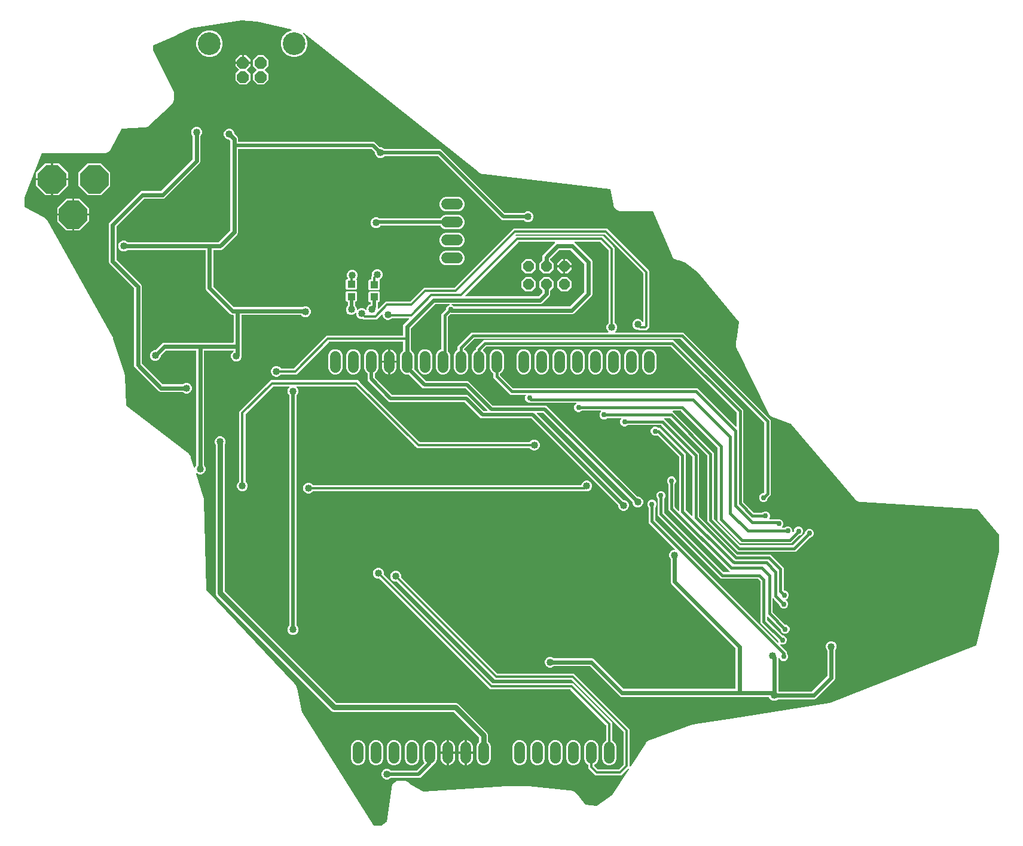
<source format=gbr>
G04 EAGLE Gerber RS-274X export*
G75*
%MOMM*%
%FSLAX34Y34*%
%LPD*%
%INBottom Copper*%
%IPPOS*%
%AMOC8*
5,1,8,0,0,1.08239X$1,22.5*%
G01*
%ADD10P,1.677704X8X22.500000*%
%ADD11P,4.329560X8X202.500000*%
%ADD12P,4.329560X8X112.500000*%
%ADD13C,1.950000*%
%ADD14P,1.814519X8X202.500000*%
%ADD15C,3.216000*%
%ADD16C,1.524000*%
%ADD17R,1.100000X1.000000*%
%ADD18C,1.016000*%
%ADD19C,0.609600*%
%ADD20C,0.508000*%
%ADD21C,0.756400*%
%ADD22C,0.965200*%
%ADD23C,0.304800*%
%ADD24C,0.762000*%
%ADD25C,0.355600*%
%ADD26C,0.406400*%

G36*
X2338284Y468927D02*
X2338284Y468927D01*
X2338313Y468925D01*
X2338405Y468947D01*
X2338498Y468962D01*
X2338524Y468976D01*
X2338552Y468983D01*
X2338698Y469065D01*
X2345612Y474003D01*
X2345682Y474072D01*
X2345756Y474136D01*
X2345768Y474158D01*
X2345787Y474176D01*
X2345830Y474264D01*
X2345880Y474349D01*
X2345888Y474379D01*
X2345897Y474396D01*
X2345901Y474429D01*
X2345923Y474511D01*
X2353069Y522749D01*
X2353069Y522782D01*
X2353077Y522861D01*
X2353077Y524173D01*
X2353357Y524848D01*
X2353359Y524857D01*
X2353364Y524865D01*
X2353407Y525027D01*
X2353514Y525750D01*
X2354188Y526875D01*
X2354200Y526906D01*
X2354238Y526975D01*
X2354740Y528187D01*
X2355257Y528704D01*
X2355262Y528712D01*
X2355270Y528717D01*
X2355371Y528851D01*
X2355747Y529477D01*
X2356800Y530259D01*
X2356823Y530283D01*
X2356885Y530332D01*
X2357813Y531260D01*
X2358488Y531539D01*
X2358496Y531544D01*
X2358505Y531547D01*
X2358650Y531631D01*
X2359237Y532067D01*
X2360509Y532386D01*
X2360539Y532399D01*
X2360615Y532421D01*
X2361827Y532923D01*
X2362558Y532923D01*
X2362567Y532924D01*
X2362577Y532923D01*
X2362743Y532946D01*
X2363451Y533123D01*
X2364749Y532931D01*
X2364782Y532931D01*
X2364861Y532923D01*
X2372173Y532923D01*
X2376187Y531260D01*
X2379367Y528080D01*
X2380534Y526913D01*
X2380554Y526899D01*
X2380570Y526879D01*
X2380708Y526783D01*
X2398254Y517212D01*
X2398261Y517210D01*
X2398267Y517205D01*
X2398377Y517169D01*
X2398486Y517131D01*
X2398494Y517131D01*
X2398501Y517129D01*
X2398668Y517121D01*
X2515361Y524773D01*
X2515400Y524782D01*
X2515441Y524783D01*
X2515596Y524828D01*
X2515600Y524829D01*
X2515601Y524829D01*
X2515602Y524829D01*
X2515827Y524923D01*
X2517617Y524923D01*
X2517636Y524926D01*
X2517667Y524924D01*
X2519453Y525041D01*
X2519684Y524963D01*
X2519724Y524956D01*
X2519762Y524941D01*
X2519923Y524923D01*
X2519927Y524923D01*
X2519928Y524923D01*
X2519929Y524923D01*
X2542257Y524923D01*
X2542285Y524927D01*
X2542314Y524925D01*
X2542479Y524956D01*
X2542890Y525081D01*
X2544491Y524926D01*
X2544517Y524928D01*
X2544564Y524923D01*
X2546173Y524923D01*
X2546569Y524758D01*
X2546598Y524752D01*
X2546623Y524738D01*
X2546787Y524704D01*
X2604824Y519088D01*
X2604885Y519091D01*
X2604944Y519085D01*
X2605021Y519099D01*
X2607123Y518865D01*
X2607127Y518865D01*
X2607134Y518864D01*
X2609240Y518660D01*
X2609267Y518646D01*
X2609343Y518628D01*
X2611195Y517608D01*
X2611200Y517607D01*
X2611205Y517603D01*
X2613073Y516609D01*
X2613092Y516585D01*
X2613156Y516540D01*
X2614477Y514889D01*
X2614480Y514886D01*
X2614484Y514880D01*
X2615829Y513247D01*
X2615838Y513217D01*
X2615888Y513138D01*
X2615903Y513108D01*
X2615914Y513097D01*
X2615927Y513076D01*
X2627388Y498750D01*
X2627463Y498682D01*
X2627534Y498610D01*
X2627554Y498600D01*
X2627570Y498586D01*
X2627664Y498545D01*
X2627754Y498500D01*
X2627781Y498494D01*
X2627796Y498488D01*
X2627829Y498485D01*
X2627919Y498467D01*
X2642634Y497241D01*
X2642695Y497246D01*
X2642755Y497241D01*
X2642816Y497255D01*
X2642880Y497260D01*
X2642935Y497284D01*
X2642994Y497298D01*
X2643076Y497344D01*
X2643106Y497357D01*
X2643118Y497368D01*
X2643140Y497380D01*
X2665847Y513599D01*
X2665889Y513641D01*
X2665937Y513675D01*
X2665998Y513750D01*
X2666021Y513773D01*
X2666028Y513786D01*
X2666043Y513804D01*
X2688763Y548831D01*
X2688780Y548871D01*
X2688806Y548906D01*
X2688829Y548983D01*
X2688861Y549056D01*
X2688865Y549099D01*
X2688878Y549141D01*
X2688876Y549221D01*
X2688883Y549301D01*
X2688873Y549343D01*
X2688872Y549387D01*
X2688844Y549462D01*
X2688826Y549540D01*
X2688802Y549577D01*
X2688787Y549618D01*
X2688737Y549681D01*
X2688695Y549748D01*
X2688661Y549776D01*
X2688634Y549810D01*
X2688566Y549853D01*
X2688505Y549904D01*
X2688464Y549920D01*
X2688427Y549943D01*
X2688349Y549963D01*
X2688274Y549991D01*
X2688231Y549993D01*
X2688188Y550003D01*
X2688108Y549997D01*
X2688029Y550000D01*
X2687987Y549988D01*
X2687943Y549984D01*
X2687869Y549953D01*
X2687793Y549930D01*
X2687757Y549905D01*
X2687717Y549888D01*
X2687603Y549797D01*
X2687591Y549789D01*
X2687589Y549786D01*
X2687586Y549783D01*
X2680559Y542756D01*
X2677806Y540003D01*
X2641589Y540003D01*
X2631281Y550311D01*
X2631281Y555062D01*
X2631262Y555177D01*
X2631245Y555293D01*
X2631243Y555299D01*
X2631242Y555305D01*
X2631187Y555408D01*
X2631134Y555513D01*
X2631129Y555517D01*
X2631126Y555522D01*
X2631042Y555602D01*
X2630958Y555685D01*
X2630952Y555688D01*
X2630948Y555692D01*
X2630931Y555700D01*
X2630811Y555766D01*
X2629844Y556166D01*
X2626986Y559024D01*
X2625439Y562759D01*
X2625439Y582041D01*
X2626986Y585776D01*
X2629844Y588634D01*
X2633579Y590181D01*
X2637621Y590181D01*
X2641356Y588634D01*
X2644214Y585776D01*
X2645761Y582041D01*
X2645761Y562759D01*
X2644214Y559024D01*
X2641356Y556166D01*
X2640389Y555766D01*
X2640289Y555704D01*
X2640189Y555644D01*
X2640185Y555639D01*
X2640180Y555636D01*
X2640105Y555546D01*
X2640029Y555457D01*
X2640027Y555451D01*
X2640023Y555447D01*
X2639981Y555338D01*
X2639937Y555229D01*
X2639936Y555221D01*
X2639935Y555217D01*
X2639934Y555199D01*
X2639919Y555062D01*
X2639919Y554204D01*
X2639933Y554114D01*
X2639941Y554023D01*
X2639953Y553993D01*
X2639958Y553961D01*
X2640001Y553881D01*
X2640037Y553797D01*
X2640063Y553765D01*
X2640074Y553744D01*
X2640097Y553722D01*
X2640116Y553698D01*
X2640120Y553692D01*
X2640124Y553688D01*
X2640142Y553666D01*
X2644944Y548864D01*
X2645018Y548811D01*
X2645087Y548751D01*
X2645117Y548739D01*
X2645144Y548720D01*
X2645231Y548693D01*
X2645315Y548659D01*
X2645356Y548655D01*
X2645379Y548648D01*
X2645411Y548649D01*
X2645482Y548641D01*
X2673913Y548641D01*
X2674003Y548655D01*
X2674094Y548663D01*
X2674124Y548675D01*
X2674156Y548680D01*
X2674236Y548723D01*
X2674320Y548759D01*
X2674352Y548785D01*
X2674373Y548796D01*
X2674395Y548819D01*
X2674451Y548864D01*
X2681254Y555667D01*
X2681307Y555741D01*
X2681367Y555810D01*
X2681379Y555840D01*
X2681398Y555867D01*
X2681425Y555954D01*
X2681459Y556038D01*
X2681463Y556079D01*
X2681470Y556102D01*
X2681469Y556134D01*
X2681477Y556205D01*
X2681477Y601781D01*
X2681463Y601871D01*
X2681455Y601962D01*
X2681443Y601992D01*
X2681438Y602024D01*
X2681395Y602104D01*
X2681359Y602188D01*
X2681333Y602220D01*
X2681322Y602241D01*
X2681299Y602263D01*
X2681254Y602319D01*
X2608030Y675543D01*
X2607956Y675596D01*
X2607887Y675656D01*
X2607857Y675668D01*
X2607830Y675687D01*
X2607743Y675714D01*
X2607659Y675748D01*
X2607618Y675752D01*
X2607595Y675759D01*
X2607563Y675758D01*
X2607492Y675766D01*
X2499222Y675766D01*
X2360507Y814481D01*
X2360433Y814534D01*
X2360364Y814594D01*
X2360334Y814606D01*
X2360307Y814625D01*
X2360220Y814652D01*
X2360136Y814686D01*
X2360095Y814690D01*
X2360072Y814697D01*
X2360040Y814696D01*
X2359969Y814704D01*
X2357255Y814704D01*
X2354454Y815864D01*
X2352310Y818008D01*
X2351150Y820809D01*
X2351150Y823841D01*
X2352310Y826642D01*
X2354454Y828786D01*
X2357255Y829946D01*
X2360287Y829946D01*
X2363088Y828786D01*
X2365232Y826642D01*
X2366392Y823841D01*
X2366392Y821127D01*
X2366406Y821037D01*
X2366414Y820946D01*
X2366426Y820916D01*
X2366431Y820884D01*
X2366474Y820804D01*
X2366510Y820720D01*
X2366536Y820688D01*
X2366547Y820667D01*
X2366570Y820645D01*
X2366615Y820589D01*
X2502577Y684627D01*
X2502651Y684574D01*
X2502720Y684514D01*
X2502750Y684502D01*
X2502777Y684483D01*
X2502864Y684456D01*
X2502948Y684422D01*
X2502989Y684418D01*
X2503012Y684411D01*
X2503044Y684412D01*
X2503115Y684404D01*
X2611385Y684404D01*
X2690115Y605674D01*
X2690115Y553488D01*
X2690119Y553460D01*
X2690117Y553432D01*
X2690139Y553339D01*
X2690154Y553245D01*
X2690168Y553220D01*
X2690174Y553192D01*
X2690225Y553112D01*
X2690270Y553027D01*
X2690290Y553008D01*
X2690305Y552984D01*
X2690379Y552924D01*
X2690448Y552858D01*
X2690474Y552846D01*
X2690495Y552828D01*
X2690585Y552795D01*
X2690671Y552754D01*
X2690699Y552751D01*
X2690725Y552741D01*
X2690821Y552738D01*
X2690915Y552727D01*
X2690943Y552733D01*
X2690971Y552732D01*
X2691062Y552759D01*
X2691156Y552780D01*
X2691180Y552794D01*
X2691207Y552802D01*
X2691285Y552857D01*
X2691367Y552906D01*
X2691385Y552927D01*
X2691408Y552943D01*
X2691515Y553073D01*
X2712419Y585301D01*
X2712432Y585330D01*
X2712468Y585388D01*
X2713072Y586658D01*
X2713544Y587083D01*
X2713554Y587095D01*
X2713567Y587104D01*
X2713673Y587234D01*
X2714019Y587767D01*
X2715177Y588564D01*
X2715199Y588585D01*
X2715216Y588594D01*
X2715226Y588605D01*
X2715255Y588626D01*
X2716300Y589567D01*
X2716898Y589780D01*
X2716912Y589787D01*
X2716927Y589791D01*
X2717075Y589870D01*
X2717598Y590230D01*
X2718974Y590523D01*
X2719003Y590535D01*
X2719070Y590550D01*
X2779218Y611893D01*
X2779235Y611902D01*
X2779359Y611960D01*
X2780192Y612465D01*
X2781248Y612628D01*
X2781275Y612637D01*
X2781387Y612663D01*
X2782395Y613020D01*
X2783368Y612970D01*
X2783387Y612972D01*
X2783523Y612978D01*
X2834323Y620793D01*
X2834324Y620793D01*
X2834325Y620794D01*
X2973040Y642592D01*
X2973044Y642593D01*
X2973200Y642635D01*
X3180357Y723949D01*
X3180386Y723966D01*
X3180419Y723976D01*
X3180491Y724029D01*
X3180569Y724075D01*
X3180591Y724100D01*
X3180618Y724120D01*
X3180670Y724193D01*
X3180729Y724261D01*
X3180742Y724293D01*
X3180761Y724320D01*
X3180819Y724478D01*
X3213056Y857219D01*
X3213056Y857225D01*
X3213059Y857232D01*
X3213077Y857398D01*
X3213077Y879829D01*
X3213069Y879882D01*
X3213070Y879936D01*
X3213049Y880003D01*
X3213038Y880072D01*
X3213012Y880119D01*
X3212996Y880171D01*
X3212936Y880264D01*
X3212922Y880289D01*
X3212915Y880297D01*
X3212905Y880311D01*
X3182790Y917119D01*
X3182710Y917190D01*
X3182633Y917263D01*
X3182618Y917271D01*
X3182605Y917282D01*
X3182507Y917323D01*
X3182411Y917369D01*
X3182391Y917372D01*
X3182379Y917377D01*
X3182348Y917379D01*
X3182245Y917397D01*
X3019551Y926967D01*
X3019494Y926961D01*
X3019436Y926965D01*
X3019338Y926945D01*
X3019306Y926942D01*
X3019299Y926938D01*
X3017252Y927102D01*
X3017246Y927102D01*
X3017236Y927103D01*
X3015173Y927225D01*
X3015156Y927230D01*
X3015104Y927255D01*
X3015006Y927274D01*
X3014975Y927283D01*
X3014967Y927283D01*
X3013138Y928218D01*
X3013132Y928220D01*
X3013124Y928225D01*
X3011265Y929127D01*
X3011251Y929138D01*
X3011213Y929182D01*
X3011129Y929237D01*
X3011105Y929257D01*
X3011097Y929260D01*
X3009765Y930823D01*
X3009760Y930827D01*
X3009755Y930835D01*
X3008382Y932380D01*
X3008373Y932395D01*
X3008355Y932450D01*
X3008298Y932533D01*
X3008283Y932561D01*
X3008273Y932571D01*
X3008261Y932589D01*
X2919558Y1036718D01*
X2919482Y1036783D01*
X2919409Y1036852D01*
X2919384Y1036866D01*
X2919371Y1036877D01*
X2919340Y1036889D01*
X2919261Y1036931D01*
X2892214Y1047750D01*
X2892199Y1047754D01*
X2892178Y1047764D01*
X2890399Y1048374D01*
X2890286Y1048474D01*
X2890247Y1048498D01*
X2890213Y1048531D01*
X2890095Y1048594D01*
X2890078Y1048604D01*
X2890073Y1048606D01*
X2890065Y1048610D01*
X2889926Y1048665D01*
X2888579Y1049980D01*
X2888567Y1049988D01*
X2888552Y1050005D01*
X2887141Y1051251D01*
X2887076Y1051385D01*
X2887049Y1051423D01*
X2887030Y1051466D01*
X2886945Y1051569D01*
X2886933Y1051586D01*
X2886929Y1051589D01*
X2886923Y1051596D01*
X2886816Y1051700D01*
X2886075Y1053430D01*
X2886067Y1053442D01*
X2886059Y1053464D01*
X2843043Y1141451D01*
X2843019Y1141485D01*
X2843003Y1141524D01*
X2842953Y1141586D01*
X2842946Y1141597D01*
X2842939Y1141604D01*
X2842906Y1141644D01*
X2842901Y1141652D01*
X2842900Y1141653D01*
X2842898Y1141655D01*
X2842740Y1141813D01*
X2842047Y1143485D01*
X2842038Y1143500D01*
X2842028Y1143528D01*
X2841233Y1145155D01*
X2841219Y1145377D01*
X2841210Y1145418D01*
X2841209Y1145460D01*
X2841166Y1145608D01*
X2841164Y1145617D01*
X2841163Y1145619D01*
X2841163Y1145621D01*
X2841077Y1145827D01*
X2841077Y1147637D01*
X2841074Y1147655D01*
X2841076Y1147685D01*
X2840964Y1149491D01*
X2841036Y1149702D01*
X2841043Y1149744D01*
X2841059Y1149783D01*
X2841076Y1149936D01*
X2841077Y1149945D01*
X2841077Y1149947D01*
X2841077Y1149950D01*
X2841077Y1152423D01*
X2841074Y1152441D01*
X2841076Y1152459D01*
X2841050Y1152625D01*
X2840892Y1153199D01*
X2841071Y1154633D01*
X2841070Y1154664D01*
X2841077Y1154727D01*
X2841077Y1156173D01*
X2841305Y1156723D01*
X2841309Y1156741D01*
X2841318Y1156757D01*
X2841357Y1156920D01*
X2844530Y1182304D01*
X2844526Y1182409D01*
X2844527Y1182513D01*
X2844522Y1182531D01*
X2844521Y1182550D01*
X2844484Y1182648D01*
X2844451Y1182747D01*
X2844439Y1182766D01*
X2844434Y1182780D01*
X2844414Y1182804D01*
X2844358Y1182887D01*
X2786375Y1252093D01*
X2786358Y1252107D01*
X2786267Y1252198D01*
X2768804Y1266169D01*
X2768760Y1266194D01*
X2768721Y1266227D01*
X2768612Y1266277D01*
X2768589Y1266290D01*
X2768581Y1266291D01*
X2768569Y1266297D01*
X2760345Y1269038D01*
X2760307Y1269044D01*
X2760271Y1269059D01*
X2760104Y1269077D01*
X2760071Y1269077D01*
X2760067Y1269077D01*
X2760061Y1269077D01*
X2757935Y1269051D01*
X2757917Y1269059D01*
X2757856Y1269066D01*
X2755886Y1269881D01*
X2755883Y1269882D01*
X2755878Y1269885D01*
X2753902Y1270675D01*
X2753888Y1270689D01*
X2753834Y1270719D01*
X2752327Y1272226D01*
X2752324Y1272228D01*
X2752321Y1272232D01*
X2750798Y1273718D01*
X2750790Y1273737D01*
X2750752Y1273785D01*
X2749936Y1275755D01*
X2749934Y1275758D01*
X2749932Y1275763D01*
X2722995Y1338616D01*
X2722935Y1338710D01*
X2722877Y1338807D01*
X2722869Y1338814D01*
X2722863Y1338823D01*
X2722776Y1338894D01*
X2722691Y1338967D01*
X2722680Y1338971D01*
X2722672Y1338978D01*
X2722567Y1339017D01*
X2722462Y1339059D01*
X2722449Y1339060D01*
X2722441Y1339063D01*
X2722415Y1339064D01*
X2722296Y1339077D01*
X2679157Y1339077D01*
X2679134Y1339073D01*
X2679008Y1339062D01*
X2678012Y1338863D01*
X2677003Y1339063D01*
X2676979Y1339064D01*
X2676855Y1339077D01*
X2675827Y1339077D01*
X2674889Y1339466D01*
X2674866Y1339471D01*
X2674745Y1339509D01*
X2673749Y1339707D01*
X2672894Y1340277D01*
X2672871Y1340287D01*
X2672763Y1340347D01*
X2671813Y1340740D01*
X2671095Y1341458D01*
X2671076Y1341472D01*
X2670978Y1341554D01*
X2670133Y1342117D01*
X2669561Y1342971D01*
X2669545Y1342989D01*
X2669467Y1343086D01*
X2668740Y1343813D01*
X2668351Y1344751D01*
X2668339Y1344771D01*
X2668281Y1344883D01*
X2667715Y1345727D01*
X2667514Y1346735D01*
X2667505Y1346758D01*
X2667471Y1346878D01*
X2667077Y1347827D01*
X2667077Y1348843D01*
X2667073Y1348866D01*
X2667062Y1348992D01*
X2662955Y1369531D01*
X2662946Y1369554D01*
X2662944Y1369578D01*
X2662903Y1369668D01*
X2662868Y1369762D01*
X2662853Y1369780D01*
X2662843Y1369802D01*
X2662776Y1369875D01*
X2662713Y1369952D01*
X2662692Y1369965D01*
X2662676Y1369983D01*
X2662589Y1370030D01*
X2662505Y1370083D01*
X2662481Y1370089D01*
X2662460Y1370100D01*
X2662297Y1370138D01*
X2484077Y1390994D01*
X2484073Y1390994D01*
X2484069Y1390995D01*
X2483902Y1390994D01*
X2483090Y1390901D01*
X2481911Y1391237D01*
X2481878Y1391241D01*
X2481790Y1391261D01*
X2480573Y1391404D01*
X2479859Y1391802D01*
X2479855Y1391803D01*
X2479852Y1391806D01*
X2479697Y1391869D01*
X2478912Y1392094D01*
X2477951Y1392856D01*
X2477923Y1392872D01*
X2477849Y1392924D01*
X2476778Y1393522D01*
X2476272Y1394163D01*
X2476269Y1394166D01*
X2476267Y1394169D01*
X2476148Y1394287D01*
X2228726Y1590654D01*
X2228656Y1590693D01*
X2228592Y1590739D01*
X2228550Y1590752D01*
X2228511Y1590773D01*
X2228433Y1590788D01*
X2228357Y1590811D01*
X2228313Y1590810D01*
X2228270Y1590818D01*
X2228191Y1590807D01*
X2228111Y1590805D01*
X2228069Y1590790D01*
X2228026Y1590784D01*
X2227955Y1590748D01*
X2227880Y1590721D01*
X2227845Y1590693D01*
X2227806Y1590674D01*
X2227750Y1590617D01*
X2227688Y1590567D01*
X2227664Y1590530D01*
X2227633Y1590499D01*
X2227598Y1590427D01*
X2227555Y1590360D01*
X2227544Y1590318D01*
X2227525Y1590278D01*
X2227514Y1590199D01*
X2227495Y1590121D01*
X2227498Y1590078D01*
X2227492Y1590034D01*
X2227507Y1589956D01*
X2227514Y1589876D01*
X2227531Y1589836D01*
X2227539Y1589793D01*
X2227579Y1589723D01*
X2227610Y1589650D01*
X2227646Y1589605D01*
X2227661Y1589579D01*
X2227690Y1589550D01*
X2227715Y1589519D01*
X2230786Y1586448D01*
X2233621Y1579604D01*
X2233621Y1572196D01*
X2230786Y1565352D01*
X2225548Y1560114D01*
X2218704Y1557279D01*
X2211296Y1557279D01*
X2204452Y1560114D01*
X2199214Y1565352D01*
X2196379Y1572196D01*
X2196379Y1579604D01*
X2199214Y1586448D01*
X2204452Y1591686D01*
X2210854Y1594338D01*
X2210862Y1594343D01*
X2210872Y1594345D01*
X2210967Y1594408D01*
X2211063Y1594467D01*
X2211069Y1594475D01*
X2211078Y1594480D01*
X2211148Y1594570D01*
X2211220Y1594657D01*
X2211224Y1594666D01*
X2211230Y1594674D01*
X2211268Y1594781D01*
X2211308Y1594886D01*
X2211309Y1594896D01*
X2211312Y1594905D01*
X2211314Y1595019D01*
X2211319Y1595132D01*
X2211316Y1595142D01*
X2211316Y1595151D01*
X2211282Y1595259D01*
X2211250Y1595368D01*
X2211245Y1595376D01*
X2211242Y1595386D01*
X2211175Y1595477D01*
X2211110Y1595570D01*
X2211102Y1595576D01*
X2211096Y1595584D01*
X2211004Y1595649D01*
X2210912Y1595717D01*
X2210903Y1595720D01*
X2210895Y1595726D01*
X2210737Y1595782D01*
X2162341Y1607169D01*
X2162308Y1607172D01*
X2162230Y1607187D01*
X2140520Y1608996D01*
X2140511Y1608995D01*
X2140502Y1608997D01*
X2140335Y1608989D01*
X2069291Y1597468D01*
X2069274Y1597463D01*
X2069257Y1597462D01*
X2069097Y1597410D01*
X2050615Y1589009D01*
X2050571Y1588979D01*
X2048506Y1588050D01*
X2048505Y1588049D01*
X2048504Y1588049D01*
X2046460Y1587120D01*
X2046430Y1587114D01*
X2046414Y1587105D01*
X2046384Y1587095D01*
X2015372Y1573139D01*
X2015284Y1573081D01*
X2015193Y1573027D01*
X2015181Y1573014D01*
X2015167Y1573004D01*
X2015102Y1572920D01*
X2015033Y1572840D01*
X2015026Y1572824D01*
X2015016Y1572810D01*
X2014981Y1572710D01*
X2014941Y1572612D01*
X2014939Y1572590D01*
X2014934Y1572577D01*
X2014934Y1572546D01*
X2014923Y1572445D01*
X2014923Y1566758D01*
X2014938Y1566667D01*
X2014945Y1566575D01*
X2014959Y1566538D01*
X2014962Y1566515D01*
X2014978Y1566487D01*
X2015003Y1566418D01*
X2042922Y1510581D01*
X2042944Y1510549D01*
X2042959Y1510514D01*
X2043064Y1510383D01*
X2043260Y1510187D01*
X2043933Y1508563D01*
X2043943Y1508546D01*
X2043955Y1508514D01*
X2044741Y1506942D01*
X2044761Y1506666D01*
X2044770Y1506628D01*
X2044770Y1506589D01*
X2044817Y1506428D01*
X2044923Y1506173D01*
X2044923Y1504414D01*
X2044926Y1504395D01*
X2044925Y1504361D01*
X2045049Y1502607D01*
X2044962Y1502345D01*
X2044956Y1502307D01*
X2044941Y1502271D01*
X2044923Y1502104D01*
X2044923Y1495827D01*
X2043260Y1491813D01*
X2033164Y1481716D01*
X2033136Y1481678D01*
X2033101Y1481646D01*
X2033032Y1481534D01*
X2033020Y1481517D01*
X2033018Y1481511D01*
X2033013Y1481503D01*
X2032955Y1481379D01*
X2031553Y1480105D01*
X2031544Y1480094D01*
X2031527Y1480080D01*
X2030187Y1478740D01*
X2030061Y1478688D01*
X2030021Y1478663D01*
X2029976Y1478646D01*
X2029871Y1478570D01*
X2029852Y1478558D01*
X2029848Y1478554D01*
X2029841Y1478548D01*
X2009781Y1460312D01*
X2009764Y1460291D01*
X2009727Y1460258D01*
X2008665Y1459078D01*
X2008258Y1458884D01*
X2008235Y1458868D01*
X2008210Y1458858D01*
X2008074Y1458760D01*
X2007740Y1458456D01*
X2006246Y1457919D01*
X2006223Y1457906D01*
X2006176Y1457890D01*
X2004744Y1457207D01*
X2004293Y1457183D01*
X2004266Y1457177D01*
X2004239Y1457178D01*
X2004075Y1457139D01*
X2003651Y1456986D01*
X2002065Y1457062D01*
X2002039Y1457059D01*
X2001989Y1457062D01*
X1971188Y1455440D01*
X1971127Y1455427D01*
X1971066Y1455424D01*
X1971008Y1455401D01*
X1970947Y1455388D01*
X1970894Y1455356D01*
X1970837Y1455334D01*
X1970790Y1455294D01*
X1970736Y1455262D01*
X1970696Y1455215D01*
X1970649Y1455175D01*
X1970598Y1455100D01*
X1970576Y1455075D01*
X1970570Y1455059D01*
X1970555Y1455036D01*
X1955911Y1427376D01*
X1955903Y1427352D01*
X1955880Y1427311D01*
X1955260Y1425813D01*
X1954966Y1425519D01*
X1954948Y1425495D01*
X1954926Y1425475D01*
X1954831Y1425337D01*
X1954637Y1424969D01*
X1953387Y1423935D01*
X1953370Y1423916D01*
X1953334Y1423887D01*
X1952187Y1422740D01*
X1951803Y1422581D01*
X1951778Y1422565D01*
X1951749Y1422556D01*
X1951609Y1422464D01*
X1951289Y1422199D01*
X1949739Y1421722D01*
X1949716Y1421711D01*
X1949671Y1421698D01*
X1948173Y1421077D01*
X1947757Y1421077D01*
X1947727Y1421072D01*
X1947698Y1421075D01*
X1947533Y1421044D01*
X1947136Y1420921D01*
X1945521Y1421074D01*
X1945495Y1421072D01*
X1945449Y1421077D01*
X1857993Y1421077D01*
X1857991Y1421077D01*
X1857988Y1421077D01*
X1857868Y1421057D01*
X1857750Y1421038D01*
X1857748Y1421037D01*
X1857746Y1421036D01*
X1857638Y1420978D01*
X1857533Y1420922D01*
X1857531Y1420921D01*
X1857529Y1420920D01*
X1857445Y1420831D01*
X1857363Y1420744D01*
X1857362Y1420742D01*
X1857361Y1420741D01*
X1857283Y1420592D01*
X1832974Y1358084D01*
X1832963Y1358028D01*
X1832941Y1357975D01*
X1832930Y1357874D01*
X1832924Y1357843D01*
X1832925Y1357830D01*
X1832923Y1357808D01*
X1832923Y1345035D01*
X1832936Y1344954D01*
X1832940Y1344873D01*
X1832956Y1344834D01*
X1832962Y1344792D01*
X1833001Y1344720D01*
X1833030Y1344644D01*
X1833058Y1344612D01*
X1833078Y1344575D01*
X1833137Y1344519D01*
X1833189Y1344456D01*
X1833235Y1344425D01*
X1833256Y1344405D01*
X1833282Y1344393D01*
X1833328Y1344362D01*
X1860008Y1330237D01*
X1860019Y1330233D01*
X1860158Y1330177D01*
X1861049Y1329927D01*
X1861928Y1329235D01*
X1861954Y1329220D01*
X1862042Y1329160D01*
X1863031Y1328637D01*
X1863621Y1327924D01*
X1863628Y1327917D01*
X1863736Y1327811D01*
X1864463Y1327239D01*
X1865010Y1326263D01*
X1865029Y1326240D01*
X1865088Y1326151D01*
X1865801Y1325289D01*
X1866073Y1324405D01*
X1866078Y1324395D01*
X1866137Y1324256D01*
X1956978Y1162321D01*
X1956994Y1162300D01*
X1957061Y1162202D01*
X1957741Y1161398D01*
X1958043Y1160454D01*
X1958052Y1160436D01*
X1958104Y1160314D01*
X1958589Y1159449D01*
X1958714Y1158404D01*
X1958721Y1158379D01*
X1958744Y1158262D01*
X1974181Y1110023D01*
X1974195Y1109996D01*
X1974215Y1109935D01*
X1974823Y1108626D01*
X1974848Y1108029D01*
X1974851Y1108011D01*
X1974850Y1107993D01*
X1974883Y1107828D01*
X1975065Y1107260D01*
X1974946Y1105821D01*
X1974948Y1105790D01*
X1974944Y1105726D01*
X1976685Y1063941D01*
X1976685Y1063938D01*
X1976685Y1063935D01*
X1976710Y1063818D01*
X1976734Y1063701D01*
X1976736Y1063698D01*
X1976737Y1063694D01*
X1976798Y1063592D01*
X1976858Y1063488D01*
X1976861Y1063486D01*
X1976863Y1063483D01*
X1976984Y1063367D01*
X2063841Y997281D01*
X2063869Y997266D01*
X2063947Y997213D01*
X2065010Y996654D01*
X2065548Y996006D01*
X2065550Y996005D01*
X2065551Y996003D01*
X2065673Y995887D01*
X2066343Y995377D01*
X2066948Y994339D01*
X2066968Y994314D01*
X2067020Y994236D01*
X2067788Y993313D01*
X2068038Y992508D01*
X2068039Y992506D01*
X2068039Y992504D01*
X2068107Y992350D01*
X2068531Y991623D01*
X2068693Y990433D01*
X2068702Y990402D01*
X2068720Y990310D01*
X2073113Y976155D01*
X2073160Y976060D01*
X2073203Y975963D01*
X2073215Y975950D01*
X2073223Y975935D01*
X2073298Y975860D01*
X2073370Y975782D01*
X2073385Y975773D01*
X2073397Y975761D01*
X2073492Y975714D01*
X2073585Y975663D01*
X2073602Y975660D01*
X2073618Y975652D01*
X2073723Y975638D01*
X2073827Y975619D01*
X2073844Y975622D01*
X2073861Y975620D01*
X2073965Y975640D01*
X2074071Y975655D01*
X2074086Y975663D01*
X2074103Y975666D01*
X2074195Y975719D01*
X2074290Y975767D01*
X2074302Y975779D01*
X2074317Y975787D01*
X2074388Y975866D01*
X2074462Y975942D01*
X2074472Y975961D01*
X2074481Y975970D01*
X2074493Y975999D01*
X2074543Y976089D01*
X2075450Y978280D01*
X2075972Y978802D01*
X2076025Y978876D01*
X2076085Y978945D01*
X2076097Y978975D01*
X2076116Y979001D01*
X2076143Y979088D01*
X2076177Y979173D01*
X2076181Y979214D01*
X2076188Y979236D01*
X2076187Y979269D01*
X2076195Y979340D01*
X2076195Y1140714D01*
X2076192Y1140734D01*
X2076194Y1140753D01*
X2076172Y1140855D01*
X2076156Y1140957D01*
X2076146Y1140974D01*
X2076142Y1140994D01*
X2076089Y1141083D01*
X2076040Y1141174D01*
X2076026Y1141188D01*
X2076016Y1141205D01*
X2075937Y1141272D01*
X2075862Y1141344D01*
X2075844Y1141352D01*
X2075829Y1141365D01*
X2075733Y1141404D01*
X2075639Y1141447D01*
X2075619Y1141449D01*
X2075601Y1141457D01*
X2075434Y1141475D01*
X2033614Y1141475D01*
X2033524Y1141461D01*
X2033433Y1141453D01*
X2033403Y1141441D01*
X2033372Y1141436D01*
X2033291Y1141393D01*
X2033207Y1141357D01*
X2033175Y1141331D01*
X2033154Y1141320D01*
X2033132Y1141297D01*
X2033076Y1141252D01*
X2026128Y1134304D01*
X2026075Y1134230D01*
X2026015Y1134161D01*
X2026003Y1134130D01*
X2025984Y1134104D01*
X2025957Y1134017D01*
X2025923Y1133932D01*
X2025919Y1133892D01*
X2025912Y1133869D01*
X2025913Y1133837D01*
X2025905Y1133766D01*
X2025905Y1132848D01*
X2024745Y1130047D01*
X2022601Y1127903D01*
X2019800Y1126743D01*
X2016768Y1126743D01*
X2013967Y1127903D01*
X2011823Y1130047D01*
X2010663Y1132848D01*
X2010663Y1135880D01*
X2011823Y1138681D01*
X2013967Y1140825D01*
X2016768Y1141985D01*
X2017686Y1141985D01*
X2017776Y1141999D01*
X2017867Y1142007D01*
X2017897Y1142019D01*
X2017928Y1142024D01*
X2018009Y1142067D01*
X2018093Y1142103D01*
X2018125Y1142129D01*
X2018146Y1142140D01*
X2018168Y1142163D01*
X2018224Y1142208D01*
X2027818Y1151802D01*
X2029872Y1152653D01*
X2128393Y1152653D01*
X2128413Y1152656D01*
X2128432Y1152654D01*
X2128534Y1152676D01*
X2128636Y1152692D01*
X2128653Y1152702D01*
X2128673Y1152706D01*
X2128762Y1152759D01*
X2128853Y1152808D01*
X2128867Y1152822D01*
X2128884Y1152832D01*
X2128951Y1152911D01*
X2129023Y1152986D01*
X2129031Y1153004D01*
X2129044Y1153019D01*
X2129083Y1153115D01*
X2129126Y1153209D01*
X2129128Y1153229D01*
X2129136Y1153247D01*
X2129154Y1153414D01*
X2129154Y1191260D01*
X2129151Y1191280D01*
X2129153Y1191299D01*
X2129131Y1191401D01*
X2129115Y1191503D01*
X2129105Y1191520D01*
X2129101Y1191540D01*
X2129048Y1191629D01*
X2128999Y1191720D01*
X2128985Y1191734D01*
X2128975Y1191751D01*
X2128896Y1191818D01*
X2128821Y1191890D01*
X2128803Y1191898D01*
X2128788Y1191911D01*
X2128692Y1191950D01*
X2128598Y1191993D01*
X2128578Y1191995D01*
X2128560Y1192003D01*
X2128393Y1192021D01*
X2126519Y1192021D01*
X2124465Y1192872D01*
X2091933Y1225404D01*
X2090254Y1227083D01*
X2089403Y1229137D01*
X2089403Y1283081D01*
X2089400Y1283101D01*
X2089402Y1283120D01*
X2089380Y1283222D01*
X2089364Y1283324D01*
X2089354Y1283341D01*
X2089350Y1283361D01*
X2089297Y1283450D01*
X2089248Y1283541D01*
X2089234Y1283555D01*
X2089224Y1283572D01*
X2089145Y1283639D01*
X2089070Y1283711D01*
X2089052Y1283719D01*
X2089037Y1283732D01*
X2088941Y1283771D01*
X2088847Y1283814D01*
X2088827Y1283816D01*
X2088809Y1283824D01*
X2088642Y1283842D01*
X1978957Y1283842D01*
X1978867Y1283828D01*
X1978776Y1283820D01*
X1978746Y1283808D01*
X1978714Y1283803D01*
X1978633Y1283760D01*
X1978550Y1283724D01*
X1978517Y1283698D01*
X1978497Y1283687D01*
X1978475Y1283664D01*
X1978419Y1283619D01*
X1977770Y1282970D01*
X1974969Y1281810D01*
X1971937Y1281810D01*
X1969136Y1282970D01*
X1966992Y1285114D01*
X1965832Y1287915D01*
X1965832Y1290947D01*
X1966992Y1293748D01*
X1969136Y1295892D01*
X1971937Y1297052D01*
X1974969Y1297052D01*
X1977770Y1295892D01*
X1978419Y1295243D01*
X1978493Y1295190D01*
X1978562Y1295130D01*
X1978592Y1295118D01*
X1978618Y1295099D01*
X1978705Y1295072D01*
X1978790Y1295038D01*
X1978831Y1295034D01*
X1978853Y1295027D01*
X1978886Y1295028D01*
X1978957Y1295020D01*
X2107729Y1295020D01*
X2107819Y1295034D01*
X2107910Y1295042D01*
X2107940Y1295054D01*
X2107971Y1295059D01*
X2108052Y1295102D01*
X2108136Y1295138D01*
X2108168Y1295164D01*
X2108189Y1295175D01*
X2108211Y1295198D01*
X2108267Y1295243D01*
X2124105Y1311081D01*
X2124158Y1311155D01*
X2124188Y1311189D01*
X2124197Y1311198D01*
X2124198Y1311201D01*
X2124218Y1311224D01*
X2124230Y1311255D01*
X2124249Y1311281D01*
X2124276Y1311368D01*
X2124279Y1311375D01*
X2124300Y1311421D01*
X2124301Y1311431D01*
X2124310Y1311453D01*
X2124314Y1311493D01*
X2124321Y1311516D01*
X2124320Y1311548D01*
X2124328Y1311619D01*
X2124328Y1438312D01*
X2124314Y1438402D01*
X2124306Y1438493D01*
X2124294Y1438523D01*
X2124289Y1438554D01*
X2124246Y1438635D01*
X2124210Y1438719D01*
X2124184Y1438751D01*
X2124173Y1438772D01*
X2124150Y1438794D01*
X2124105Y1438850D01*
X2122999Y1439956D01*
X2122925Y1440009D01*
X2122856Y1440069D01*
X2122825Y1440081D01*
X2122799Y1440100D01*
X2122712Y1440127D01*
X2122627Y1440161D01*
X2122587Y1440165D01*
X2122564Y1440172D01*
X2122532Y1440171D01*
X2122461Y1440179D01*
X2121543Y1440179D01*
X2118742Y1441339D01*
X2116598Y1443483D01*
X2115438Y1446284D01*
X2115438Y1449316D01*
X2116598Y1452117D01*
X2118742Y1454261D01*
X2121543Y1455421D01*
X2124575Y1455421D01*
X2127376Y1454261D01*
X2129520Y1452117D01*
X2130680Y1449316D01*
X2130680Y1448398D01*
X2130694Y1448308D01*
X2130702Y1448217D01*
X2130714Y1448187D01*
X2130719Y1448156D01*
X2130762Y1448075D01*
X2130798Y1447991D01*
X2130824Y1447959D01*
X2130835Y1447938D01*
X2130858Y1447916D01*
X2130903Y1447860D01*
X2134655Y1444108D01*
X2135506Y1442054D01*
X2135506Y1437894D01*
X2135509Y1437874D01*
X2135507Y1437855D01*
X2135529Y1437753D01*
X2135545Y1437651D01*
X2135555Y1437634D01*
X2135559Y1437614D01*
X2135612Y1437525D01*
X2135661Y1437434D01*
X2135675Y1437420D01*
X2135685Y1437403D01*
X2135764Y1437336D01*
X2135839Y1437264D01*
X2135857Y1437256D01*
X2135872Y1437243D01*
X2135968Y1437204D01*
X2136062Y1437161D01*
X2136082Y1437159D01*
X2136100Y1437151D01*
X2136267Y1437133D01*
X2328618Y1437133D01*
X2336396Y1429355D01*
X2336469Y1429302D01*
X2336539Y1429242D01*
X2336569Y1429230D01*
X2336595Y1429211D01*
X2336682Y1429184D01*
X2336767Y1429150D01*
X2336808Y1429146D01*
X2336830Y1429139D01*
X2336863Y1429140D01*
X2336934Y1429132D01*
X2338570Y1429132D01*
X2341371Y1427972D01*
X2342528Y1426815D01*
X2342602Y1426762D01*
X2342671Y1426702D01*
X2342701Y1426690D01*
X2342727Y1426671D01*
X2342814Y1426644D01*
X2342899Y1426610D01*
X2342940Y1426606D01*
X2342962Y1426599D01*
X2342995Y1426600D01*
X2343066Y1426592D01*
X2422725Y1426592D01*
X2513180Y1336137D01*
X2513253Y1336084D01*
X2513323Y1336024D01*
X2513353Y1336012D01*
X2513379Y1335993D01*
X2513466Y1335966D01*
X2513551Y1335932D01*
X2513592Y1335928D01*
X2513614Y1335921D01*
X2513647Y1335922D01*
X2513718Y1335914D01*
X2540211Y1335914D01*
X2540301Y1335928D01*
X2540392Y1335936D01*
X2540422Y1335948D01*
X2540454Y1335953D01*
X2540535Y1335996D01*
X2540618Y1336032D01*
X2540651Y1336058D01*
X2540671Y1336069D01*
X2540693Y1336092D01*
X2540749Y1336137D01*
X2541906Y1337294D01*
X2544707Y1338454D01*
X2547739Y1338454D01*
X2550540Y1337294D01*
X2552684Y1335150D01*
X2553844Y1332349D01*
X2553844Y1329317D01*
X2552684Y1326516D01*
X2550540Y1324372D01*
X2547739Y1323212D01*
X2544707Y1323212D01*
X2541906Y1324372D01*
X2540749Y1325529D01*
X2540675Y1325582D01*
X2540606Y1325642D01*
X2540576Y1325654D01*
X2540550Y1325673D01*
X2540463Y1325700D01*
X2540378Y1325734D01*
X2540337Y1325738D01*
X2540315Y1325745D01*
X2540282Y1325744D01*
X2540211Y1325752D01*
X2509193Y1325752D01*
X2418738Y1416207D01*
X2418665Y1416260D01*
X2418595Y1416320D01*
X2418565Y1416332D01*
X2418539Y1416351D01*
X2418452Y1416378D01*
X2418367Y1416412D01*
X2418326Y1416416D01*
X2418304Y1416423D01*
X2418271Y1416422D01*
X2418200Y1416430D01*
X2343066Y1416430D01*
X2342976Y1416416D01*
X2342885Y1416408D01*
X2342855Y1416396D01*
X2342823Y1416391D01*
X2342742Y1416348D01*
X2342659Y1416312D01*
X2342626Y1416286D01*
X2342606Y1416275D01*
X2342584Y1416252D01*
X2342528Y1416207D01*
X2341371Y1415050D01*
X2338570Y1413890D01*
X2335538Y1413890D01*
X2332737Y1415050D01*
X2330593Y1417194D01*
X2329433Y1419995D01*
X2329433Y1421631D01*
X2329419Y1421721D01*
X2329411Y1421812D01*
X2329399Y1421842D01*
X2329394Y1421874D01*
X2329351Y1421955D01*
X2329315Y1422038D01*
X2329289Y1422071D01*
X2329278Y1422091D01*
X2329255Y1422113D01*
X2329210Y1422169D01*
X2324631Y1426748D01*
X2324558Y1426801D01*
X2324488Y1426861D01*
X2324458Y1426873D01*
X2324432Y1426892D01*
X2324345Y1426919D01*
X2324260Y1426953D01*
X2324219Y1426957D01*
X2324197Y1426964D01*
X2324164Y1426963D01*
X2324093Y1426971D01*
X2136267Y1426971D01*
X2136247Y1426968D01*
X2136228Y1426970D01*
X2136126Y1426948D01*
X2136024Y1426932D01*
X2136007Y1426922D01*
X2135987Y1426918D01*
X2135898Y1426865D01*
X2135807Y1426816D01*
X2135793Y1426802D01*
X2135776Y1426792D01*
X2135709Y1426713D01*
X2135637Y1426638D01*
X2135629Y1426620D01*
X2135616Y1426605D01*
X2135577Y1426509D01*
X2135534Y1426415D01*
X2135532Y1426395D01*
X2135524Y1426377D01*
X2135506Y1426210D01*
X2135506Y1307877D01*
X2134655Y1305823D01*
X2113525Y1284693D01*
X2111471Y1283842D01*
X2101342Y1283842D01*
X2101322Y1283839D01*
X2101303Y1283841D01*
X2101201Y1283819D01*
X2101099Y1283803D01*
X2101082Y1283793D01*
X2101062Y1283789D01*
X2100973Y1283736D01*
X2100882Y1283687D01*
X2100868Y1283673D01*
X2100851Y1283663D01*
X2100784Y1283584D01*
X2100712Y1283509D01*
X2100704Y1283491D01*
X2100691Y1283476D01*
X2100652Y1283380D01*
X2100609Y1283286D01*
X2100607Y1283266D01*
X2100599Y1283248D01*
X2100581Y1283081D01*
X2100581Y1232879D01*
X2100595Y1232789D01*
X2100603Y1232698D01*
X2100615Y1232668D01*
X2100620Y1232636D01*
X2100663Y1232556D01*
X2100699Y1232472D01*
X2100725Y1232440D01*
X2100736Y1232419D01*
X2100759Y1232397D01*
X2100804Y1232341D01*
X2129723Y1203422D01*
X2129797Y1203369D01*
X2129866Y1203309D01*
X2129897Y1203297D01*
X2129923Y1203278D01*
X2130010Y1203251D01*
X2130095Y1203217D01*
X2130135Y1203213D01*
X2130158Y1203206D01*
X2130190Y1203207D01*
X2130261Y1203199D01*
X2226762Y1203199D01*
X2226827Y1203209D01*
X2226892Y1203210D01*
X2226972Y1203233D01*
X2227005Y1203238D01*
X2227022Y1203248D01*
X2227053Y1203257D01*
X2229366Y1204215D01*
X2232398Y1204215D01*
X2235199Y1203055D01*
X2237343Y1200911D01*
X2238503Y1198110D01*
X2238503Y1195078D01*
X2237343Y1192277D01*
X2235199Y1190133D01*
X2232398Y1188973D01*
X2229366Y1188973D01*
X2226565Y1190133D01*
X2224900Y1191798D01*
X2224826Y1191851D01*
X2224757Y1191911D01*
X2224727Y1191923D01*
X2224701Y1191942D01*
X2224614Y1191969D01*
X2224529Y1192003D01*
X2224488Y1192007D01*
X2224466Y1192014D01*
X2224433Y1192013D01*
X2224362Y1192021D01*
X2141093Y1192021D01*
X2141073Y1192018D01*
X2141054Y1192020D01*
X2140952Y1191998D01*
X2140850Y1191982D01*
X2140833Y1191972D01*
X2140813Y1191968D01*
X2140724Y1191915D01*
X2140633Y1191866D01*
X2140619Y1191852D01*
X2140602Y1191842D01*
X2140535Y1191763D01*
X2140463Y1191688D01*
X2140455Y1191670D01*
X2140442Y1191655D01*
X2140403Y1191559D01*
X2140360Y1191465D01*
X2140358Y1191445D01*
X2140350Y1191427D01*
X2140332Y1191260D01*
X2140332Y1136189D01*
X2140342Y1136124D01*
X2140343Y1136059D01*
X2140366Y1135979D01*
X2140371Y1135946D01*
X2140381Y1135929D01*
X2140390Y1135898D01*
X2140713Y1135118D01*
X2140713Y1132086D01*
X2139553Y1129285D01*
X2137409Y1127141D01*
X2134608Y1125981D01*
X2131576Y1125981D01*
X2128775Y1127141D01*
X2126631Y1129285D01*
X2125471Y1132086D01*
X2125471Y1135118D01*
X2126631Y1137919D01*
X2128843Y1140130D01*
X2128859Y1140140D01*
X2128921Y1140215D01*
X2128988Y1140286D01*
X2128999Y1140310D01*
X2129016Y1140329D01*
X2129051Y1140420D01*
X2129092Y1140509D01*
X2129095Y1140535D01*
X2129104Y1140559D01*
X2129108Y1140656D01*
X2129119Y1140753D01*
X2129114Y1140779D01*
X2129115Y1140805D01*
X2129088Y1140898D01*
X2129067Y1140994D01*
X2129053Y1141016D01*
X2129046Y1141041D01*
X2128991Y1141121D01*
X2128941Y1141205D01*
X2128921Y1141222D01*
X2128906Y1141243D01*
X2128828Y1141301D01*
X2128754Y1141365D01*
X2128730Y1141375D01*
X2128709Y1141390D01*
X2128616Y1141420D01*
X2128526Y1141457D01*
X2128493Y1141460D01*
X2128475Y1141466D01*
X2128442Y1141466D01*
X2128359Y1141475D01*
X2088134Y1141475D01*
X2088114Y1141472D01*
X2088095Y1141474D01*
X2087993Y1141452D01*
X2087891Y1141436D01*
X2087874Y1141426D01*
X2087854Y1141422D01*
X2087765Y1141369D01*
X2087674Y1141320D01*
X2087660Y1141306D01*
X2087643Y1141296D01*
X2087576Y1141217D01*
X2087504Y1141142D01*
X2087496Y1141124D01*
X2087483Y1141109D01*
X2087444Y1141013D01*
X2087401Y1140919D01*
X2087399Y1140899D01*
X2087391Y1140881D01*
X2087373Y1140714D01*
X2087373Y979594D01*
X2087387Y979504D01*
X2087395Y979413D01*
X2087407Y979383D01*
X2087412Y979351D01*
X2087455Y979270D01*
X2087491Y979187D01*
X2087517Y979154D01*
X2087528Y979134D01*
X2087551Y979112D01*
X2087596Y979056D01*
X2088372Y978280D01*
X2089532Y975479D01*
X2089532Y972447D01*
X2088372Y969646D01*
X2086228Y967502D01*
X2083427Y966342D01*
X2080395Y966342D01*
X2077594Y967502D01*
X2077168Y967929D01*
X2077117Y967965D01*
X2077073Y968010D01*
X2077018Y968037D01*
X2076968Y968072D01*
X2076908Y968091D01*
X2076852Y968118D01*
X2076792Y968127D01*
X2076733Y968144D01*
X2076671Y968143D01*
X2076608Y968151D01*
X2076548Y968140D01*
X2076487Y968138D01*
X2076428Y968117D01*
X2076367Y968105D01*
X2076314Y968075D01*
X2076256Y968054D01*
X2076207Y968014D01*
X2076153Y967984D01*
X2076112Y967938D01*
X2076064Y967900D01*
X2076031Y967847D01*
X2075988Y967800D01*
X2075964Y967744D01*
X2075931Y967693D01*
X2075916Y967632D01*
X2075891Y967575D01*
X2075886Y967514D01*
X2075871Y967455D01*
X2075876Y967392D01*
X2075871Y967329D01*
X2075888Y967242D01*
X2075890Y967209D01*
X2075897Y967193D01*
X2075903Y967165D01*
X2086220Y933920D01*
X2086234Y933892D01*
X2086253Y933833D01*
X2086852Y932503D01*
X2086870Y931921D01*
X2086873Y931902D01*
X2086872Y931883D01*
X2086903Y931718D01*
X2087076Y931162D01*
X2086942Y929710D01*
X2086944Y929680D01*
X2086939Y929617D01*
X2090784Y802759D01*
X2090797Y802692D01*
X2090800Y802623D01*
X2090820Y802572D01*
X2090831Y802517D01*
X2090864Y802458D01*
X2090889Y802394D01*
X2090936Y802332D01*
X2090952Y802304D01*
X2090968Y802289D01*
X2090990Y802260D01*
X2214952Y670551D01*
X2214961Y670544D01*
X2214967Y670535D01*
X2215098Y670430D01*
X2215697Y670049D01*
X2216461Y668958D01*
X2216484Y668935D01*
X2216530Y668874D01*
X2217443Y667904D01*
X2217695Y667239D01*
X2217700Y667230D01*
X2217703Y667219D01*
X2217783Y667072D01*
X2218191Y666490D01*
X2218480Y665191D01*
X2218492Y665160D01*
X2218511Y665086D01*
X2218984Y663841D01*
X2218962Y663130D01*
X2218963Y663120D01*
X2218962Y663109D01*
X2218980Y662942D01*
X2226222Y630352D01*
X2226240Y630308D01*
X2226248Y630262D01*
X2226306Y630143D01*
X2226314Y630124D01*
X2226317Y630119D01*
X2226321Y630111D01*
X2327799Y469278D01*
X2327834Y469238D01*
X2327861Y469193D01*
X2327915Y469147D01*
X2327963Y469094D01*
X2328008Y469067D01*
X2328048Y469033D01*
X2328114Y469007D01*
X2328176Y468971D01*
X2328228Y468961D01*
X2328277Y468941D01*
X2328389Y468929D01*
X2328417Y468923D01*
X2328427Y468924D01*
X2328443Y468923D01*
X2338256Y468923D01*
X2338284Y468927D01*
G37*
%LPC*%
G36*
X2893322Y645794D02*
X2893322Y645794D01*
X2890521Y646954D01*
X2888377Y649098D01*
X2887521Y651166D01*
X2887459Y651266D01*
X2887399Y651366D01*
X2887395Y651370D01*
X2887391Y651375D01*
X2887302Y651450D01*
X2887212Y651526D01*
X2887207Y651528D01*
X2887202Y651532D01*
X2887094Y651574D01*
X2886984Y651618D01*
X2886977Y651619D01*
X2886972Y651620D01*
X2886954Y651621D01*
X2886818Y651636D01*
X2678080Y651636D01*
X2676026Y652487D01*
X2633666Y694847D01*
X2633592Y694900D01*
X2633523Y694960D01*
X2633492Y694972D01*
X2633466Y694991D01*
X2633379Y695018D01*
X2633294Y695052D01*
X2633254Y695056D01*
X2633231Y695063D01*
X2633199Y695062D01*
X2633128Y695070D01*
X2582969Y695070D01*
X2582879Y695056D01*
X2582788Y695048D01*
X2582758Y695036D01*
X2582726Y695031D01*
X2582645Y694988D01*
X2582562Y694952D01*
X2582529Y694926D01*
X2582509Y694915D01*
X2582487Y694892D01*
X2582431Y694847D01*
X2581782Y694198D01*
X2578981Y693038D01*
X2575949Y693038D01*
X2573148Y694198D01*
X2571004Y696342D01*
X2569844Y699143D01*
X2569844Y702175D01*
X2571004Y704976D01*
X2573148Y707120D01*
X2575949Y708280D01*
X2578981Y708280D01*
X2581782Y707120D01*
X2582431Y706471D01*
X2582505Y706418D01*
X2582574Y706358D01*
X2582604Y706346D01*
X2582630Y706327D01*
X2582717Y706300D01*
X2582802Y706266D01*
X2582843Y706262D01*
X2582865Y706255D01*
X2582898Y706256D01*
X2582969Y706248D01*
X2636870Y706248D01*
X2638924Y705397D01*
X2681284Y663037D01*
X2681358Y662984D01*
X2681427Y662924D01*
X2681458Y662912D01*
X2681484Y662893D01*
X2681571Y662866D01*
X2681656Y662832D01*
X2681696Y662828D01*
X2681719Y662821D01*
X2681751Y662822D01*
X2681822Y662814D01*
X2839339Y662814D01*
X2839359Y662817D01*
X2839378Y662815D01*
X2839480Y662837D01*
X2839582Y662853D01*
X2839599Y662863D01*
X2839619Y662867D01*
X2839708Y662920D01*
X2839799Y662969D01*
X2839813Y662983D01*
X2839830Y662993D01*
X2839897Y663072D01*
X2839969Y663147D01*
X2839977Y663165D01*
X2839990Y663180D01*
X2840029Y663276D01*
X2840072Y663370D01*
X2840074Y663390D01*
X2840082Y663408D01*
X2840100Y663575D01*
X2840100Y720000D01*
X2840086Y720090D01*
X2840078Y720181D01*
X2840066Y720211D01*
X2840061Y720242D01*
X2840018Y720323D01*
X2839982Y720407D01*
X2839956Y720439D01*
X2839945Y720460D01*
X2839922Y720482D01*
X2839877Y720538D01*
X2749003Y811412D01*
X2748152Y813466D01*
X2748152Y846285D01*
X2748138Y846375D01*
X2748130Y846466D01*
X2748118Y846496D01*
X2748113Y846528D01*
X2748070Y846609D01*
X2748034Y846692D01*
X2748008Y846725D01*
X2747997Y846745D01*
X2747974Y846767D01*
X2747929Y846823D01*
X2747280Y847472D01*
X2746120Y850273D01*
X2746120Y853305D01*
X2747280Y856106D01*
X2749424Y858250D01*
X2752225Y859410D01*
X2753691Y859410D01*
X2753761Y859421D01*
X2753833Y859423D01*
X2753882Y859441D01*
X2753933Y859449D01*
X2753997Y859483D01*
X2754064Y859508D01*
X2754105Y859540D01*
X2754151Y859565D01*
X2754200Y859616D01*
X2754256Y859661D01*
X2754284Y859705D01*
X2754320Y859743D01*
X2754350Y859808D01*
X2754389Y859868D01*
X2754402Y859919D01*
X2754424Y859966D01*
X2754432Y860037D01*
X2754449Y860107D01*
X2754445Y860159D01*
X2754451Y860210D01*
X2754436Y860281D01*
X2754430Y860352D01*
X2754410Y860400D01*
X2754399Y860451D01*
X2754362Y860512D01*
X2754334Y860578D01*
X2754289Y860634D01*
X2754272Y860662D01*
X2754255Y860677D01*
X2754229Y860709D01*
X2719939Y894999D01*
X2717037Y897901D01*
X2717037Y919368D01*
X2717023Y919458D01*
X2717015Y919549D01*
X2717003Y919578D01*
X2716998Y919610D01*
X2716955Y919691D01*
X2716919Y919775D01*
X2716893Y919807D01*
X2716882Y919828D01*
X2716859Y919850D01*
X2716814Y919906D01*
X2716250Y920470D01*
X2715287Y922794D01*
X2715287Y925310D01*
X2716250Y927634D01*
X2718028Y929412D01*
X2720352Y930375D01*
X2722868Y930375D01*
X2725192Y929412D01*
X2726970Y927634D01*
X2727933Y925310D01*
X2727933Y922794D01*
X2726970Y920470D01*
X2726406Y919906D01*
X2726353Y919832D01*
X2726293Y919763D01*
X2726281Y919732D01*
X2726262Y919706D01*
X2726235Y919619D01*
X2726201Y919534D01*
X2726197Y919493D01*
X2726190Y919471D01*
X2726191Y919439D01*
X2726183Y919368D01*
X2726183Y902004D01*
X2726197Y901914D01*
X2726205Y901823D01*
X2726217Y901794D01*
X2726222Y901762D01*
X2726265Y901681D01*
X2726301Y901597D01*
X2726327Y901565D01*
X2726338Y901544D01*
X2726361Y901522D01*
X2726406Y901466D01*
X2899504Y728368D01*
X2899583Y728311D01*
X2899658Y728249D01*
X2899683Y728239D01*
X2899704Y728224D01*
X2899797Y728196D01*
X2899888Y728161D01*
X2899914Y728160D01*
X2899939Y728152D01*
X2900036Y728154D01*
X2900133Y728150D01*
X2900159Y728158D01*
X2900185Y728158D01*
X2900276Y728192D01*
X2900370Y728219D01*
X2900391Y728234D01*
X2900416Y728243D01*
X2900492Y728304D01*
X2900572Y728359D01*
X2900587Y728380D01*
X2900608Y728396D01*
X2900661Y728479D01*
X2900719Y728556D01*
X2900727Y728581D01*
X2900741Y728603D01*
X2900765Y728698D01*
X2900795Y728790D01*
X2900794Y728817D01*
X2900801Y728842D01*
X2900793Y728939D01*
X2900792Y729036D01*
X2900783Y729068D01*
X2900782Y729087D01*
X2900769Y729117D01*
X2900746Y729197D01*
X2900199Y730516D01*
X2900199Y731315D01*
X2900185Y731405D01*
X2900177Y731496D01*
X2900165Y731525D01*
X2900160Y731557D01*
X2900117Y731638D01*
X2900081Y731722D01*
X2900055Y731754D01*
X2900044Y731775D01*
X2900021Y731797D01*
X2899976Y731853D01*
X2875406Y756423D01*
X2875406Y814909D01*
X2875392Y814999D01*
X2875384Y815090D01*
X2875372Y815119D01*
X2875367Y815151D01*
X2875324Y815232D01*
X2875288Y815316D01*
X2875262Y815348D01*
X2875251Y815369D01*
X2875228Y815391D01*
X2875183Y815447D01*
X2872085Y818545D01*
X2872011Y818598D01*
X2871941Y818658D01*
X2871911Y818670D01*
X2871885Y818689D01*
X2871798Y818716D01*
X2871713Y818750D01*
X2871672Y818754D01*
X2871650Y818761D01*
X2871618Y818760D01*
X2871547Y818768D01*
X2819665Y818768D01*
X2729610Y908823D01*
X2729610Y931814D01*
X2729596Y931904D01*
X2729588Y931995D01*
X2729576Y932024D01*
X2729571Y932056D01*
X2729528Y932137D01*
X2729492Y932221D01*
X2729466Y932253D01*
X2729455Y932274D01*
X2729432Y932296D01*
X2729387Y932352D01*
X2728823Y932916D01*
X2727860Y935240D01*
X2727860Y937756D01*
X2728823Y940080D01*
X2730601Y941858D01*
X2732925Y942821D01*
X2735441Y942821D01*
X2737765Y941858D01*
X2739543Y940080D01*
X2740506Y937756D01*
X2740506Y935240D01*
X2739543Y932916D01*
X2738979Y932352D01*
X2738926Y932278D01*
X2738866Y932209D01*
X2738854Y932178D01*
X2738835Y932152D01*
X2738808Y932065D01*
X2738774Y931980D01*
X2738770Y931939D01*
X2738763Y931917D01*
X2738764Y931885D01*
X2738756Y931814D01*
X2738756Y912926D01*
X2738770Y912836D01*
X2738778Y912745D01*
X2738790Y912716D01*
X2738795Y912684D01*
X2738838Y912603D01*
X2738874Y912519D01*
X2738900Y912487D01*
X2738911Y912466D01*
X2738934Y912444D01*
X2738979Y912388D01*
X2823230Y828137D01*
X2823304Y828084D01*
X2823374Y828024D01*
X2823404Y828012D01*
X2823430Y827993D01*
X2823517Y827966D01*
X2823602Y827932D01*
X2823643Y827928D01*
X2823665Y827921D01*
X2823697Y827922D01*
X2823768Y827914D01*
X2831161Y827914D01*
X2831231Y827925D01*
X2831303Y827927D01*
X2831352Y827945D01*
X2831403Y827953D01*
X2831467Y827987D01*
X2831534Y828012D01*
X2831575Y828044D01*
X2831621Y828069D01*
X2831670Y828121D01*
X2831726Y828165D01*
X2831754Y828209D01*
X2831790Y828247D01*
X2831820Y828312D01*
X2831859Y828372D01*
X2831872Y828423D01*
X2831894Y828470D01*
X2831902Y828541D01*
X2831919Y828611D01*
X2831915Y828663D01*
X2831921Y828714D01*
X2831906Y828785D01*
X2831900Y828856D01*
X2831880Y828904D01*
X2831869Y828955D01*
X2831832Y829016D01*
X2831804Y829082D01*
X2831759Y829138D01*
X2831742Y829166D01*
X2831725Y829181D01*
X2831699Y829213D01*
X2744723Y916189D01*
X2744723Y952388D01*
X2744709Y952478D01*
X2744701Y952569D01*
X2744689Y952598D01*
X2744684Y952630D01*
X2744641Y952711D01*
X2744605Y952795D01*
X2744579Y952827D01*
X2744568Y952848D01*
X2744545Y952870D01*
X2744500Y952926D01*
X2743936Y953490D01*
X2742973Y955814D01*
X2742973Y958330D01*
X2743936Y960654D01*
X2745714Y962432D01*
X2748038Y963395D01*
X2750554Y963395D01*
X2752878Y962432D01*
X2754656Y960654D01*
X2755619Y958330D01*
X2755619Y955814D01*
X2754656Y953490D01*
X2754092Y952926D01*
X2754039Y952852D01*
X2753979Y952783D01*
X2753967Y952752D01*
X2753948Y952726D01*
X2753921Y952639D01*
X2753887Y952554D01*
X2753883Y952513D01*
X2753876Y952491D01*
X2753877Y952459D01*
X2753869Y952388D01*
X2753869Y920292D01*
X2753883Y920202D01*
X2753891Y920111D01*
X2753903Y920082D01*
X2753908Y920050D01*
X2753951Y919969D01*
X2753987Y919885D01*
X2754013Y919853D01*
X2754024Y919832D01*
X2754047Y919810D01*
X2754092Y919754D01*
X2758918Y914928D01*
X2758976Y914886D01*
X2759028Y914837D01*
X2759075Y914815D01*
X2759117Y914785D01*
X2759186Y914763D01*
X2759251Y914733D01*
X2759303Y914728D01*
X2759353Y914712D01*
X2759424Y914714D01*
X2759495Y914706D01*
X2759546Y914717D01*
X2759598Y914719D01*
X2759666Y914743D01*
X2759736Y914758D01*
X2759781Y914785D01*
X2759829Y914803D01*
X2759885Y914848D01*
X2759947Y914885D01*
X2759981Y914924D01*
X2760021Y914957D01*
X2760060Y915017D01*
X2760107Y915071D01*
X2760126Y915120D01*
X2760154Y915164D01*
X2760172Y915233D01*
X2760199Y915300D01*
X2760207Y915371D01*
X2760215Y915402D01*
X2760213Y915425D01*
X2760217Y915466D01*
X2760217Y991312D01*
X2760203Y991402D01*
X2760195Y991493D01*
X2760183Y991522D01*
X2760178Y991554D01*
X2760135Y991635D01*
X2760099Y991719D01*
X2760073Y991751D01*
X2760062Y991772D01*
X2760039Y991794D01*
X2759994Y991850D01*
X2730168Y1021676D01*
X2730074Y1021744D01*
X2729979Y1021814D01*
X2729973Y1021816D01*
X2729968Y1021820D01*
X2729857Y1021854D01*
X2729746Y1021890D01*
X2729739Y1021890D01*
X2729733Y1021892D01*
X2729616Y1021889D01*
X2729500Y1021888D01*
X2729492Y1021886D01*
X2729487Y1021886D01*
X2729470Y1021879D01*
X2729338Y1021841D01*
X2727567Y1021107D01*
X2725051Y1021107D01*
X2722727Y1022070D01*
X2720949Y1023848D01*
X2719986Y1026172D01*
X2719986Y1028688D01*
X2720949Y1031012D01*
X2722727Y1032790D01*
X2725051Y1033753D01*
X2727567Y1033753D01*
X2729891Y1032790D01*
X2730455Y1032226D01*
X2730529Y1032173D01*
X2730598Y1032113D01*
X2730629Y1032101D01*
X2730655Y1032082D01*
X2730742Y1032055D01*
X2730827Y1032021D01*
X2730868Y1032017D01*
X2730890Y1032010D01*
X2730922Y1032011D01*
X2730993Y1032003D01*
X2732775Y1032003D01*
X2769363Y995415D01*
X2769363Y916228D01*
X2769377Y916138D01*
X2769385Y916047D01*
X2769397Y916018D01*
X2769402Y915986D01*
X2769445Y915905D01*
X2769481Y915821D01*
X2769507Y915789D01*
X2769518Y915768D01*
X2769541Y915746D01*
X2769586Y915690D01*
X2777841Y907435D01*
X2777899Y907393D01*
X2777951Y907344D01*
X2777998Y907322D01*
X2778040Y907292D01*
X2778109Y907270D01*
X2778174Y907240D01*
X2778226Y907235D01*
X2778276Y907219D01*
X2778347Y907221D01*
X2778418Y907213D01*
X2778469Y907224D01*
X2778521Y907226D01*
X2778589Y907250D01*
X2778659Y907265D01*
X2778704Y907292D01*
X2778752Y907310D01*
X2778808Y907355D01*
X2778870Y907392D01*
X2778904Y907431D01*
X2778944Y907464D01*
X2778983Y907524D01*
X2779030Y907578D01*
X2779049Y907627D01*
X2779077Y907671D01*
X2779095Y907740D01*
X2779122Y907807D01*
X2779130Y907878D01*
X2779138Y907909D01*
X2779136Y907932D01*
X2779140Y907973D01*
X2779140Y991312D01*
X2779126Y991402D01*
X2779118Y991493D01*
X2779106Y991522D01*
X2779101Y991554D01*
X2779058Y991635D01*
X2779022Y991719D01*
X2778996Y991751D01*
X2778985Y991772D01*
X2778962Y991794D01*
X2778917Y991850D01*
X2734925Y1035842D01*
X2734851Y1035895D01*
X2734781Y1035955D01*
X2734751Y1035967D01*
X2734725Y1035986D01*
X2734638Y1036013D01*
X2734553Y1036047D01*
X2734512Y1036051D01*
X2734490Y1036058D01*
X2734458Y1036057D01*
X2734387Y1036065D01*
X2687559Y1036065D01*
X2687469Y1036051D01*
X2687378Y1036043D01*
X2687349Y1036031D01*
X2687317Y1036026D01*
X2687236Y1035983D01*
X2687152Y1035947D01*
X2687120Y1035921D01*
X2687099Y1035910D01*
X2687089Y1035900D01*
X2687088Y1035899D01*
X2687075Y1035885D01*
X2687021Y1035842D01*
X2686457Y1035278D01*
X2684133Y1034315D01*
X2681617Y1034315D01*
X2679293Y1035278D01*
X2677515Y1037056D01*
X2676552Y1039380D01*
X2676552Y1041896D01*
X2677515Y1044220D01*
X2677967Y1044672D01*
X2678009Y1044730D01*
X2678058Y1044782D01*
X2678080Y1044829D01*
X2678111Y1044871D01*
X2678132Y1044940D01*
X2678162Y1045005D01*
X2678168Y1045057D01*
X2678183Y1045107D01*
X2678181Y1045178D01*
X2678189Y1045249D01*
X2678178Y1045300D01*
X2678177Y1045352D01*
X2678152Y1045420D01*
X2678137Y1045490D01*
X2678110Y1045535D01*
X2678092Y1045583D01*
X2678047Y1045639D01*
X2678011Y1045701D01*
X2677971Y1045735D01*
X2677938Y1045775D01*
X2677878Y1045814D01*
X2677824Y1045861D01*
X2677775Y1045880D01*
X2677732Y1045908D01*
X2677662Y1045926D01*
X2677595Y1045953D01*
X2677524Y1045961D01*
X2677493Y1045969D01*
X2677470Y1045967D01*
X2677429Y1045971D01*
X2658603Y1045971D01*
X2658513Y1045957D01*
X2658422Y1045949D01*
X2658393Y1045937D01*
X2658361Y1045932D01*
X2658280Y1045889D01*
X2658196Y1045853D01*
X2658164Y1045827D01*
X2658143Y1045816D01*
X2658124Y1045797D01*
X2658122Y1045795D01*
X2658117Y1045790D01*
X2658065Y1045748D01*
X2657501Y1045184D01*
X2655177Y1044221D01*
X2652661Y1044221D01*
X2650337Y1045184D01*
X2648559Y1046962D01*
X2647596Y1049286D01*
X2647596Y1051802D01*
X2648559Y1054126D01*
X2649519Y1055086D01*
X2649561Y1055144D01*
X2649610Y1055196D01*
X2649632Y1055243D01*
X2649663Y1055285D01*
X2649684Y1055354D01*
X2649714Y1055419D01*
X2649720Y1055471D01*
X2649735Y1055521D01*
X2649733Y1055592D01*
X2649741Y1055663D01*
X2649730Y1055714D01*
X2649729Y1055766D01*
X2649704Y1055834D01*
X2649689Y1055904D01*
X2649662Y1055949D01*
X2649644Y1055997D01*
X2649599Y1056053D01*
X2649563Y1056115D01*
X2649523Y1056149D01*
X2649490Y1056189D01*
X2649430Y1056228D01*
X2649376Y1056275D01*
X2649327Y1056294D01*
X2649284Y1056322D01*
X2649214Y1056340D01*
X2649147Y1056367D01*
X2649076Y1056375D01*
X2649045Y1056383D01*
X2649022Y1056381D01*
X2648981Y1056385D01*
X2622408Y1056385D01*
X2622318Y1056371D01*
X2622227Y1056363D01*
X2622198Y1056351D01*
X2622166Y1056346D01*
X2622085Y1056303D01*
X2622001Y1056267D01*
X2621969Y1056241D01*
X2621948Y1056230D01*
X2621926Y1056207D01*
X2621870Y1056162D01*
X2621306Y1055598D01*
X2618982Y1054635D01*
X2616466Y1054635D01*
X2614142Y1055598D01*
X2612364Y1057376D01*
X2611401Y1059700D01*
X2611401Y1062216D01*
X2612364Y1064540D01*
X2614142Y1066318D01*
X2614221Y1066351D01*
X2614304Y1066402D01*
X2614390Y1066448D01*
X2614408Y1066466D01*
X2614430Y1066480D01*
X2614492Y1066555D01*
X2614559Y1066626D01*
X2614570Y1066650D01*
X2614587Y1066670D01*
X2614622Y1066761D01*
X2614663Y1066849D01*
X2614666Y1066875D01*
X2614675Y1066899D01*
X2614679Y1066997D01*
X2614690Y1067093D01*
X2614684Y1067119D01*
X2614686Y1067145D01*
X2614658Y1067239D01*
X2614638Y1067334D01*
X2614624Y1067356D01*
X2614617Y1067381D01*
X2614561Y1067461D01*
X2614512Y1067545D01*
X2614492Y1067562D01*
X2614477Y1067583D01*
X2614399Y1067642D01*
X2614325Y1067705D01*
X2614300Y1067715D01*
X2614279Y1067730D01*
X2614187Y1067760D01*
X2614096Y1067797D01*
X2614064Y1067800D01*
X2614046Y1067806D01*
X2614012Y1067806D01*
X2613930Y1067815D01*
X2548185Y1067815D01*
X2548174Y1067819D01*
X2548089Y1067853D01*
X2548048Y1067857D01*
X2548026Y1067864D01*
X2547994Y1067863D01*
X2547923Y1067871D01*
X2547124Y1067871D01*
X2544800Y1068834D01*
X2543022Y1070612D01*
X2542059Y1072936D01*
X2542059Y1075452D01*
X2543054Y1077853D01*
X2543081Y1077891D01*
X2543103Y1077960D01*
X2543133Y1078025D01*
X2543139Y1078076D01*
X2543154Y1078126D01*
X2543152Y1078198D01*
X2543160Y1078269D01*
X2543149Y1078320D01*
X2543148Y1078372D01*
X2543123Y1078440D01*
X2543108Y1078510D01*
X2543081Y1078554D01*
X2543063Y1078603D01*
X2543018Y1078659D01*
X2542982Y1078721D01*
X2542942Y1078755D01*
X2542910Y1078795D01*
X2542849Y1078834D01*
X2542795Y1078881D01*
X2542746Y1078900D01*
X2542703Y1078928D01*
X2542633Y1078946D01*
X2542566Y1078973D01*
X2542496Y1078981D01*
X2542465Y1078989D01*
X2542441Y1078987D01*
X2542400Y1078991D01*
X2521088Y1078991D01*
X2497267Y1102812D01*
X2497267Y1108419D01*
X2497248Y1108533D01*
X2497231Y1108649D01*
X2497229Y1108655D01*
X2497228Y1108661D01*
X2497173Y1108764D01*
X2497120Y1108869D01*
X2497115Y1108873D01*
X2497112Y1108879D01*
X2497028Y1108959D01*
X2496944Y1109041D01*
X2496938Y1109045D01*
X2496934Y1109048D01*
X2496917Y1109056D01*
X2496797Y1109122D01*
X2496084Y1109417D01*
X2493226Y1112275D01*
X2491679Y1116010D01*
X2491679Y1135292D01*
X2493226Y1139027D01*
X2496084Y1141885D01*
X2499819Y1143432D01*
X2503861Y1143432D01*
X2507596Y1141885D01*
X2510454Y1139027D01*
X2512001Y1135292D01*
X2512001Y1116010D01*
X2510454Y1112275D01*
X2507596Y1109417D01*
X2506883Y1109122D01*
X2506783Y1109060D01*
X2506683Y1109000D01*
X2506679Y1108996D01*
X2506674Y1108992D01*
X2506599Y1108902D01*
X2506523Y1108813D01*
X2506521Y1108808D01*
X2506517Y1108803D01*
X2506475Y1108694D01*
X2506431Y1108585D01*
X2506430Y1108578D01*
X2506429Y1108573D01*
X2506428Y1108555D01*
X2506413Y1108419D01*
X2506413Y1106915D01*
X2506427Y1106825D01*
X2506435Y1106734D01*
X2506447Y1106705D01*
X2506452Y1106673D01*
X2506495Y1106592D01*
X2506531Y1106508D01*
X2506557Y1106476D01*
X2506568Y1106455D01*
X2506591Y1106433D01*
X2506636Y1106377D01*
X2524653Y1088360D01*
X2524727Y1088307D01*
X2524797Y1088247D01*
X2524827Y1088235D01*
X2524853Y1088216D01*
X2524940Y1088189D01*
X2525025Y1088155D01*
X2525066Y1088151D01*
X2525088Y1088144D01*
X2525120Y1088145D01*
X2525191Y1088137D01*
X2786115Y1088137D01*
X2789017Y1085235D01*
X2840325Y1033927D01*
X2840383Y1033885D01*
X2840435Y1033836D01*
X2840482Y1033814D01*
X2840524Y1033784D01*
X2840593Y1033762D01*
X2840658Y1033732D01*
X2840710Y1033726D01*
X2840760Y1033711D01*
X2840831Y1033713D01*
X2840902Y1033705D01*
X2840953Y1033716D01*
X2841005Y1033718D01*
X2841073Y1033742D01*
X2841143Y1033757D01*
X2841188Y1033784D01*
X2841236Y1033802D01*
X2841292Y1033847D01*
X2841354Y1033884D01*
X2841388Y1033923D01*
X2841428Y1033956D01*
X2841467Y1034016D01*
X2841514Y1034070D01*
X2841533Y1034119D01*
X2841561Y1034163D01*
X2841579Y1034232D01*
X2841606Y1034299D01*
X2841614Y1034370D01*
X2841622Y1034401D01*
X2841620Y1034424D01*
X2841624Y1034465D01*
X2841624Y1053796D01*
X2841610Y1053886D01*
X2841602Y1053977D01*
X2841590Y1054006D01*
X2841585Y1054038D01*
X2841542Y1054119D01*
X2841506Y1054203D01*
X2841480Y1054235D01*
X2841469Y1054256D01*
X2841446Y1054278D01*
X2841401Y1054334D01*
X2748514Y1147221D01*
X2748440Y1147274D01*
X2748370Y1147334D01*
X2748340Y1147346D01*
X2748314Y1147365D01*
X2748227Y1147392D01*
X2748142Y1147426D01*
X2748101Y1147430D01*
X2748079Y1147437D01*
X2748047Y1147436D01*
X2747976Y1147444D01*
X2487345Y1147444D01*
X2487255Y1147430D01*
X2487164Y1147422D01*
X2487135Y1147410D01*
X2487103Y1147405D01*
X2487022Y1147362D01*
X2486938Y1147326D01*
X2486906Y1147300D01*
X2486885Y1147289D01*
X2486863Y1147266D01*
X2486807Y1147221D01*
X2482371Y1142786D01*
X2482360Y1142769D01*
X2482344Y1142757D01*
X2482288Y1142670D01*
X2482228Y1142586D01*
X2482222Y1142567D01*
X2482211Y1142550D01*
X2482186Y1142450D01*
X2482156Y1142351D01*
X2482156Y1142331D01*
X2482151Y1142312D01*
X2482159Y1142209D01*
X2482162Y1142105D01*
X2482169Y1142086D01*
X2482170Y1142066D01*
X2482211Y1141971D01*
X2482246Y1141874D01*
X2482259Y1141858D01*
X2482267Y1141840D01*
X2482371Y1141709D01*
X2485054Y1139027D01*
X2486601Y1135292D01*
X2486601Y1116010D01*
X2485054Y1112275D01*
X2482196Y1109417D01*
X2478461Y1107870D01*
X2474419Y1107870D01*
X2470684Y1109417D01*
X2467826Y1112275D01*
X2466279Y1116010D01*
X2466279Y1135292D01*
X2467826Y1139027D01*
X2470684Y1141885D01*
X2471584Y1142258D01*
X2471684Y1142319D01*
X2471784Y1142379D01*
X2471788Y1142384D01*
X2471793Y1142387D01*
X2471868Y1142477D01*
X2471944Y1142566D01*
X2471946Y1142572D01*
X2471950Y1142577D01*
X2471992Y1142685D01*
X2472036Y1142794D01*
X2472037Y1142802D01*
X2472038Y1142806D01*
X2472039Y1142825D01*
X2472054Y1142961D01*
X2472054Y1145402D01*
X2483242Y1156590D01*
X2752079Y1156590D01*
X2850770Y1057899D01*
X2850770Y927404D01*
X2850784Y927314D01*
X2850792Y927223D01*
X2850804Y927194D01*
X2850809Y927162D01*
X2850852Y927081D01*
X2850888Y926997D01*
X2850914Y926965D01*
X2850925Y926944D01*
X2850948Y926922D01*
X2850993Y926866D01*
X2865394Y912465D01*
X2865468Y912412D01*
X2865538Y912352D01*
X2865568Y912340D01*
X2865594Y912321D01*
X2865681Y912294D01*
X2865766Y912260D01*
X2865807Y912256D01*
X2865829Y912249D01*
X2865861Y912250D01*
X2865932Y912242D01*
X2877708Y912242D01*
X2877798Y912256D01*
X2877889Y912264D01*
X2877918Y912276D01*
X2877950Y912281D01*
X2878031Y912324D01*
X2878115Y912360D01*
X2878147Y912386D01*
X2878168Y912397D01*
X2878190Y912420D01*
X2878246Y912465D01*
X2878810Y913029D01*
X2881134Y913992D01*
X2883650Y913992D01*
X2885974Y913029D01*
X2887752Y911251D01*
X2888715Y908927D01*
X2888715Y906411D01*
X2887720Y904010D01*
X2887693Y903972D01*
X2887671Y903903D01*
X2887641Y903838D01*
X2887635Y903787D01*
X2887620Y903737D01*
X2887622Y903665D01*
X2887614Y903594D01*
X2887625Y903543D01*
X2887626Y903491D01*
X2887651Y903423D01*
X2887666Y903353D01*
X2887693Y903309D01*
X2887711Y903260D01*
X2887756Y903204D01*
X2887792Y903142D01*
X2887832Y903108D01*
X2887864Y903068D01*
X2887925Y903029D01*
X2887979Y902982D01*
X2888028Y902963D01*
X2888071Y902935D01*
X2888141Y902917D01*
X2888208Y902890D01*
X2888278Y902882D01*
X2888309Y902874D01*
X2888333Y902876D01*
X2888374Y902872D01*
X2899428Y902872D01*
X2899493Y902882D01*
X2899558Y902883D01*
X2899638Y902906D01*
X2899671Y902911D01*
X2899688Y902921D01*
X2899719Y902930D01*
X2900057Y903070D01*
X2902573Y903070D01*
X2904897Y902107D01*
X2906675Y900329D01*
X2907638Y898005D01*
X2907638Y895489D01*
X2906675Y893165D01*
X2905969Y892459D01*
X2905927Y892401D01*
X2905878Y892349D01*
X2905856Y892302D01*
X2905825Y892260D01*
X2905804Y892191D01*
X2905774Y892126D01*
X2905768Y892074D01*
X2905753Y892024D01*
X2905755Y891953D01*
X2905747Y891882D01*
X2905758Y891831D01*
X2905759Y891779D01*
X2905784Y891711D01*
X2905799Y891641D01*
X2905826Y891596D01*
X2905844Y891548D01*
X2905889Y891492D01*
X2905925Y891430D01*
X2905965Y891396D01*
X2905998Y891356D01*
X2906058Y891317D01*
X2906112Y891270D01*
X2906161Y891251D01*
X2906204Y891223D01*
X2906274Y891205D01*
X2906341Y891178D01*
X2906412Y891170D01*
X2906443Y891162D01*
X2906466Y891164D01*
X2906507Y891160D01*
X2909331Y891160D01*
X2909421Y891174D01*
X2909512Y891182D01*
X2909541Y891194D01*
X2909573Y891199D01*
X2909654Y891242D01*
X2909738Y891278D01*
X2909770Y891304D01*
X2909791Y891315D01*
X2909813Y891338D01*
X2909869Y891383D01*
X2910433Y891947D01*
X2912757Y892910D01*
X2915273Y892910D01*
X2917597Y891947D01*
X2919375Y890169D01*
X2920338Y887845D01*
X2920338Y885339D01*
X2920349Y885269D01*
X2920351Y885197D01*
X2920369Y885148D01*
X2920377Y885097D01*
X2920411Y885033D01*
X2920436Y884966D01*
X2920468Y884925D01*
X2920493Y884879D01*
X2920545Y884830D01*
X2920589Y884774D01*
X2920633Y884746D01*
X2920671Y884710D01*
X2920736Y884680D01*
X2920796Y884641D01*
X2920847Y884628D01*
X2920894Y884606D01*
X2920965Y884598D01*
X2921035Y884581D01*
X2921087Y884585D01*
X2921138Y884579D01*
X2921209Y884594D01*
X2921280Y884600D01*
X2921328Y884620D01*
X2921379Y884631D01*
X2921440Y884668D01*
X2921506Y884696D01*
X2921562Y884741D01*
X2921590Y884758D01*
X2921605Y884775D01*
X2921637Y884801D01*
X2922836Y886000D01*
X2922889Y886074D01*
X2922949Y886144D01*
X2922961Y886174D01*
X2922980Y886200D01*
X2923007Y886287D01*
X2923041Y886372D01*
X2923045Y886413D01*
X2923052Y886435D01*
X2923051Y886467D01*
X2923059Y886538D01*
X2923059Y887337D01*
X2924022Y889661D01*
X2925800Y891439D01*
X2928124Y892402D01*
X2930640Y892402D01*
X2932964Y891439D01*
X2934742Y889661D01*
X2935705Y887337D01*
X2935705Y884821D01*
X2934742Y882497D01*
X2932964Y880719D01*
X2930640Y879756D01*
X2929841Y879756D01*
X2929751Y879742D01*
X2929660Y879734D01*
X2929631Y879722D01*
X2929599Y879717D01*
X2929518Y879674D01*
X2929434Y879638D01*
X2929402Y879612D01*
X2929381Y879601D01*
X2929359Y879578D01*
X2929303Y879533D01*
X2918449Y868679D01*
X2846843Y868679D01*
X2814827Y900695D01*
X2814827Y1004012D01*
X2814813Y1004102D01*
X2814805Y1004193D01*
X2814793Y1004222D01*
X2814788Y1004254D01*
X2814745Y1004335D01*
X2814709Y1004419D01*
X2814683Y1004451D01*
X2814672Y1004472D01*
X2814649Y1004494D01*
X2814604Y1004550D01*
X2762992Y1056162D01*
X2762918Y1056215D01*
X2762848Y1056275D01*
X2762818Y1056287D01*
X2762792Y1056306D01*
X2762705Y1056333D01*
X2762620Y1056367D01*
X2762579Y1056371D01*
X2762557Y1056378D01*
X2762525Y1056377D01*
X2762454Y1056385D01*
X2751505Y1056385D01*
X2751435Y1056374D01*
X2751363Y1056372D01*
X2751314Y1056354D01*
X2751263Y1056346D01*
X2751199Y1056312D01*
X2751132Y1056287D01*
X2751091Y1056255D01*
X2751045Y1056230D01*
X2750996Y1056178D01*
X2750940Y1056134D01*
X2750912Y1056090D01*
X2750876Y1056052D01*
X2750846Y1055987D01*
X2750807Y1055927D01*
X2750794Y1055876D01*
X2750772Y1055829D01*
X2750764Y1055758D01*
X2750747Y1055688D01*
X2750751Y1055636D01*
X2750745Y1055585D01*
X2750760Y1055514D01*
X2750766Y1055443D01*
X2750786Y1055395D01*
X2750797Y1055344D01*
X2750834Y1055283D01*
X2750862Y1055217D01*
X2750907Y1055161D01*
X2750924Y1055133D01*
X2750941Y1055118D01*
X2750967Y1055086D01*
X2809241Y996812D01*
X2809241Y903909D01*
X2809255Y903819D01*
X2809263Y903728D01*
X2809275Y903699D01*
X2809280Y903667D01*
X2809323Y903586D01*
X2809359Y903502D01*
X2809385Y903470D01*
X2809396Y903449D01*
X2809419Y903427D01*
X2809464Y903371D01*
X2846598Y866237D01*
X2846672Y866184D01*
X2846742Y866124D01*
X2846772Y866112D01*
X2846798Y866093D01*
X2846885Y866066D01*
X2846970Y866032D01*
X2847011Y866028D01*
X2847033Y866021D01*
X2847065Y866022D01*
X2847136Y866014D01*
X2920823Y866014D01*
X2920913Y866028D01*
X2921004Y866036D01*
X2921033Y866048D01*
X2921065Y866053D01*
X2921146Y866096D01*
X2921230Y866132D01*
X2921262Y866158D01*
X2921283Y866169D01*
X2921305Y866192D01*
X2921361Y866237D01*
X2938203Y883079D01*
X2938256Y883153D01*
X2938316Y883223D01*
X2938328Y883253D01*
X2938347Y883279D01*
X2938374Y883366D01*
X2938408Y883451D01*
X2938412Y883492D01*
X2938419Y883514D01*
X2938418Y883546D01*
X2938426Y883617D01*
X2938426Y884416D01*
X2939389Y886740D01*
X2941167Y888518D01*
X2943491Y889481D01*
X2946007Y889481D01*
X2948331Y888518D01*
X2950109Y886740D01*
X2951072Y884416D01*
X2951072Y881900D01*
X2950109Y879576D01*
X2948331Y877798D01*
X2946007Y876835D01*
X2945208Y876835D01*
X2945118Y876821D01*
X2945027Y876813D01*
X2944998Y876801D01*
X2944966Y876796D01*
X2944885Y876753D01*
X2944801Y876717D01*
X2944769Y876691D01*
X2944748Y876680D01*
X2944726Y876657D01*
X2944670Y876612D01*
X2927828Y859770D01*
X2924926Y856868D01*
X2843033Y856868D01*
X2840131Y859770D01*
X2802997Y896904D01*
X2800095Y899806D01*
X2800095Y992709D01*
X2800081Y992799D01*
X2800073Y992890D01*
X2800061Y992919D01*
X2800056Y992951D01*
X2800013Y993032D01*
X2799977Y993116D01*
X2799951Y993148D01*
X2799940Y993169D01*
X2799917Y993191D01*
X2799872Y993247D01*
X2747371Y1045748D01*
X2747297Y1045801D01*
X2747227Y1045861D01*
X2747197Y1045873D01*
X2747171Y1045892D01*
X2747084Y1045919D01*
X2746999Y1045953D01*
X2746958Y1045957D01*
X2746936Y1045964D01*
X2746904Y1045963D01*
X2746833Y1045971D01*
X2739567Y1045971D01*
X2739497Y1045960D01*
X2739425Y1045958D01*
X2739376Y1045940D01*
X2739325Y1045932D01*
X2739261Y1045898D01*
X2739194Y1045873D01*
X2739153Y1045841D01*
X2739107Y1045816D01*
X2739058Y1045764D01*
X2739002Y1045720D01*
X2738974Y1045676D01*
X2738938Y1045638D01*
X2738908Y1045573D01*
X2738869Y1045513D01*
X2738856Y1045462D01*
X2738834Y1045415D01*
X2738826Y1045344D01*
X2738809Y1045274D01*
X2738813Y1045222D01*
X2738807Y1045171D01*
X2738822Y1045100D01*
X2738828Y1045029D01*
X2738848Y1044981D01*
X2738859Y1044930D01*
X2738896Y1044869D01*
X2738924Y1044803D01*
X2738969Y1044747D01*
X2738986Y1044719D01*
X2739003Y1044704D01*
X2739007Y1044698D01*
X2739011Y1044694D01*
X2739029Y1044672D01*
X2741392Y1042309D01*
X2788286Y995415D01*
X2788286Y907719D01*
X2788300Y907629D01*
X2788308Y907538D01*
X2788320Y907509D01*
X2788325Y907477D01*
X2788368Y907396D01*
X2788404Y907312D01*
X2788430Y907280D01*
X2788441Y907259D01*
X2788464Y907237D01*
X2788509Y907181D01*
X2842534Y853156D01*
X2842608Y853103D01*
X2842678Y853043D01*
X2842708Y853031D01*
X2842734Y853012D01*
X2842821Y852985D01*
X2842906Y852951D01*
X2842947Y852947D01*
X2842969Y852940D01*
X2843001Y852941D01*
X2843072Y852933D01*
X2889493Y852933D01*
X2908047Y834379D01*
X2908047Y803325D01*
X2908061Y803235D01*
X2908069Y803144D01*
X2908081Y803115D01*
X2908086Y803083D01*
X2908129Y803002D01*
X2908165Y802918D01*
X2908191Y802886D01*
X2908202Y802865D01*
X2908225Y802843D01*
X2908270Y802787D01*
X2908983Y802074D01*
X2909057Y802021D01*
X2909127Y801961D01*
X2909157Y801949D01*
X2909183Y801930D01*
X2909270Y801903D01*
X2909355Y801869D01*
X2909396Y801865D01*
X2909418Y801858D01*
X2909450Y801859D01*
X2909521Y801851D01*
X2910320Y801851D01*
X2912644Y800888D01*
X2914422Y799110D01*
X2915385Y796786D01*
X2915385Y794270D01*
X2914422Y791946D01*
X2912644Y790168D01*
X2911417Y789660D01*
X2911357Y789622D01*
X2911291Y789593D01*
X2911253Y789558D01*
X2911208Y789530D01*
X2911163Y789475D01*
X2911110Y789427D01*
X2911085Y789381D01*
X2911052Y789341D01*
X2911026Y789274D01*
X2910991Y789211D01*
X2910982Y789160D01*
X2910963Y789111D01*
X2910960Y789040D01*
X2910948Y788969D01*
X2910955Y788918D01*
X2910953Y788866D01*
X2910973Y788797D01*
X2910983Y788726D01*
X2911007Y788679D01*
X2911022Y788629D01*
X2911062Y788570D01*
X2911095Y788506D01*
X2911132Y788470D01*
X2911162Y788427D01*
X2911219Y788384D01*
X2911271Y788334D01*
X2911333Y788300D01*
X2911359Y788280D01*
X2911381Y788273D01*
X2911417Y788253D01*
X2911882Y788061D01*
X2913660Y786283D01*
X2914623Y783959D01*
X2914623Y781443D01*
X2913660Y779119D01*
X2911882Y777341D01*
X2909558Y776378D01*
X2907042Y776378D01*
X2904718Y777341D01*
X2902940Y779119D01*
X2901977Y781443D01*
X2901977Y782242D01*
X2901963Y782332D01*
X2901955Y782423D01*
X2901943Y782452D01*
X2901938Y782484D01*
X2901895Y782565D01*
X2901859Y782649D01*
X2901833Y782681D01*
X2901822Y782702D01*
X2901799Y782724D01*
X2901754Y782780D01*
X2895199Y789335D01*
X2893725Y790809D01*
X2893667Y790851D01*
X2893615Y790900D01*
X2893568Y790922D01*
X2893526Y790952D01*
X2893457Y790974D01*
X2893392Y791004D01*
X2893340Y791009D01*
X2893290Y791025D01*
X2893219Y791023D01*
X2893148Y791031D01*
X2893097Y791020D01*
X2893045Y791018D01*
X2892977Y790994D01*
X2892907Y790979D01*
X2892862Y790952D01*
X2892814Y790934D01*
X2892758Y790889D01*
X2892696Y790852D01*
X2892662Y790813D01*
X2892622Y790780D01*
X2892583Y790720D01*
X2892536Y790666D01*
X2892517Y790617D01*
X2892489Y790573D01*
X2892471Y790504D01*
X2892444Y790437D01*
X2892436Y790366D01*
X2892428Y790335D01*
X2892430Y790312D01*
X2892426Y790271D01*
X2892426Y771702D01*
X2892440Y771612D01*
X2892448Y771521D01*
X2892460Y771492D01*
X2892465Y771460D01*
X2892508Y771379D01*
X2892544Y771295D01*
X2892570Y771263D01*
X2892581Y771242D01*
X2892604Y771220D01*
X2892649Y771164D01*
X2910126Y753687D01*
X2910200Y753634D01*
X2910270Y753574D01*
X2910300Y753562D01*
X2910326Y753543D01*
X2910413Y753516D01*
X2910498Y753482D01*
X2910539Y753478D01*
X2910561Y753471D01*
X2910593Y753472D01*
X2910664Y753464D01*
X2911463Y753464D01*
X2913787Y752501D01*
X2915565Y750723D01*
X2916528Y748399D01*
X2916528Y745883D01*
X2915565Y743559D01*
X2913787Y741781D01*
X2911463Y740818D01*
X2908947Y740818D01*
X2906623Y741781D01*
X2904845Y743559D01*
X2903882Y745883D01*
X2903882Y746682D01*
X2903868Y746772D01*
X2903860Y746863D01*
X2903848Y746892D01*
X2903843Y746924D01*
X2903800Y747005D01*
X2903764Y747089D01*
X2903738Y747121D01*
X2903727Y747142D01*
X2903704Y747164D01*
X2903659Y747220D01*
X2886182Y764697D01*
X2885851Y765028D01*
X2885793Y765070D01*
X2885741Y765119D01*
X2885694Y765141D01*
X2885652Y765171D01*
X2885583Y765193D01*
X2885518Y765223D01*
X2885466Y765228D01*
X2885416Y765244D01*
X2885345Y765242D01*
X2885274Y765250D01*
X2885223Y765239D01*
X2885171Y765237D01*
X2885103Y765213D01*
X2885033Y765198D01*
X2884988Y765171D01*
X2884940Y765153D01*
X2884884Y765108D01*
X2884822Y765071D01*
X2884788Y765032D01*
X2884748Y764999D01*
X2884709Y764939D01*
X2884662Y764885D01*
X2884643Y764836D01*
X2884615Y764792D01*
X2884597Y764723D01*
X2884570Y764656D01*
X2884562Y764585D01*
X2884554Y764554D01*
X2884556Y764531D01*
X2884552Y764490D01*
X2884552Y760526D01*
X2884566Y760436D01*
X2884574Y760345D01*
X2884586Y760316D01*
X2884591Y760284D01*
X2884634Y760203D01*
X2884670Y760119D01*
X2884696Y760087D01*
X2884707Y760066D01*
X2884730Y760044D01*
X2884775Y759988D01*
X2906443Y738320D01*
X2906517Y738267D01*
X2906587Y738207D01*
X2906617Y738195D01*
X2906643Y738176D01*
X2906730Y738149D01*
X2906815Y738115D01*
X2906856Y738111D01*
X2906878Y738104D01*
X2906910Y738105D01*
X2906981Y738097D01*
X2907780Y738097D01*
X2910104Y737134D01*
X2911882Y735356D01*
X2912845Y733032D01*
X2912845Y730516D01*
X2911882Y728192D01*
X2910104Y726414D01*
X2907780Y725451D01*
X2905264Y725451D01*
X2903945Y725998D01*
X2903850Y726020D01*
X2903758Y726048D01*
X2903731Y726048D01*
X2903706Y726054D01*
X2903609Y726045D01*
X2903512Y726042D01*
X2903487Y726033D01*
X2903461Y726031D01*
X2903372Y725991D01*
X2903281Y725958D01*
X2903260Y725941D01*
X2903236Y725931D01*
X2903165Y725865D01*
X2903089Y725804D01*
X2903074Y725782D01*
X2903055Y725764D01*
X2903008Y725679D01*
X2902956Y725597D01*
X2902949Y725572D01*
X2902937Y725549D01*
X2902919Y725453D01*
X2902896Y725359D01*
X2902898Y725332D01*
X2902893Y725307D01*
X2902907Y725210D01*
X2902915Y725113D01*
X2902925Y725089D01*
X2902929Y725063D01*
X2902973Y724976D01*
X2903011Y724887D01*
X2903031Y724862D01*
X2903040Y724844D01*
X2903064Y724821D01*
X2903116Y724756D01*
X2909717Y718155D01*
X2912619Y715253D01*
X2912619Y713344D01*
X2912633Y713254D01*
X2912641Y713163D01*
X2912653Y713133D01*
X2912658Y713102D01*
X2912701Y713021D01*
X2912737Y712937D01*
X2912763Y712905D01*
X2912774Y712884D01*
X2912797Y712862D01*
X2912842Y712806D01*
X2913406Y712242D01*
X2914369Y709918D01*
X2914369Y707402D01*
X2913406Y705078D01*
X2911628Y703300D01*
X2909304Y702337D01*
X2906788Y702337D01*
X2904464Y703300D01*
X2902686Y705078D01*
X2901891Y706997D01*
X2901840Y707080D01*
X2901794Y707166D01*
X2901776Y707183D01*
X2901762Y707206D01*
X2901686Y707268D01*
X2901616Y707335D01*
X2901592Y707346D01*
X2901572Y707363D01*
X2901481Y707398D01*
X2901393Y707439D01*
X2901367Y707441D01*
X2901343Y707451D01*
X2901245Y707455D01*
X2901149Y707466D01*
X2901123Y707460D01*
X2901097Y707461D01*
X2901003Y707434D01*
X2900908Y707413D01*
X2900886Y707400D01*
X2900861Y707393D01*
X2900781Y707337D01*
X2900697Y707287D01*
X2900680Y707267D01*
X2900659Y707252D01*
X2900600Y707174D01*
X2900537Y707100D01*
X2900527Y707076D01*
X2900512Y707055D01*
X2900482Y706963D01*
X2900445Y706872D01*
X2900442Y706840D01*
X2900436Y706821D01*
X2900436Y706788D01*
X2900427Y706705D01*
X2900427Y659765D01*
X2900430Y659745D01*
X2900428Y659726D01*
X2900450Y659624D01*
X2900466Y659522D01*
X2900476Y659505D01*
X2900480Y659485D01*
X2900533Y659396D01*
X2900582Y659305D01*
X2900596Y659291D01*
X2900606Y659274D01*
X2900685Y659207D01*
X2900760Y659135D01*
X2900778Y659127D01*
X2900793Y659114D01*
X2900889Y659075D01*
X2900983Y659032D01*
X2901003Y659030D01*
X2901021Y659022D01*
X2901188Y659004D01*
X2947707Y659004D01*
X2947797Y659018D01*
X2947888Y659026D01*
X2947918Y659038D01*
X2947949Y659043D01*
X2948030Y659086D01*
X2948114Y659122D01*
X2948146Y659148D01*
X2948167Y659159D01*
X2948189Y659182D01*
X2948245Y659227D01*
X2969671Y680653D01*
X2969724Y680727D01*
X2969784Y680796D01*
X2969796Y680827D01*
X2969815Y680853D01*
X2969842Y680940D01*
X2969876Y681025D01*
X2969880Y681065D01*
X2969887Y681088D01*
X2969886Y681120D01*
X2969894Y681191D01*
X2969894Y717253D01*
X2969880Y717343D01*
X2969872Y717434D01*
X2969860Y717464D01*
X2969855Y717496D01*
X2969812Y717577D01*
X2969776Y717660D01*
X2969750Y717693D01*
X2969739Y717713D01*
X2969716Y717735D01*
X2969671Y717791D01*
X2969022Y718440D01*
X2967862Y721241D01*
X2967862Y724273D01*
X2969022Y727074D01*
X2971166Y729218D01*
X2973967Y730378D01*
X2976999Y730378D01*
X2979800Y729218D01*
X2981944Y727074D01*
X2983104Y724273D01*
X2983104Y721241D01*
X2981944Y718440D01*
X2981295Y717791D01*
X2981242Y717717D01*
X2981182Y717648D01*
X2981170Y717618D01*
X2981151Y717592D01*
X2981124Y717505D01*
X2981090Y717420D01*
X2981086Y717379D01*
X2981079Y717357D01*
X2981080Y717324D01*
X2981072Y717253D01*
X2981072Y677449D01*
X2980221Y675395D01*
X2953503Y648677D01*
X2951449Y647826D01*
X2900342Y647826D01*
X2900252Y647812D01*
X2900161Y647804D01*
X2900131Y647792D01*
X2900099Y647787D01*
X2900018Y647744D01*
X2899935Y647708D01*
X2899902Y647682D01*
X2899882Y647671D01*
X2899873Y647662D01*
X2899872Y647662D01*
X2899858Y647646D01*
X2899804Y647603D01*
X2899155Y646954D01*
X2896354Y645794D01*
X2893322Y645794D01*
G37*
%LPD*%
%LPC*%
G36*
X2679835Y914907D02*
X2679835Y914907D01*
X2677034Y916067D01*
X2674890Y918211D01*
X2673730Y921012D01*
X2673730Y922648D01*
X2673728Y922660D01*
X2673729Y922667D01*
X2673721Y922706D01*
X2673716Y922738D01*
X2673708Y922829D01*
X2673696Y922859D01*
X2673691Y922891D01*
X2673648Y922972D01*
X2673612Y923055D01*
X2673586Y923088D01*
X2673575Y923108D01*
X2673552Y923130D01*
X2673507Y923186D01*
X2551072Y1045621D01*
X2550999Y1045674D01*
X2550929Y1045734D01*
X2550899Y1045746D01*
X2550873Y1045765D01*
X2550786Y1045792D01*
X2550701Y1045826D01*
X2550660Y1045830D01*
X2550638Y1045837D01*
X2550605Y1045836D01*
X2550534Y1045844D01*
X2479221Y1045844D01*
X2456584Y1068481D01*
X2456511Y1068534D01*
X2456441Y1068594D01*
X2456411Y1068606D01*
X2456385Y1068625D01*
X2456298Y1068652D01*
X2456213Y1068686D01*
X2456172Y1068690D01*
X2456150Y1068697D01*
X2456117Y1068696D01*
X2456046Y1068704D01*
X2349427Y1068704D01*
X2318959Y1099172D01*
X2318959Y1108629D01*
X2318940Y1108744D01*
X2318923Y1108860D01*
X2318921Y1108866D01*
X2318920Y1108872D01*
X2318865Y1108974D01*
X2318812Y1109079D01*
X2318807Y1109084D01*
X2318804Y1109089D01*
X2318720Y1109169D01*
X2318636Y1109251D01*
X2318630Y1109255D01*
X2318626Y1109258D01*
X2318609Y1109266D01*
X2318489Y1109332D01*
X2318284Y1109417D01*
X2315426Y1112275D01*
X2313879Y1116010D01*
X2313879Y1135292D01*
X2315426Y1139027D01*
X2318284Y1141885D01*
X2322019Y1143432D01*
X2326061Y1143432D01*
X2329796Y1141885D01*
X2332654Y1139027D01*
X2334201Y1135292D01*
X2334201Y1116010D01*
X2332654Y1112275D01*
X2329796Y1109417D01*
X2329591Y1109332D01*
X2329491Y1109271D01*
X2329391Y1109211D01*
X2329387Y1109206D01*
X2329382Y1109203D01*
X2329307Y1109113D01*
X2329231Y1109024D01*
X2329229Y1109018D01*
X2329225Y1109013D01*
X2329183Y1108905D01*
X2329139Y1108796D01*
X2329138Y1108788D01*
X2329137Y1108784D01*
X2329136Y1108765D01*
X2329121Y1108629D01*
X2329121Y1103697D01*
X2329135Y1103607D01*
X2329143Y1103516D01*
X2329155Y1103486D01*
X2329160Y1103454D01*
X2329203Y1103373D01*
X2329239Y1103290D01*
X2329265Y1103257D01*
X2329276Y1103237D01*
X2329299Y1103215D01*
X2329344Y1103159D01*
X2353414Y1079089D01*
X2353487Y1079036D01*
X2353557Y1078976D01*
X2353587Y1078964D01*
X2353613Y1078945D01*
X2353700Y1078918D01*
X2353785Y1078884D01*
X2353826Y1078880D01*
X2353848Y1078873D01*
X2353881Y1078874D01*
X2353952Y1078866D01*
X2460571Y1078866D01*
X2483208Y1056229D01*
X2483281Y1056176D01*
X2483351Y1056116D01*
X2483381Y1056104D01*
X2483407Y1056085D01*
X2483494Y1056058D01*
X2483579Y1056024D01*
X2483620Y1056020D01*
X2483642Y1056013D01*
X2483675Y1056014D01*
X2483746Y1056006D01*
X2487669Y1056006D01*
X2487740Y1056017D01*
X2487812Y1056019D01*
X2487861Y1056037D01*
X2487912Y1056045D01*
X2487975Y1056079D01*
X2488043Y1056104D01*
X2488083Y1056136D01*
X2488129Y1056161D01*
X2488179Y1056213D01*
X2488235Y1056257D01*
X2488263Y1056301D01*
X2488299Y1056339D01*
X2488329Y1056404D01*
X2488368Y1056464D01*
X2488380Y1056515D01*
X2488402Y1056562D01*
X2488410Y1056633D01*
X2488428Y1056703D01*
X2488424Y1056755D01*
X2488429Y1056806D01*
X2488414Y1056877D01*
X2488409Y1056948D01*
X2488388Y1056996D01*
X2488377Y1057047D01*
X2488340Y1057108D01*
X2488312Y1057174D01*
X2488268Y1057230D01*
X2488251Y1057258D01*
X2488233Y1057273D01*
X2488208Y1057305D01*
X2457473Y1088039D01*
X2457400Y1088092D01*
X2457330Y1088152D01*
X2457300Y1088164D01*
X2457274Y1088183D01*
X2457187Y1088210D01*
X2457102Y1088244D01*
X2457061Y1088248D01*
X2457039Y1088255D01*
X2457006Y1088254D01*
X2456935Y1088262D01*
X2397179Y1088262D01*
X2377723Y1107719D01*
X2377629Y1107786D01*
X2377534Y1107857D01*
X2377528Y1107859D01*
X2377523Y1107862D01*
X2377413Y1107896D01*
X2377301Y1107933D01*
X2377294Y1107933D01*
X2377288Y1107935D01*
X2377172Y1107932D01*
X2377055Y1107930D01*
X2377047Y1107928D01*
X2377042Y1107928D01*
X2377025Y1107922D01*
X2376894Y1107884D01*
X2376861Y1107870D01*
X2372819Y1107870D01*
X2369084Y1109417D01*
X2366226Y1112275D01*
X2364679Y1116010D01*
X2364679Y1135292D01*
X2366226Y1139027D01*
X2369028Y1141829D01*
X2369081Y1141903D01*
X2369141Y1141972D01*
X2369153Y1142002D01*
X2369172Y1142029D01*
X2369199Y1142115D01*
X2369233Y1142200D01*
X2369237Y1142241D01*
X2369244Y1142264D01*
X2369243Y1142296D01*
X2369251Y1142367D01*
X2369251Y1153033D01*
X2369248Y1153053D01*
X2369250Y1153072D01*
X2369228Y1153174D01*
X2369212Y1153276D01*
X2369202Y1153293D01*
X2369198Y1153313D01*
X2369145Y1153402D01*
X2369096Y1153493D01*
X2369082Y1153507D01*
X2369072Y1153524D01*
X2368993Y1153591D01*
X2368918Y1153663D01*
X2368900Y1153671D01*
X2368885Y1153684D01*
X2368789Y1153723D01*
X2368695Y1153766D01*
X2368675Y1153768D01*
X2368657Y1153776D01*
X2368490Y1153794D01*
X2264736Y1153794D01*
X2264646Y1153780D01*
X2264555Y1153772D01*
X2264525Y1153760D01*
X2264493Y1153755D01*
X2264413Y1153712D01*
X2264329Y1153676D01*
X2264297Y1153650D01*
X2264276Y1153639D01*
X2264254Y1153616D01*
X2264198Y1153571D01*
X2218447Y1107820D01*
X2196635Y1107820D01*
X2196545Y1107806D01*
X2196454Y1107798D01*
X2196424Y1107786D01*
X2196392Y1107781D01*
X2196311Y1107738D01*
X2196228Y1107702D01*
X2196195Y1107676D01*
X2196175Y1107665D01*
X2196153Y1107642D01*
X2196097Y1107597D01*
X2194178Y1105678D01*
X2191377Y1104518D01*
X2188345Y1104518D01*
X2185544Y1105678D01*
X2183400Y1107822D01*
X2182240Y1110623D01*
X2182240Y1113655D01*
X2183400Y1116456D01*
X2185544Y1118600D01*
X2188345Y1119760D01*
X2191377Y1119760D01*
X2194178Y1118600D01*
X2196097Y1116681D01*
X2196171Y1116628D01*
X2196240Y1116568D01*
X2196270Y1116556D01*
X2196296Y1116537D01*
X2196383Y1116510D01*
X2196468Y1116476D01*
X2196509Y1116472D01*
X2196531Y1116465D01*
X2196564Y1116466D01*
X2196635Y1116458D01*
X2214554Y1116458D01*
X2214644Y1116472D01*
X2214735Y1116480D01*
X2214765Y1116492D01*
X2214797Y1116497D01*
X2214877Y1116540D01*
X2214961Y1116576D01*
X2214993Y1116602D01*
X2215014Y1116613D01*
X2215036Y1116636D01*
X2215092Y1116681D01*
X2260843Y1162432D01*
X2368490Y1162432D01*
X2368510Y1162435D01*
X2368529Y1162433D01*
X2368631Y1162455D01*
X2368733Y1162471D01*
X2368750Y1162481D01*
X2368770Y1162485D01*
X2368859Y1162538D01*
X2368950Y1162587D01*
X2368964Y1162601D01*
X2368981Y1162611D01*
X2369048Y1162690D01*
X2369120Y1162765D01*
X2369128Y1162783D01*
X2369141Y1162798D01*
X2369180Y1162894D01*
X2369223Y1162988D01*
X2369225Y1163008D01*
X2369233Y1163026D01*
X2369251Y1163193D01*
X2369251Y1176564D01*
X2370102Y1178618D01*
X2377634Y1186150D01*
X2377676Y1186208D01*
X2377725Y1186260D01*
X2377747Y1186307D01*
X2377778Y1186349D01*
X2377799Y1186418D01*
X2377829Y1186483D01*
X2377835Y1186535D01*
X2377850Y1186585D01*
X2377848Y1186656D01*
X2377856Y1186727D01*
X2377845Y1186778D01*
X2377844Y1186830D01*
X2377819Y1186898D01*
X2377804Y1186968D01*
X2377777Y1187013D01*
X2377759Y1187061D01*
X2377714Y1187117D01*
X2377678Y1187179D01*
X2377638Y1187213D01*
X2377605Y1187253D01*
X2377545Y1187292D01*
X2377491Y1187339D01*
X2377442Y1187358D01*
X2377399Y1187386D01*
X2377329Y1187404D01*
X2377263Y1187431D01*
X2377191Y1187439D01*
X2377160Y1187447D01*
X2377137Y1187445D01*
X2377096Y1187449D01*
X2353607Y1187449D01*
X2353517Y1187435D01*
X2353426Y1187427D01*
X2353396Y1187415D01*
X2353364Y1187410D01*
X2353283Y1187367D01*
X2353200Y1187331D01*
X2353167Y1187305D01*
X2353147Y1187294D01*
X2353125Y1187271D01*
X2353069Y1187226D01*
X2351912Y1186069D01*
X2349111Y1184909D01*
X2346079Y1184909D01*
X2343278Y1186069D01*
X2341134Y1188213D01*
X2339974Y1191014D01*
X2339974Y1191823D01*
X2339963Y1191894D01*
X2339961Y1191965D01*
X2339943Y1192014D01*
X2339935Y1192066D01*
X2339901Y1192129D01*
X2339876Y1192196D01*
X2339844Y1192237D01*
X2339819Y1192283D01*
X2339767Y1192332D01*
X2339723Y1192388D01*
X2339679Y1192417D01*
X2339641Y1192452D01*
X2339576Y1192483D01*
X2339516Y1192521D01*
X2339465Y1192534D01*
X2339418Y1192556D01*
X2339347Y1192564D01*
X2339277Y1192581D01*
X2339225Y1192577D01*
X2339174Y1192583D01*
X2339103Y1192568D01*
X2339032Y1192562D01*
X2338984Y1192542D01*
X2338933Y1192531D01*
X2338872Y1192494D01*
X2338806Y1192466D01*
X2338750Y1192421D01*
X2338722Y1192405D01*
X2338707Y1192387D01*
X2338675Y1192361D01*
X2331858Y1185544D01*
X2312913Y1185544D01*
X2312374Y1186083D01*
X2312300Y1186136D01*
X2312231Y1186196D01*
X2312201Y1186208D01*
X2312174Y1186227D01*
X2312087Y1186254D01*
X2312003Y1186288D01*
X2311962Y1186292D01*
X2311939Y1186299D01*
X2311907Y1186298D01*
X2311836Y1186306D01*
X2309122Y1186306D01*
X2306321Y1187466D01*
X2304177Y1189610D01*
X2303017Y1192411D01*
X2303017Y1194011D01*
X2303006Y1194082D01*
X2303004Y1194154D01*
X2302986Y1194203D01*
X2302978Y1194254D01*
X2302944Y1194317D01*
X2302919Y1194385D01*
X2302887Y1194425D01*
X2302862Y1194471D01*
X2302810Y1194521D01*
X2302766Y1194577D01*
X2302722Y1194605D01*
X2302684Y1194641D01*
X2302619Y1194671D01*
X2302559Y1194710D01*
X2302508Y1194722D01*
X2302461Y1194744D01*
X2302390Y1194752D01*
X2302320Y1194770D01*
X2302268Y1194766D01*
X2302217Y1194771D01*
X2302146Y1194756D01*
X2302075Y1194751D01*
X2302027Y1194730D01*
X2301976Y1194719D01*
X2301915Y1194682D01*
X2301849Y1194654D01*
X2301793Y1194609D01*
X2301765Y1194593D01*
X2301750Y1194575D01*
X2301718Y1194549D01*
X2300223Y1193054D01*
X2297422Y1191894D01*
X2294390Y1191894D01*
X2291589Y1193054D01*
X2289445Y1195198D01*
X2288285Y1197999D01*
X2288285Y1201031D01*
X2289445Y1203832D01*
X2290602Y1204989D01*
X2290655Y1205063D01*
X2290715Y1205132D01*
X2290727Y1205162D01*
X2290746Y1205188D01*
X2290773Y1205275D01*
X2290807Y1205360D01*
X2290811Y1205401D01*
X2290818Y1205423D01*
X2290817Y1205456D01*
X2290825Y1205527D01*
X2290825Y1209764D01*
X2290822Y1209784D01*
X2290824Y1209803D01*
X2290802Y1209905D01*
X2290786Y1210007D01*
X2290776Y1210024D01*
X2290772Y1210044D01*
X2290719Y1210133D01*
X2290670Y1210224D01*
X2290656Y1210238D01*
X2290646Y1210255D01*
X2290567Y1210322D01*
X2290492Y1210394D01*
X2290474Y1210402D01*
X2290459Y1210415D01*
X2290363Y1210454D01*
X2290269Y1210497D01*
X2290249Y1210499D01*
X2290231Y1210507D01*
X2290064Y1210525D01*
X2289354Y1210525D01*
X2287865Y1212014D01*
X2287865Y1224118D01*
X2289354Y1225607D01*
X2302458Y1225607D01*
X2303947Y1224118D01*
X2303947Y1212014D01*
X2302458Y1210525D01*
X2301748Y1210525D01*
X2301728Y1210522D01*
X2301709Y1210524D01*
X2301607Y1210502D01*
X2301505Y1210486D01*
X2301488Y1210476D01*
X2301468Y1210472D01*
X2301379Y1210419D01*
X2301288Y1210370D01*
X2301274Y1210356D01*
X2301257Y1210346D01*
X2301190Y1210267D01*
X2301118Y1210192D01*
X2301110Y1210174D01*
X2301097Y1210159D01*
X2301058Y1210063D01*
X2301015Y1209969D01*
X2301013Y1209949D01*
X2301005Y1209931D01*
X2300987Y1209764D01*
X2300987Y1205527D01*
X2301001Y1205437D01*
X2301009Y1205346D01*
X2301021Y1205316D01*
X2301026Y1205284D01*
X2301069Y1205203D01*
X2301105Y1205120D01*
X2301131Y1205087D01*
X2301142Y1205067D01*
X2301165Y1205045D01*
X2301210Y1204989D01*
X2302367Y1203832D01*
X2303527Y1201031D01*
X2303527Y1199431D01*
X2303538Y1199360D01*
X2303540Y1199288D01*
X2303558Y1199239D01*
X2303566Y1199188D01*
X2303600Y1199125D01*
X2303625Y1199057D01*
X2303657Y1199017D01*
X2303682Y1198971D01*
X2303734Y1198921D01*
X2303778Y1198865D01*
X2303822Y1198837D01*
X2303860Y1198801D01*
X2303925Y1198771D01*
X2303985Y1198732D01*
X2304036Y1198720D01*
X2304083Y1198698D01*
X2304154Y1198690D01*
X2304224Y1198672D01*
X2304276Y1198676D01*
X2304327Y1198671D01*
X2304398Y1198686D01*
X2304469Y1198691D01*
X2304517Y1198712D01*
X2304568Y1198723D01*
X2304629Y1198760D01*
X2304695Y1198788D01*
X2304751Y1198833D01*
X2304779Y1198849D01*
X2304794Y1198867D01*
X2304826Y1198893D01*
X2306321Y1200388D01*
X2309122Y1201548D01*
X2312154Y1201548D01*
X2314955Y1200388D01*
X2316265Y1199077D01*
X2316323Y1199035D01*
X2316375Y1198986D01*
X2316423Y1198964D01*
X2316465Y1198934D01*
X2316533Y1198913D01*
X2316598Y1198882D01*
X2316650Y1198877D01*
X2316700Y1198861D01*
X2316772Y1198863D01*
X2316843Y1198855D01*
X2316894Y1198866D01*
X2316946Y1198868D01*
X2317013Y1198892D01*
X2317083Y1198908D01*
X2317128Y1198934D01*
X2317177Y1198952D01*
X2317233Y1198997D01*
X2317294Y1199034D01*
X2317328Y1199073D01*
X2317369Y1199106D01*
X2317408Y1199166D01*
X2317454Y1199221D01*
X2317474Y1199269D01*
X2317502Y1199313D01*
X2317519Y1199382D01*
X2317546Y1199449D01*
X2317554Y1199520D01*
X2317562Y1199551D01*
X2317560Y1199575D01*
X2317565Y1199616D01*
X2317565Y1201285D01*
X2318725Y1204086D01*
X2320868Y1206230D01*
X2322740Y1207005D01*
X2322840Y1207066D01*
X2322940Y1207126D01*
X2322944Y1207131D01*
X2322949Y1207134D01*
X2323024Y1207224D01*
X2323100Y1207313D01*
X2323102Y1207319D01*
X2323106Y1207324D01*
X2323148Y1207432D01*
X2323192Y1207541D01*
X2323193Y1207549D01*
X2323194Y1207554D01*
X2323195Y1207572D01*
X2323210Y1207708D01*
X2323210Y1209510D01*
X2323207Y1209530D01*
X2323209Y1209549D01*
X2323187Y1209651D01*
X2323171Y1209753D01*
X2323161Y1209770D01*
X2323157Y1209790D01*
X2323104Y1209879D01*
X2323055Y1209970D01*
X2323041Y1209984D01*
X2323031Y1210001D01*
X2322952Y1210068D01*
X2322877Y1210140D01*
X2322859Y1210148D01*
X2322844Y1210161D01*
X2322748Y1210200D01*
X2322654Y1210243D01*
X2322634Y1210245D01*
X2322616Y1210253D01*
X2322449Y1210271D01*
X2321739Y1210271D01*
X2320250Y1211760D01*
X2320250Y1223864D01*
X2321739Y1225353D01*
X2334843Y1225353D01*
X2336332Y1223864D01*
X2336332Y1211760D01*
X2334843Y1210271D01*
X2334133Y1210271D01*
X2334113Y1210268D01*
X2334094Y1210270D01*
X2333992Y1210248D01*
X2333890Y1210232D01*
X2333873Y1210222D01*
X2333853Y1210218D01*
X2333764Y1210165D01*
X2333673Y1210116D01*
X2333659Y1210102D01*
X2333642Y1210092D01*
X2333575Y1210013D01*
X2333503Y1209938D01*
X2333495Y1209920D01*
X2333482Y1209905D01*
X2333443Y1209809D01*
X2333400Y1209715D01*
X2333398Y1209695D01*
X2333390Y1209677D01*
X2333372Y1209510D01*
X2333372Y1201111D01*
X2333383Y1201040D01*
X2333385Y1200969D01*
X2333403Y1200920D01*
X2333411Y1200868D01*
X2333445Y1200805D01*
X2333470Y1200738D01*
X2333502Y1200697D01*
X2333527Y1200651D01*
X2333579Y1200602D01*
X2333623Y1200546D01*
X2333667Y1200517D01*
X2333705Y1200482D01*
X2333770Y1200451D01*
X2333830Y1200413D01*
X2333881Y1200400D01*
X2333928Y1200378D01*
X2333999Y1200370D01*
X2334069Y1200353D01*
X2334121Y1200357D01*
X2334172Y1200351D01*
X2334243Y1200366D01*
X2334314Y1200372D01*
X2334362Y1200392D01*
X2334413Y1200403D01*
X2334474Y1200440D01*
X2334540Y1200468D01*
X2334596Y1200513D01*
X2334624Y1200529D01*
X2334639Y1200547D01*
X2334671Y1200573D01*
X2342037Y1207939D01*
X2344790Y1210692D01*
X2378511Y1210692D01*
X2378601Y1210706D01*
X2378692Y1210714D01*
X2378722Y1210726D01*
X2378754Y1210731D01*
X2378834Y1210774D01*
X2378918Y1210810D01*
X2378950Y1210836D01*
X2378971Y1210847D01*
X2378993Y1210870D01*
X2379049Y1210915D01*
X2398638Y1230504D01*
X2441122Y1230504D01*
X2441212Y1230518D01*
X2441303Y1230526D01*
X2441333Y1230538D01*
X2441365Y1230543D01*
X2441445Y1230586D01*
X2441529Y1230622D01*
X2441561Y1230648D01*
X2441582Y1230659D01*
X2441604Y1230682D01*
X2441660Y1230727D01*
X2525384Y1314451D01*
X2658248Y1314451D01*
X2718309Y1254390D01*
X2718309Y1174231D01*
X2714128Y1170050D01*
X2703692Y1170050D01*
X2703153Y1170589D01*
X2703079Y1170642D01*
X2703010Y1170702D01*
X2702980Y1170714D01*
X2702953Y1170733D01*
X2702866Y1170760D01*
X2702782Y1170794D01*
X2702741Y1170798D01*
X2702718Y1170805D01*
X2702686Y1170804D01*
X2702615Y1170812D01*
X2699901Y1170812D01*
X2697100Y1171972D01*
X2694956Y1174116D01*
X2693796Y1176917D01*
X2693796Y1179949D01*
X2694956Y1182750D01*
X2697100Y1184894D01*
X2699901Y1186054D01*
X2702933Y1186054D01*
X2705734Y1184894D01*
X2707878Y1182750D01*
X2708207Y1181955D01*
X2708258Y1181872D01*
X2708304Y1181786D01*
X2708322Y1181768D01*
X2708336Y1181746D01*
X2708412Y1181684D01*
X2708482Y1181617D01*
X2708506Y1181606D01*
X2708526Y1181589D01*
X2708617Y1181554D01*
X2708705Y1181513D01*
X2708731Y1181510D01*
X2708755Y1181501D01*
X2708853Y1181497D01*
X2708949Y1181486D01*
X2708975Y1181492D01*
X2709001Y1181491D01*
X2709095Y1181518D01*
X2709190Y1181538D01*
X2709212Y1181552D01*
X2709237Y1181559D01*
X2709317Y1181615D01*
X2709401Y1181665D01*
X2709418Y1181684D01*
X2709439Y1181699D01*
X2709498Y1181778D01*
X2709561Y1181852D01*
X2709571Y1181876D01*
X2709586Y1181897D01*
X2709616Y1181989D01*
X2709653Y1182080D01*
X2709656Y1182112D01*
X2709662Y1182131D01*
X2709662Y1182164D01*
X2709671Y1182246D01*
X2709671Y1250497D01*
X2709657Y1250587D01*
X2709649Y1250678D01*
X2709637Y1250708D01*
X2709632Y1250740D01*
X2709589Y1250820D01*
X2709553Y1250904D01*
X2709527Y1250936D01*
X2709516Y1250957D01*
X2709493Y1250979D01*
X2709448Y1251035D01*
X2654893Y1305590D01*
X2654819Y1305643D01*
X2654750Y1305703D01*
X2654720Y1305715D01*
X2654693Y1305734D01*
X2654606Y1305761D01*
X2654522Y1305795D01*
X2654481Y1305799D01*
X2654458Y1305806D01*
X2654426Y1305805D01*
X2654355Y1305813D01*
X2529277Y1305813D01*
X2529187Y1305799D01*
X2529096Y1305791D01*
X2529066Y1305779D01*
X2529034Y1305774D01*
X2528954Y1305731D01*
X2528870Y1305695D01*
X2528838Y1305669D01*
X2528817Y1305658D01*
X2528795Y1305635D01*
X2528739Y1305590D01*
X2528358Y1305209D01*
X2528316Y1305151D01*
X2528267Y1305099D01*
X2528245Y1305052D01*
X2528214Y1305010D01*
X2528193Y1304941D01*
X2528163Y1304876D01*
X2528157Y1304824D01*
X2528142Y1304774D01*
X2528144Y1304703D01*
X2528136Y1304632D01*
X2528147Y1304581D01*
X2528148Y1304529D01*
X2528173Y1304461D01*
X2528188Y1304391D01*
X2528215Y1304346D01*
X2528233Y1304298D01*
X2528278Y1304242D01*
X2528314Y1304180D01*
X2528354Y1304146D01*
X2528386Y1304106D01*
X2528447Y1304067D01*
X2528501Y1304020D01*
X2528550Y1304001D01*
X2528593Y1303973D01*
X2528663Y1303955D01*
X2528729Y1303928D01*
X2528801Y1303920D01*
X2528832Y1303912D01*
X2528855Y1303914D01*
X2528896Y1303910D01*
X2652152Y1303910D01*
X2654905Y1301157D01*
X2666280Y1289782D01*
X2669033Y1287029D01*
X2669033Y1181270D01*
X2669047Y1181180D01*
X2669055Y1181089D01*
X2669067Y1181059D01*
X2669072Y1181027D01*
X2669115Y1180947D01*
X2669151Y1180863D01*
X2669177Y1180830D01*
X2669188Y1180810D01*
X2669211Y1180788D01*
X2669256Y1180732D01*
X2671175Y1178813D01*
X2672335Y1176012D01*
X2672335Y1172980D01*
X2671175Y1170179D01*
X2669553Y1168557D01*
X2669511Y1168499D01*
X2669461Y1168447D01*
X2669439Y1168400D01*
X2669409Y1168358D01*
X2669388Y1168289D01*
X2669358Y1168224D01*
X2669352Y1168172D01*
X2669337Y1168122D01*
X2669339Y1168051D01*
X2669331Y1167980D01*
X2669342Y1167929D01*
X2669343Y1167877D01*
X2669368Y1167809D01*
X2669383Y1167739D01*
X2669410Y1167694D01*
X2669427Y1167646D01*
X2669472Y1167590D01*
X2669509Y1167528D01*
X2669549Y1167494D01*
X2669581Y1167454D01*
X2669641Y1167415D01*
X2669696Y1167368D01*
X2669744Y1167349D01*
X2669788Y1167321D01*
X2669858Y1167303D01*
X2669924Y1167276D01*
X2669995Y1167268D01*
X2670027Y1167260D01*
X2670050Y1167262D01*
X2670091Y1167258D01*
X2766049Y1167258D01*
X2889759Y1043548D01*
X2889759Y937271D01*
X2886144Y933656D01*
X2886091Y933582D01*
X2886031Y933512D01*
X2886019Y933482D01*
X2886000Y933456D01*
X2885973Y933369D01*
X2885939Y933284D01*
X2885935Y933243D01*
X2885928Y933221D01*
X2885929Y933189D01*
X2885921Y933118D01*
X2885921Y932319D01*
X2884958Y929995D01*
X2883180Y928217D01*
X2880856Y927254D01*
X2878340Y927254D01*
X2876016Y928217D01*
X2874238Y929995D01*
X2873275Y932319D01*
X2873275Y934835D01*
X2874238Y937159D01*
X2876016Y938937D01*
X2878340Y939900D01*
X2879139Y939900D01*
X2879229Y939914D01*
X2879320Y939922D01*
X2879349Y939934D01*
X2879381Y939939D01*
X2879462Y939982D01*
X2879546Y940018D01*
X2879578Y940044D01*
X2879599Y940055D01*
X2879621Y940078D01*
X2879677Y940123D01*
X2880390Y940836D01*
X2880443Y940910D01*
X2880503Y940980D01*
X2880515Y941010D01*
X2880534Y941036D01*
X2880561Y941123D01*
X2880595Y941208D01*
X2880599Y941249D01*
X2880606Y941271D01*
X2880605Y941303D01*
X2880613Y941374D01*
X2880613Y1039445D01*
X2880599Y1039535D01*
X2880591Y1039626D01*
X2880579Y1039655D01*
X2880574Y1039687D01*
X2880531Y1039768D01*
X2880495Y1039852D01*
X2880469Y1039884D01*
X2880458Y1039905D01*
X2880435Y1039927D01*
X2880390Y1039983D01*
X2762484Y1157889D01*
X2762410Y1157942D01*
X2762340Y1158002D01*
X2762310Y1158014D01*
X2762284Y1158033D01*
X2762197Y1158060D01*
X2762112Y1158094D01*
X2762071Y1158098D01*
X2762049Y1158105D01*
X2762017Y1158104D01*
X2761946Y1158112D01*
X2470581Y1158112D01*
X2470491Y1158098D01*
X2470400Y1158090D01*
X2470371Y1158078D01*
X2470339Y1158073D01*
X2470258Y1158030D01*
X2470174Y1157994D01*
X2470142Y1157968D01*
X2470121Y1157957D01*
X2470099Y1157934D01*
X2470043Y1157889D01*
X2455836Y1143682D01*
X2455783Y1143608D01*
X2455723Y1143538D01*
X2455711Y1143508D01*
X2455692Y1143482D01*
X2455665Y1143395D01*
X2455631Y1143310D01*
X2455627Y1143269D01*
X2455620Y1143247D01*
X2455621Y1143215D01*
X2455613Y1143144D01*
X2455613Y1142883D01*
X2455632Y1142769D01*
X2455649Y1142653D01*
X2455651Y1142647D01*
X2455652Y1142641D01*
X2455707Y1142538D01*
X2455760Y1142433D01*
X2455765Y1142429D01*
X2455768Y1142423D01*
X2455852Y1142343D01*
X2455936Y1142261D01*
X2455942Y1142257D01*
X2455946Y1142254D01*
X2455963Y1142246D01*
X2456083Y1142180D01*
X2456796Y1141885D01*
X2459654Y1139027D01*
X2461201Y1135292D01*
X2461201Y1116010D01*
X2459654Y1112275D01*
X2456796Y1109417D01*
X2453061Y1107870D01*
X2449019Y1107870D01*
X2445284Y1109417D01*
X2442426Y1112275D01*
X2440879Y1116010D01*
X2440879Y1135292D01*
X2442426Y1139027D01*
X2445284Y1141885D01*
X2445997Y1142180D01*
X2446097Y1142242D01*
X2446197Y1142302D01*
X2446201Y1142306D01*
X2446206Y1142310D01*
X2446281Y1142400D01*
X2446357Y1142489D01*
X2446359Y1142494D01*
X2446363Y1142499D01*
X2446405Y1142608D01*
X2446449Y1142717D01*
X2446450Y1142724D01*
X2446451Y1142729D01*
X2446452Y1142747D01*
X2446467Y1142883D01*
X2446467Y1147247D01*
X2466478Y1167258D01*
X2659337Y1167258D01*
X2659408Y1167269D01*
X2659480Y1167271D01*
X2659529Y1167289D01*
X2659580Y1167297D01*
X2659643Y1167331D01*
X2659711Y1167356D01*
X2659751Y1167388D01*
X2659797Y1167413D01*
X2659847Y1167465D01*
X2659903Y1167509D01*
X2659931Y1167553D01*
X2659967Y1167591D01*
X2659997Y1167656D01*
X2660036Y1167716D01*
X2660048Y1167767D01*
X2660070Y1167814D01*
X2660078Y1167885D01*
X2660096Y1167955D01*
X2660092Y1168007D01*
X2660097Y1168058D01*
X2660082Y1168129D01*
X2660077Y1168200D01*
X2660056Y1168248D01*
X2660045Y1168299D01*
X2660008Y1168360D01*
X2659980Y1168426D01*
X2659935Y1168482D01*
X2659919Y1168510D01*
X2659901Y1168525D01*
X2659875Y1168557D01*
X2658253Y1170179D01*
X2657093Y1172980D01*
X2657093Y1176012D01*
X2658253Y1178813D01*
X2660172Y1180732D01*
X2660225Y1180806D01*
X2660285Y1180875D01*
X2660297Y1180905D01*
X2660316Y1180931D01*
X2660343Y1181018D01*
X2660377Y1181103D01*
X2660381Y1181144D01*
X2660388Y1181166D01*
X2660387Y1181199D01*
X2660395Y1181270D01*
X2660395Y1283136D01*
X2660381Y1283226D01*
X2660373Y1283317D01*
X2660361Y1283347D01*
X2660356Y1283379D01*
X2660313Y1283459D01*
X2660277Y1283543D01*
X2660251Y1283575D01*
X2660240Y1283596D01*
X2660217Y1283618D01*
X2660172Y1283674D01*
X2648797Y1295049D01*
X2648723Y1295102D01*
X2648654Y1295162D01*
X2648624Y1295174D01*
X2648597Y1295193D01*
X2648510Y1295220D01*
X2648426Y1295254D01*
X2648385Y1295258D01*
X2648362Y1295265D01*
X2648330Y1295264D01*
X2648259Y1295272D01*
X2612734Y1295272D01*
X2612663Y1295261D01*
X2612592Y1295259D01*
X2612543Y1295241D01*
X2612491Y1295233D01*
X2612428Y1295199D01*
X2612361Y1295174D01*
X2612320Y1295142D01*
X2612274Y1295117D01*
X2612225Y1295065D01*
X2612169Y1295021D01*
X2612141Y1294977D01*
X2612105Y1294939D01*
X2612075Y1294874D01*
X2612036Y1294814D01*
X2612023Y1294763D01*
X2612001Y1294716D01*
X2611993Y1294645D01*
X2611976Y1294575D01*
X2611980Y1294523D01*
X2611974Y1294472D01*
X2611989Y1294401D01*
X2611995Y1294330D01*
X2612015Y1294282D01*
X2612026Y1294231D01*
X2612063Y1294170D01*
X2612091Y1294104D01*
X2612136Y1294048D01*
X2612152Y1294020D01*
X2612170Y1294005D01*
X2612196Y1293973D01*
X2636305Y1269864D01*
X2637156Y1267810D01*
X2637156Y1221136D01*
X2636305Y1219082D01*
X2610857Y1193634D01*
X2608803Y1192783D01*
X2436672Y1192783D01*
X2436582Y1192769D01*
X2436491Y1192761D01*
X2436462Y1192749D01*
X2436430Y1192744D01*
X2436349Y1192701D01*
X2436265Y1192665D01*
X2436233Y1192639D01*
X2436212Y1192628D01*
X2436190Y1192605D01*
X2436134Y1192560D01*
X2432909Y1189335D01*
X2432856Y1189261D01*
X2432796Y1189191D01*
X2432784Y1189161D01*
X2432765Y1189135D01*
X2432738Y1189048D01*
X2432704Y1188963D01*
X2432700Y1188922D01*
X2432693Y1188900D01*
X2432694Y1188868D01*
X2432686Y1188797D01*
X2432686Y1140910D01*
X2432700Y1140820D01*
X2432708Y1140729D01*
X2432720Y1140699D01*
X2432725Y1140667D01*
X2432768Y1140587D01*
X2432804Y1140503D01*
X2432830Y1140471D01*
X2432841Y1140450D01*
X2432864Y1140428D01*
X2432909Y1140372D01*
X2434254Y1139027D01*
X2435801Y1135292D01*
X2435801Y1116010D01*
X2434254Y1112275D01*
X2431396Y1109417D01*
X2427661Y1107870D01*
X2423619Y1107870D01*
X2419884Y1109417D01*
X2417026Y1112275D01*
X2415479Y1116010D01*
X2415479Y1135292D01*
X2417026Y1139027D01*
X2419884Y1141885D01*
X2423070Y1143204D01*
X2423170Y1143266D01*
X2423270Y1143326D01*
X2423274Y1143331D01*
X2423279Y1143334D01*
X2423354Y1143424D01*
X2423430Y1143513D01*
X2423432Y1143519D01*
X2423436Y1143524D01*
X2423478Y1143632D01*
X2423522Y1143741D01*
X2423523Y1143749D01*
X2423524Y1143753D01*
X2423525Y1143771D01*
X2423540Y1143908D01*
X2423540Y1192900D01*
X2430076Y1199436D01*
X2430129Y1199510D01*
X2430189Y1199580D01*
X2430201Y1199610D01*
X2430220Y1199636D01*
X2430247Y1199723D01*
X2430281Y1199808D01*
X2430285Y1199849D01*
X2430292Y1199871D01*
X2430291Y1199903D01*
X2430299Y1199974D01*
X2430299Y1200773D01*
X2431262Y1203097D01*
X2433040Y1204875D01*
X2434959Y1205670D01*
X2435042Y1205721D01*
X2435128Y1205767D01*
X2435146Y1205786D01*
X2435168Y1205799D01*
X2435230Y1205874D01*
X2435297Y1205945D01*
X2435308Y1205969D01*
X2435325Y1205989D01*
X2435359Y1206080D01*
X2435401Y1206168D01*
X2435403Y1206194D01*
X2435413Y1206218D01*
X2435417Y1206316D01*
X2435428Y1206412D01*
X2435422Y1206438D01*
X2435423Y1206464D01*
X2435396Y1206558D01*
X2435375Y1206653D01*
X2435362Y1206675D01*
X2435355Y1206700D01*
X2435299Y1206780D01*
X2435249Y1206864D01*
X2435229Y1206881D01*
X2435214Y1206902D01*
X2435136Y1206961D01*
X2435062Y1207024D01*
X2435038Y1207034D01*
X2435017Y1207049D01*
X2434925Y1207079D01*
X2434834Y1207116D01*
X2434802Y1207119D01*
X2434783Y1207125D01*
X2434750Y1207125D01*
X2434667Y1207134D01*
X2414741Y1207134D01*
X2414651Y1207120D01*
X2414560Y1207112D01*
X2414530Y1207100D01*
X2414499Y1207095D01*
X2414418Y1207052D01*
X2414334Y1207016D01*
X2414302Y1206990D01*
X2414281Y1206979D01*
X2414259Y1206956D01*
X2414203Y1206911D01*
X2380652Y1173360D01*
X2380599Y1173286D01*
X2380539Y1173217D01*
X2380527Y1173186D01*
X2380508Y1173160D01*
X2380481Y1173073D01*
X2380447Y1172988D01*
X2380443Y1172948D01*
X2380436Y1172925D01*
X2380437Y1172893D01*
X2380429Y1172822D01*
X2380429Y1142367D01*
X2380443Y1142277D01*
X2380451Y1142186D01*
X2380463Y1142156D01*
X2380468Y1142124D01*
X2380511Y1142044D01*
X2380547Y1141960D01*
X2380573Y1141928D01*
X2380584Y1141907D01*
X2380607Y1141885D01*
X2380652Y1141829D01*
X2383454Y1139027D01*
X2385001Y1135292D01*
X2385001Y1116010D01*
X2384844Y1115632D01*
X2384818Y1115519D01*
X2384789Y1115405D01*
X2384790Y1115399D01*
X2384788Y1115393D01*
X2384799Y1115276D01*
X2384808Y1115160D01*
X2384811Y1115154D01*
X2384811Y1115148D01*
X2384859Y1115041D01*
X2384905Y1114934D01*
X2384909Y1114928D01*
X2384911Y1114923D01*
X2384924Y1114910D01*
X2385009Y1114803D01*
X2401166Y1098647D01*
X2401239Y1098594D01*
X2401309Y1098534D01*
X2401339Y1098522D01*
X2401365Y1098503D01*
X2401452Y1098476D01*
X2401537Y1098442D01*
X2401578Y1098438D01*
X2401600Y1098431D01*
X2401633Y1098432D01*
X2401704Y1098424D01*
X2461460Y1098424D01*
X2496035Y1063849D01*
X2496108Y1063796D01*
X2496178Y1063736D01*
X2496208Y1063724D01*
X2496234Y1063705D01*
X2496321Y1063678D01*
X2496406Y1063644D01*
X2496447Y1063640D01*
X2496469Y1063633D01*
X2496502Y1063634D01*
X2496573Y1063626D01*
X2572077Y1063626D01*
X2575276Y1060427D01*
X2700759Y934944D01*
X2700832Y934891D01*
X2700902Y934831D01*
X2700932Y934819D01*
X2700958Y934800D01*
X2701045Y934773D01*
X2701130Y934739D01*
X2701171Y934735D01*
X2701193Y934728D01*
X2701226Y934729D01*
X2701297Y934721D01*
X2702933Y934721D01*
X2705734Y933561D01*
X2707878Y931417D01*
X2709038Y928616D01*
X2709038Y925584D01*
X2707878Y922783D01*
X2705734Y920639D01*
X2702933Y919479D01*
X2699901Y919479D01*
X2697100Y920639D01*
X2694956Y922783D01*
X2693796Y925584D01*
X2693796Y927220D01*
X2693795Y927230D01*
X2693795Y927235D01*
X2693790Y927260D01*
X2693782Y927310D01*
X2693774Y927401D01*
X2693762Y927431D01*
X2693757Y927463D01*
X2693714Y927544D01*
X2693678Y927627D01*
X2693652Y927660D01*
X2693641Y927680D01*
X2693618Y927702D01*
X2693573Y927758D01*
X2568090Y1053241D01*
X2568017Y1053294D01*
X2567947Y1053354D01*
X2567917Y1053366D01*
X2567891Y1053385D01*
X2567804Y1053412D01*
X2567719Y1053446D01*
X2567678Y1053450D01*
X2567656Y1053457D01*
X2567623Y1053456D01*
X2567552Y1053464D01*
X2559438Y1053464D01*
X2559367Y1053453D01*
X2559295Y1053451D01*
X2559246Y1053433D01*
X2559195Y1053425D01*
X2559132Y1053391D01*
X2559064Y1053366D01*
X2559024Y1053334D01*
X2558978Y1053309D01*
X2558928Y1053257D01*
X2558872Y1053213D01*
X2558844Y1053169D01*
X2558808Y1053131D01*
X2558778Y1053066D01*
X2558739Y1053006D01*
X2558727Y1052955D01*
X2558705Y1052908D01*
X2558697Y1052837D01*
X2558679Y1052767D01*
X2558683Y1052715D01*
X2558678Y1052664D01*
X2558693Y1052593D01*
X2558698Y1052522D01*
X2558719Y1052474D01*
X2558730Y1052423D01*
X2558767Y1052362D01*
X2558795Y1052296D01*
X2558839Y1052240D01*
X2558856Y1052212D01*
X2558874Y1052197D01*
X2558899Y1052165D01*
X2680693Y930372D01*
X2680766Y930319D01*
X2680836Y930259D01*
X2680866Y930247D01*
X2680892Y930228D01*
X2680979Y930201D01*
X2681064Y930167D01*
X2681105Y930163D01*
X2681127Y930156D01*
X2681160Y930157D01*
X2681231Y930149D01*
X2682867Y930149D01*
X2685668Y928989D01*
X2687812Y926845D01*
X2688972Y924044D01*
X2688972Y921012D01*
X2687812Y918211D01*
X2685668Y916067D01*
X2682867Y914907D01*
X2679835Y914907D01*
G37*
%LPD*%
G36*
X2605151Y1203975D02*
X2605151Y1203975D01*
X2605242Y1203983D01*
X2605272Y1203995D01*
X2605303Y1204000D01*
X2605384Y1204043D01*
X2605468Y1204079D01*
X2605500Y1204105D01*
X2605521Y1204116D01*
X2605543Y1204139D01*
X2605599Y1204184D01*
X2625755Y1224340D01*
X2625802Y1224406D01*
X2625812Y1224416D01*
X2625815Y1224421D01*
X2625868Y1224483D01*
X2625880Y1224514D01*
X2625899Y1224540D01*
X2625926Y1224627D01*
X2625960Y1224712D01*
X2625964Y1224752D01*
X2625971Y1224775D01*
X2625970Y1224807D01*
X2625978Y1224878D01*
X2625978Y1264068D01*
X2625964Y1264158D01*
X2625956Y1264249D01*
X2625944Y1264279D01*
X2625939Y1264310D01*
X2625896Y1264391D01*
X2625860Y1264475D01*
X2625834Y1264507D01*
X2625823Y1264528D01*
X2625800Y1264550D01*
X2625755Y1264606D01*
X2606488Y1283873D01*
X2606414Y1283926D01*
X2606345Y1283986D01*
X2606314Y1283998D01*
X2606288Y1284017D01*
X2606201Y1284044D01*
X2606116Y1284078D01*
X2606076Y1284082D01*
X2606053Y1284089D01*
X2606021Y1284088D01*
X2605950Y1284096D01*
X2590509Y1284096D01*
X2590419Y1284082D01*
X2590328Y1284074D01*
X2590298Y1284062D01*
X2590267Y1284057D01*
X2590186Y1284014D01*
X2590102Y1283978D01*
X2590070Y1283952D01*
X2590049Y1283941D01*
X2590027Y1283918D01*
X2589971Y1283873D01*
X2577815Y1271717D01*
X2577762Y1271643D01*
X2577702Y1271574D01*
X2577690Y1271543D01*
X2577671Y1271517D01*
X2577644Y1271430D01*
X2577610Y1271345D01*
X2577606Y1271305D01*
X2577599Y1271282D01*
X2577600Y1271250D01*
X2577592Y1271179D01*
X2577592Y1270031D01*
X2577606Y1269941D01*
X2577614Y1269850D01*
X2577626Y1269820D01*
X2577631Y1269788D01*
X2577674Y1269707D01*
X2577710Y1269624D01*
X2577736Y1269591D01*
X2577747Y1269571D01*
X2577770Y1269549D01*
X2577815Y1269493D01*
X2582294Y1265014D01*
X2582294Y1256488D01*
X2576266Y1250460D01*
X2567740Y1250460D01*
X2561712Y1256488D01*
X2561712Y1265014D01*
X2566191Y1269493D01*
X2566244Y1269567D01*
X2566304Y1269636D01*
X2566316Y1269666D01*
X2566335Y1269692D01*
X2566362Y1269779D01*
X2566396Y1269864D01*
X2566400Y1269905D01*
X2566407Y1269927D01*
X2566406Y1269960D01*
X2566414Y1270031D01*
X2566414Y1274921D01*
X2567265Y1276975D01*
X2583034Y1292744D01*
X2584263Y1293973D01*
X2584305Y1294031D01*
X2584354Y1294083D01*
X2584376Y1294130D01*
X2584407Y1294172D01*
X2584428Y1294241D01*
X2584458Y1294306D01*
X2584464Y1294358D01*
X2584479Y1294408D01*
X2584477Y1294479D01*
X2584485Y1294550D01*
X2584474Y1294601D01*
X2584473Y1294653D01*
X2584448Y1294721D01*
X2584433Y1294791D01*
X2584406Y1294836D01*
X2584388Y1294884D01*
X2584343Y1294940D01*
X2584307Y1295002D01*
X2584267Y1295036D01*
X2584234Y1295076D01*
X2584174Y1295115D01*
X2584120Y1295162D01*
X2584071Y1295181D01*
X2584028Y1295209D01*
X2583958Y1295227D01*
X2583892Y1295254D01*
X2583820Y1295262D01*
X2583789Y1295270D01*
X2583766Y1295268D01*
X2583725Y1295272D01*
X2532960Y1295272D01*
X2532870Y1295258D01*
X2532779Y1295250D01*
X2532749Y1295238D01*
X2532717Y1295233D01*
X2532637Y1295190D01*
X2532553Y1295154D01*
X2532521Y1295128D01*
X2532500Y1295117D01*
X2532478Y1295094D01*
X2532422Y1295049D01*
X2456984Y1219611D01*
X2456942Y1219553D01*
X2456893Y1219501D01*
X2456871Y1219454D01*
X2456840Y1219412D01*
X2456819Y1219343D01*
X2456789Y1219278D01*
X2456783Y1219226D01*
X2456768Y1219176D01*
X2456770Y1219105D01*
X2456762Y1219034D01*
X2456773Y1218983D01*
X2456774Y1218931D01*
X2456799Y1218863D01*
X2456814Y1218793D01*
X2456841Y1218749D01*
X2456859Y1218700D01*
X2456904Y1218644D01*
X2456940Y1218582D01*
X2456980Y1218548D01*
X2457012Y1218508D01*
X2457073Y1218469D01*
X2457127Y1218422D01*
X2457176Y1218403D01*
X2457219Y1218375D01*
X2457289Y1218357D01*
X2457355Y1218330D01*
X2457427Y1218322D01*
X2457458Y1218314D01*
X2457481Y1218316D01*
X2457522Y1218312D01*
X2560611Y1218312D01*
X2560701Y1218326D01*
X2560792Y1218334D01*
X2560822Y1218346D01*
X2560853Y1218351D01*
X2560934Y1218394D01*
X2561018Y1218430D01*
X2561050Y1218456D01*
X2561071Y1218467D01*
X2561093Y1218490D01*
X2561149Y1218535D01*
X2566191Y1223577D01*
X2566238Y1223642D01*
X2566250Y1223655D01*
X2566253Y1223661D01*
X2566304Y1223720D01*
X2566316Y1223751D01*
X2566335Y1223777D01*
X2566362Y1223864D01*
X2566396Y1223949D01*
X2566400Y1223989D01*
X2566407Y1224012D01*
X2566406Y1224044D01*
X2566414Y1224115D01*
X2566414Y1226071D01*
X2566400Y1226161D01*
X2566392Y1226252D01*
X2566380Y1226282D01*
X2566375Y1226314D01*
X2566332Y1226395D01*
X2566296Y1226478D01*
X2566270Y1226511D01*
X2566259Y1226531D01*
X2566236Y1226553D01*
X2566191Y1226609D01*
X2561712Y1231088D01*
X2561712Y1239614D01*
X2567740Y1245642D01*
X2576266Y1245642D01*
X2582294Y1239614D01*
X2582294Y1231088D01*
X2577815Y1226609D01*
X2577762Y1226535D01*
X2577702Y1226466D01*
X2577690Y1226436D01*
X2577671Y1226410D01*
X2577644Y1226323D01*
X2577610Y1226238D01*
X2577606Y1226197D01*
X2577599Y1226175D01*
X2577600Y1226142D01*
X2577592Y1226071D01*
X2577592Y1220373D01*
X2576741Y1218319D01*
X2566407Y1207985D01*
X2564353Y1207134D01*
X2438577Y1207134D01*
X2438481Y1207119D01*
X2438384Y1207109D01*
X2438360Y1207099D01*
X2438334Y1207095D01*
X2438248Y1207049D01*
X2438159Y1207009D01*
X2438140Y1206992D01*
X2438116Y1206979D01*
X2438049Y1206909D01*
X2437978Y1206843D01*
X2437965Y1206820D01*
X2437947Y1206801D01*
X2437906Y1206713D01*
X2437859Y1206627D01*
X2437854Y1206602D01*
X2437843Y1206578D01*
X2437833Y1206481D01*
X2437815Y1206385D01*
X2437819Y1206359D01*
X2437816Y1206334D01*
X2437837Y1206238D01*
X2437851Y1206142D01*
X2437863Y1206119D01*
X2437869Y1206093D01*
X2437919Y1206010D01*
X2437963Y1205923D01*
X2437981Y1205904D01*
X2437995Y1205882D01*
X2438069Y1205819D01*
X2438138Y1205751D01*
X2438167Y1205735D01*
X2438182Y1205722D01*
X2438212Y1205710D01*
X2438285Y1205670D01*
X2440204Y1204875D01*
X2440895Y1204184D01*
X2440969Y1204131D01*
X2441038Y1204071D01*
X2441069Y1204059D01*
X2441095Y1204040D01*
X2441182Y1204013D01*
X2441267Y1203979D01*
X2441308Y1203975D01*
X2441330Y1203968D01*
X2441362Y1203969D01*
X2441433Y1203961D01*
X2605061Y1203961D01*
X2605151Y1203975D01*
G37*
%LPC*%
G36*
X2481179Y554619D02*
X2481179Y554619D01*
X2477444Y556166D01*
X2474586Y559024D01*
X2473039Y562759D01*
X2473039Y582041D01*
X2474586Y585776D01*
X2476626Y587816D01*
X2476679Y587890D01*
X2476739Y587959D01*
X2476751Y587989D01*
X2476770Y588016D01*
X2476797Y588102D01*
X2476831Y588187D01*
X2476835Y588228D01*
X2476842Y588251D01*
X2476841Y588283D01*
X2476849Y588354D01*
X2476849Y593985D01*
X2476835Y594075D01*
X2476827Y594166D01*
X2476815Y594196D01*
X2476810Y594228D01*
X2476767Y594309D01*
X2476731Y594392D01*
X2476705Y594425D01*
X2476694Y594445D01*
X2476671Y594467D01*
X2476626Y594523D01*
X2441072Y630077D01*
X2440998Y630130D01*
X2440929Y630190D01*
X2440899Y630202D01*
X2440873Y630221D01*
X2440786Y630248D01*
X2440701Y630282D01*
X2440660Y630286D01*
X2440638Y630293D01*
X2440605Y630292D01*
X2440534Y630300D01*
X2270513Y630300D01*
X2268179Y631267D01*
X2104721Y794725D01*
X2103754Y797059D01*
X2103754Y1007711D01*
X2103744Y1007775D01*
X2103743Y1007841D01*
X2103720Y1007921D01*
X2103715Y1007953D01*
X2103705Y1007971D01*
X2103696Y1008002D01*
X2102484Y1010928D01*
X2102484Y1013960D01*
X2103644Y1016761D01*
X2105788Y1018905D01*
X2108589Y1020065D01*
X2111621Y1020065D01*
X2114422Y1018905D01*
X2116566Y1016761D01*
X2117726Y1013960D01*
X2117726Y1010928D01*
X2116514Y1008002D01*
X2116499Y1007938D01*
X2116474Y1007877D01*
X2116465Y1007795D01*
X2116458Y1007763D01*
X2116459Y1007743D01*
X2116456Y1007711D01*
X2116456Y801268D01*
X2116470Y801178D01*
X2116478Y801087D01*
X2116490Y801057D01*
X2116495Y801025D01*
X2116538Y800944D01*
X2116574Y800861D01*
X2116600Y800828D01*
X2116611Y800808D01*
X2116634Y800786D01*
X2116679Y800730D01*
X2274184Y643225D01*
X2274258Y643172D01*
X2274327Y643112D01*
X2274357Y643100D01*
X2274383Y643081D01*
X2274470Y643054D01*
X2274555Y643020D01*
X2274596Y643016D01*
X2274618Y643009D01*
X2274651Y643010D01*
X2274722Y643002D01*
X2444743Y643002D01*
X2447077Y642035D01*
X2448971Y640141D01*
X2488584Y600528D01*
X2489551Y598194D01*
X2489551Y588354D01*
X2489565Y588264D01*
X2489573Y588173D01*
X2489585Y588143D01*
X2489590Y588111D01*
X2489633Y588031D01*
X2489669Y587947D01*
X2489695Y587915D01*
X2489706Y587894D01*
X2489729Y587872D01*
X2489774Y587816D01*
X2491814Y585776D01*
X2493361Y582041D01*
X2493361Y562759D01*
X2491814Y559024D01*
X2488956Y556166D01*
X2485221Y554619D01*
X2481179Y554619D01*
G37*
%LPD*%
%LPC*%
G36*
X2211840Y738885D02*
X2211840Y738885D01*
X2209039Y740045D01*
X2206895Y742189D01*
X2205735Y744990D01*
X2205735Y748022D01*
X2206895Y750823D01*
X2208052Y751980D01*
X2208105Y752054D01*
X2208165Y752123D01*
X2208177Y752153D01*
X2208196Y752179D01*
X2208223Y752266D01*
X2208257Y752351D01*
X2208261Y752392D01*
X2208268Y752414D01*
X2208267Y752447D01*
X2208275Y752518D01*
X2208275Y1077933D01*
X2208273Y1077949D01*
X2208274Y1077962D01*
X2208260Y1078027D01*
X2208253Y1078114D01*
X2208241Y1078144D01*
X2208236Y1078176D01*
X2208222Y1078201D01*
X2208222Y1078203D01*
X2208217Y1078211D01*
X2208193Y1078257D01*
X2208157Y1078340D01*
X2208131Y1078373D01*
X2208120Y1078393D01*
X2208097Y1078415D01*
X2208052Y1078471D01*
X2206895Y1079628D01*
X2205735Y1082429D01*
X2205735Y1085461D01*
X2206895Y1088262D01*
X2208263Y1089630D01*
X2208305Y1089688D01*
X2208355Y1089740D01*
X2208377Y1089787D01*
X2208407Y1089829D01*
X2208428Y1089898D01*
X2208458Y1089963D01*
X2208464Y1090015D01*
X2208479Y1090065D01*
X2208477Y1090136D01*
X2208485Y1090207D01*
X2208474Y1090258D01*
X2208473Y1090310D01*
X2208448Y1090378D01*
X2208433Y1090448D01*
X2208406Y1090493D01*
X2208389Y1090541D01*
X2208344Y1090597D01*
X2208307Y1090659D01*
X2208267Y1090693D01*
X2208235Y1090733D01*
X2208175Y1090772D01*
X2208120Y1090819D01*
X2208072Y1090838D01*
X2208028Y1090866D01*
X2207958Y1090884D01*
X2207892Y1090911D01*
X2207821Y1090919D01*
X2207789Y1090927D01*
X2207766Y1090925D01*
X2207725Y1090929D01*
X2185488Y1090929D01*
X2185398Y1090915D01*
X2185307Y1090907D01*
X2185277Y1090895D01*
X2185245Y1090890D01*
X2185165Y1090847D01*
X2185081Y1090811D01*
X2185049Y1090785D01*
X2185028Y1090774D01*
X2185006Y1090751D01*
X2184950Y1090706D01*
X2146270Y1052026D01*
X2146217Y1051952D01*
X2146157Y1051883D01*
X2146145Y1051853D01*
X2146126Y1051826D01*
X2146099Y1051739D01*
X2146065Y1051655D01*
X2146061Y1051614D01*
X2146054Y1051591D01*
X2146055Y1051559D01*
X2146047Y1051488D01*
X2146047Y956607D01*
X2146061Y956517D01*
X2146069Y956426D01*
X2146081Y956396D01*
X2146086Y956364D01*
X2146129Y956283D01*
X2146165Y956200D01*
X2146191Y956167D01*
X2146202Y956147D01*
X2146225Y956125D01*
X2146270Y956069D01*
X2148189Y954150D01*
X2149349Y951349D01*
X2149349Y948317D01*
X2148189Y945516D01*
X2146045Y943372D01*
X2143244Y942212D01*
X2140212Y942212D01*
X2137411Y943372D01*
X2135267Y945516D01*
X2134107Y948317D01*
X2134107Y951349D01*
X2135267Y954150D01*
X2137186Y956069D01*
X2137239Y956143D01*
X2137299Y956212D01*
X2137311Y956242D01*
X2137330Y956268D01*
X2137357Y956355D01*
X2137391Y956440D01*
X2137395Y956481D01*
X2137402Y956503D01*
X2137401Y956536D01*
X2137409Y956607D01*
X2137409Y1055381D01*
X2181595Y1099567D01*
X2305188Y1099567D01*
X2307941Y1096814D01*
X2392341Y1012414D01*
X2392415Y1012361D01*
X2392484Y1012301D01*
X2392514Y1012289D01*
X2392541Y1012270D01*
X2392628Y1012243D01*
X2392712Y1012209D01*
X2392753Y1012205D01*
X2392776Y1012198D01*
X2392808Y1012199D01*
X2392879Y1012191D01*
X2548212Y1012191D01*
X2548302Y1012205D01*
X2548393Y1012213D01*
X2548423Y1012225D01*
X2548455Y1012230D01*
X2548536Y1012273D01*
X2548619Y1012309D01*
X2548652Y1012335D01*
X2548672Y1012346D01*
X2548694Y1012369D01*
X2548750Y1012414D01*
X2550669Y1014333D01*
X2553470Y1015493D01*
X2556502Y1015493D01*
X2559303Y1014333D01*
X2561447Y1012189D01*
X2562607Y1009388D01*
X2562607Y1006356D01*
X2561447Y1003555D01*
X2559303Y1001411D01*
X2556502Y1000251D01*
X2553470Y1000251D01*
X2550669Y1001411D01*
X2548750Y1003330D01*
X2548676Y1003383D01*
X2548607Y1003443D01*
X2548577Y1003455D01*
X2548551Y1003474D01*
X2548464Y1003501D01*
X2548379Y1003535D01*
X2548338Y1003539D01*
X2548316Y1003546D01*
X2548283Y1003545D01*
X2548212Y1003553D01*
X2388986Y1003553D01*
X2386233Y1006306D01*
X2301833Y1090706D01*
X2301759Y1090759D01*
X2301690Y1090819D01*
X2301660Y1090831D01*
X2301633Y1090850D01*
X2301546Y1090877D01*
X2301462Y1090911D01*
X2301421Y1090915D01*
X2301398Y1090922D01*
X2301366Y1090921D01*
X2301295Y1090929D01*
X2218987Y1090929D01*
X2218916Y1090918D01*
X2218844Y1090916D01*
X2218795Y1090898D01*
X2218744Y1090890D01*
X2218681Y1090856D01*
X2218613Y1090831D01*
X2218573Y1090799D01*
X2218527Y1090774D01*
X2218477Y1090722D01*
X2218421Y1090678D01*
X2218393Y1090634D01*
X2218357Y1090596D01*
X2218327Y1090531D01*
X2218288Y1090471D01*
X2218276Y1090420D01*
X2218254Y1090373D01*
X2218246Y1090302D01*
X2218228Y1090232D01*
X2218232Y1090180D01*
X2218227Y1090129D01*
X2218242Y1090058D01*
X2218247Y1089987D01*
X2218268Y1089939D01*
X2218279Y1089888D01*
X2218316Y1089827D01*
X2218344Y1089761D01*
X2218389Y1089705D01*
X2218405Y1089677D01*
X2218423Y1089662D01*
X2218449Y1089630D01*
X2219817Y1088262D01*
X2220977Y1085461D01*
X2220977Y1082429D01*
X2219817Y1079628D01*
X2218660Y1078471D01*
X2218607Y1078397D01*
X2218547Y1078328D01*
X2218535Y1078298D01*
X2218516Y1078272D01*
X2218489Y1078185D01*
X2218477Y1078154D01*
X2218465Y1078128D01*
X2218464Y1078122D01*
X2218455Y1078100D01*
X2218451Y1078059D01*
X2218444Y1078037D01*
X2218445Y1078004D01*
X2218437Y1077933D01*
X2218437Y752518D01*
X2218451Y752428D01*
X2218459Y752337D01*
X2218471Y752307D01*
X2218476Y752275D01*
X2218519Y752194D01*
X2218555Y752111D01*
X2218581Y752078D01*
X2218592Y752058D01*
X2218615Y752036D01*
X2218660Y751980D01*
X2219817Y750823D01*
X2220977Y748022D01*
X2220977Y744990D01*
X2219817Y742189D01*
X2217673Y740045D01*
X2214872Y738885D01*
X2211840Y738885D01*
G37*
%LPD*%
%LPC*%
G36*
X2060837Y1080642D02*
X2060837Y1080642D01*
X2058036Y1081802D01*
X2057387Y1082451D01*
X2057313Y1082504D01*
X2057244Y1082564D01*
X2057214Y1082576D01*
X2057188Y1082595D01*
X2057101Y1082622D01*
X2057016Y1082656D01*
X2056975Y1082660D01*
X2056953Y1082667D01*
X2056920Y1082666D01*
X2056849Y1082674D01*
X2025300Y1082674D01*
X2023246Y1083525D01*
X1989035Y1117736D01*
X1988184Y1119790D01*
X1988184Y1229524D01*
X1988170Y1229614D01*
X1988162Y1229705D01*
X1988150Y1229735D01*
X1988145Y1229766D01*
X1988102Y1229847D01*
X1988066Y1229931D01*
X1988040Y1229963D01*
X1988029Y1229984D01*
X1988006Y1230006D01*
X1987961Y1230062D01*
X1953221Y1264802D01*
X1952370Y1266856D01*
X1952370Y1320642D01*
X1953221Y1322696D01*
X1997084Y1366559D01*
X1999138Y1367410D01*
X2025941Y1367410D01*
X2026031Y1367424D01*
X2026122Y1367432D01*
X2026152Y1367444D01*
X2026183Y1367449D01*
X2026264Y1367492D01*
X2026348Y1367528D01*
X2026380Y1367554D01*
X2026401Y1367565D01*
X2026423Y1367588D01*
X2026479Y1367633D01*
X2071019Y1412173D01*
X2071072Y1412247D01*
X2071132Y1412316D01*
X2071144Y1412347D01*
X2071163Y1412373D01*
X2071190Y1412460D01*
X2071224Y1412545D01*
X2071228Y1412585D01*
X2071235Y1412608D01*
X2071234Y1412640D01*
X2071242Y1412711D01*
X2071242Y1445217D01*
X2071228Y1445307D01*
X2071220Y1445398D01*
X2071208Y1445428D01*
X2071203Y1445460D01*
X2071160Y1445541D01*
X2071124Y1445624D01*
X2071098Y1445657D01*
X2071087Y1445677D01*
X2071064Y1445699D01*
X2071019Y1445755D01*
X2070370Y1446404D01*
X2069210Y1449205D01*
X2069210Y1452237D01*
X2070370Y1455038D01*
X2072514Y1457182D01*
X2075315Y1458342D01*
X2078347Y1458342D01*
X2081148Y1457182D01*
X2083292Y1455038D01*
X2084452Y1452237D01*
X2084452Y1449205D01*
X2083292Y1446404D01*
X2082643Y1445755D01*
X2082590Y1445681D01*
X2082530Y1445612D01*
X2082518Y1445582D01*
X2082499Y1445556D01*
X2082472Y1445469D01*
X2082438Y1445384D01*
X2082434Y1445343D01*
X2082427Y1445321D01*
X2082428Y1445288D01*
X2082420Y1445217D01*
X2082420Y1408969D01*
X2081569Y1406915D01*
X2031737Y1357083D01*
X2029683Y1356232D01*
X2002880Y1356232D01*
X2002790Y1356218D01*
X2002699Y1356210D01*
X2002669Y1356198D01*
X2002638Y1356193D01*
X2002557Y1356150D01*
X2002473Y1356114D01*
X2002441Y1356088D01*
X2002420Y1356077D01*
X2002398Y1356054D01*
X2002342Y1356009D01*
X1963771Y1317438D01*
X1963718Y1317364D01*
X1963658Y1317295D01*
X1963646Y1317264D01*
X1963627Y1317238D01*
X1963600Y1317151D01*
X1963566Y1317066D01*
X1963562Y1317026D01*
X1963555Y1317003D01*
X1963556Y1316971D01*
X1963548Y1316900D01*
X1963548Y1270598D01*
X1963562Y1270508D01*
X1963570Y1270417D01*
X1963582Y1270387D01*
X1963587Y1270356D01*
X1963630Y1270275D01*
X1963666Y1270191D01*
X1963692Y1270159D01*
X1963703Y1270138D01*
X1963726Y1270116D01*
X1963771Y1270060D01*
X1998511Y1235320D01*
X1999362Y1233266D01*
X1999362Y1123532D01*
X1999376Y1123442D01*
X1999384Y1123351D01*
X1999396Y1123321D01*
X1999401Y1123290D01*
X1999444Y1123209D01*
X1999480Y1123125D01*
X1999506Y1123093D01*
X1999517Y1123072D01*
X1999540Y1123050D01*
X1999585Y1122994D01*
X2028504Y1094075D01*
X2028578Y1094022D01*
X2028647Y1093962D01*
X2028678Y1093950D01*
X2028704Y1093931D01*
X2028791Y1093904D01*
X2028876Y1093870D01*
X2028916Y1093866D01*
X2028939Y1093859D01*
X2028971Y1093860D01*
X2029042Y1093852D01*
X2056849Y1093852D01*
X2056939Y1093866D01*
X2057030Y1093874D01*
X2057060Y1093886D01*
X2057092Y1093891D01*
X2057173Y1093934D01*
X2057256Y1093970D01*
X2057289Y1093996D01*
X2057309Y1094007D01*
X2057331Y1094030D01*
X2057387Y1094075D01*
X2058036Y1094724D01*
X2060837Y1095884D01*
X2063869Y1095884D01*
X2066670Y1094724D01*
X2068814Y1092580D01*
X2069974Y1089779D01*
X2069974Y1086747D01*
X2068814Y1083946D01*
X2066670Y1081802D01*
X2063869Y1080642D01*
X2060837Y1080642D01*
G37*
%LPD*%
%LPC*%
G36*
X2658979Y554619D02*
X2658979Y554619D01*
X2655244Y556166D01*
X2652386Y559024D01*
X2650839Y562759D01*
X2650839Y582041D01*
X2652386Y585776D01*
X2655244Y588634D01*
X2656211Y589034D01*
X2656311Y589096D01*
X2656411Y589156D01*
X2656415Y589161D01*
X2656420Y589164D01*
X2656495Y589254D01*
X2656571Y589343D01*
X2656573Y589349D01*
X2656577Y589353D01*
X2656619Y589462D01*
X2656663Y589571D01*
X2656664Y589579D01*
X2656665Y589583D01*
X2656666Y589601D01*
X2656681Y589738D01*
X2656681Y611210D01*
X2656667Y611300D01*
X2656659Y611391D01*
X2656647Y611421D01*
X2656642Y611453D01*
X2656599Y611533D01*
X2656563Y611617D01*
X2656537Y611649D01*
X2656526Y611670D01*
X2656503Y611692D01*
X2656458Y611748D01*
X2606506Y661700D01*
X2606432Y661753D01*
X2606363Y661813D01*
X2606333Y661825D01*
X2606306Y661844D01*
X2606219Y661871D01*
X2606135Y661905D01*
X2606094Y661909D01*
X2606071Y661916D01*
X2606039Y661915D01*
X2605968Y661923D01*
X2492618Y661923D01*
X2336123Y818418D01*
X2336049Y818471D01*
X2335980Y818531D01*
X2335950Y818543D01*
X2335923Y818562D01*
X2335836Y818589D01*
X2335752Y818623D01*
X2335711Y818627D01*
X2335688Y818634D01*
X2335656Y818633D01*
X2335585Y818641D01*
X2332871Y818641D01*
X2330070Y819801D01*
X2327926Y821945D01*
X2326766Y824746D01*
X2326766Y827778D01*
X2327926Y830579D01*
X2330070Y832723D01*
X2332871Y833883D01*
X2335903Y833883D01*
X2338704Y832723D01*
X2340848Y830579D01*
X2342008Y827778D01*
X2342008Y825064D01*
X2342022Y824974D01*
X2342030Y824883D01*
X2342042Y824853D01*
X2342047Y824821D01*
X2342090Y824741D01*
X2342126Y824657D01*
X2342152Y824625D01*
X2342163Y824604D01*
X2342186Y824582D01*
X2342231Y824526D01*
X2495973Y670784D01*
X2496047Y670731D01*
X2496116Y670671D01*
X2496146Y670659D01*
X2496173Y670640D01*
X2496260Y670613D01*
X2496344Y670579D01*
X2496385Y670575D01*
X2496408Y670568D01*
X2496440Y670569D01*
X2496511Y670561D01*
X2609861Y670561D01*
X2612614Y667808D01*
X2662566Y617856D01*
X2665319Y615103D01*
X2665319Y589738D01*
X2665338Y589623D01*
X2665355Y589507D01*
X2665357Y589501D01*
X2665358Y589495D01*
X2665413Y589392D01*
X2665466Y589287D01*
X2665471Y589283D01*
X2665474Y589278D01*
X2665558Y589198D01*
X2665642Y589115D01*
X2665648Y589112D01*
X2665652Y589108D01*
X2665669Y589100D01*
X2665789Y589034D01*
X2666756Y588634D01*
X2669614Y585776D01*
X2671161Y582041D01*
X2671161Y562759D01*
X2669614Y559024D01*
X2666756Y556166D01*
X2663021Y554619D01*
X2658979Y554619D01*
G37*
%LPD*%
%LPC*%
G36*
X2233684Y939291D02*
X2233684Y939291D01*
X2230883Y940451D01*
X2228739Y942595D01*
X2227579Y945396D01*
X2227579Y948428D01*
X2228739Y951229D01*
X2230883Y953373D01*
X2233684Y954533D01*
X2236716Y954533D01*
X2239517Y953373D01*
X2241436Y951454D01*
X2241510Y951401D01*
X2241579Y951341D01*
X2241609Y951329D01*
X2241635Y951310D01*
X2241722Y951283D01*
X2241807Y951249D01*
X2241848Y951245D01*
X2241870Y951238D01*
X2241903Y951239D01*
X2241974Y951231D01*
X2621103Y951231D01*
X2621217Y951250D01*
X2621334Y951267D01*
X2621339Y951269D01*
X2621345Y951270D01*
X2621448Y951325D01*
X2621553Y951378D01*
X2621557Y951383D01*
X2621563Y951386D01*
X2621643Y951470D01*
X2621725Y951554D01*
X2621729Y951560D01*
X2621732Y951564D01*
X2621740Y951581D01*
X2621806Y951701D01*
X2622820Y954150D01*
X2624964Y956294D01*
X2627765Y957454D01*
X2630797Y957454D01*
X2633598Y956294D01*
X2635742Y954150D01*
X2636902Y951349D01*
X2636902Y948317D01*
X2635742Y945516D01*
X2633598Y943372D01*
X2630797Y942212D01*
X2627765Y942212D01*
X2626985Y942535D01*
X2626921Y942550D01*
X2626861Y942575D01*
X2626778Y942584D01*
X2626746Y942591D01*
X2626726Y942590D01*
X2626694Y942593D01*
X2241974Y942593D01*
X2241884Y942579D01*
X2241793Y942571D01*
X2241763Y942559D01*
X2241731Y942554D01*
X2241650Y942511D01*
X2241567Y942475D01*
X2241534Y942449D01*
X2241514Y942438D01*
X2241492Y942415D01*
X2241436Y942370D01*
X2239517Y940451D01*
X2236716Y939291D01*
X2233684Y939291D01*
G37*
%LPD*%
%LPC*%
G36*
X1922724Y1361469D02*
X1922724Y1361469D01*
X1909520Y1374673D01*
X1909520Y1393347D01*
X1922724Y1406551D01*
X1941398Y1406551D01*
X1954602Y1393347D01*
X1954602Y1374673D01*
X1941398Y1361469D01*
X1922724Y1361469D01*
G37*
%LPD*%
%LPC*%
G36*
X2429077Y1313031D02*
X2429077Y1313031D01*
X2425342Y1314578D01*
X2422484Y1317436D01*
X2422399Y1317641D01*
X2422338Y1317740D01*
X2422278Y1317841D01*
X2422273Y1317845D01*
X2422270Y1317850D01*
X2422180Y1317925D01*
X2422091Y1318001D01*
X2422085Y1318003D01*
X2422080Y1318007D01*
X2421972Y1318049D01*
X2421863Y1318093D01*
X2421855Y1318094D01*
X2421851Y1318095D01*
X2421832Y1318096D01*
X2421696Y1318111D01*
X2337606Y1318111D01*
X2337516Y1318097D01*
X2337425Y1318089D01*
X2337396Y1318077D01*
X2337364Y1318072D01*
X2337283Y1318029D01*
X2337199Y1317993D01*
X2337167Y1317967D01*
X2337146Y1317956D01*
X2337124Y1317933D01*
X2337068Y1317888D01*
X2335064Y1315884D01*
X2332263Y1314724D01*
X2329231Y1314724D01*
X2326430Y1315884D01*
X2324286Y1318028D01*
X2323126Y1320829D01*
X2323126Y1323860D01*
X2324286Y1326661D01*
X2326430Y1328805D01*
X2329231Y1329965D01*
X2332263Y1329965D01*
X2335064Y1328805D01*
X2335373Y1328496D01*
X2335447Y1328443D01*
X2335516Y1328383D01*
X2335547Y1328371D01*
X2335573Y1328352D01*
X2335660Y1328325D01*
X2335745Y1328291D01*
X2335786Y1328287D01*
X2335808Y1328280D01*
X2335840Y1328281D01*
X2335911Y1328273D01*
X2421696Y1328273D01*
X2421811Y1328292D01*
X2421927Y1328309D01*
X2421933Y1328311D01*
X2421939Y1328312D01*
X2422042Y1328367D01*
X2422146Y1328420D01*
X2422151Y1328425D01*
X2422156Y1328428D01*
X2422236Y1328512D01*
X2422318Y1328596D01*
X2422322Y1328602D01*
X2422325Y1328606D01*
X2422333Y1328623D01*
X2422399Y1328743D01*
X2422484Y1328948D01*
X2425342Y1331806D01*
X2429077Y1333353D01*
X2448359Y1333353D01*
X2452094Y1331806D01*
X2454952Y1328948D01*
X2456499Y1325213D01*
X2456499Y1321171D01*
X2454952Y1317436D01*
X2452094Y1314578D01*
X2448359Y1313031D01*
X2429077Y1313031D01*
G37*
%LPD*%
%LPC*%
G36*
X1862780Y1361469D02*
X1862780Y1361469D01*
X1849576Y1374673D01*
X1849576Y1382487D01*
X1860830Y1382487D01*
X1860945Y1382506D01*
X1861061Y1382523D01*
X1861067Y1382526D01*
X1861073Y1382527D01*
X1861176Y1382581D01*
X1861281Y1382634D01*
X1861285Y1382639D01*
X1861290Y1382642D01*
X1861371Y1382726D01*
X1861453Y1382810D01*
X1861456Y1382816D01*
X1861460Y1382820D01*
X1861468Y1382837D01*
X1861534Y1382957D01*
X1861697Y1383352D01*
X1861817Y1383472D01*
X1861829Y1383488D01*
X1861844Y1383500D01*
X1861900Y1383587D01*
X1861961Y1383671D01*
X1861966Y1383690D01*
X1861977Y1383707D01*
X1862002Y1383808D01*
X1862033Y1383906D01*
X1862032Y1383926D01*
X1862037Y1383946D01*
X1862029Y1384049D01*
X1862027Y1384152D01*
X1862020Y1384171D01*
X1862018Y1384191D01*
X1861978Y1384286D01*
X1861942Y1384383D01*
X1861930Y1384399D01*
X1861922Y1384417D01*
X1861817Y1384548D01*
X1861697Y1384668D01*
X1861534Y1385063D01*
X1861472Y1385163D01*
X1861412Y1385263D01*
X1861407Y1385267D01*
X1861404Y1385272D01*
X1861314Y1385347D01*
X1861225Y1385423D01*
X1861219Y1385425D01*
X1861215Y1385429D01*
X1861106Y1385471D01*
X1860997Y1385515D01*
X1860990Y1385516D01*
X1860985Y1385517D01*
X1860967Y1385518D01*
X1860830Y1385533D01*
X1849576Y1385533D01*
X1849576Y1393347D01*
X1862780Y1406551D01*
X1870594Y1406551D01*
X1870594Y1404682D01*
X1870597Y1404662D01*
X1870595Y1404643D01*
X1870617Y1404541D01*
X1870634Y1404439D01*
X1870643Y1404422D01*
X1870647Y1404402D01*
X1870700Y1404313D01*
X1870749Y1404222D01*
X1870763Y1404208D01*
X1870773Y1404191D01*
X1870852Y1404124D01*
X1870927Y1404052D01*
X1870945Y1404044D01*
X1870960Y1404031D01*
X1871056Y1403992D01*
X1871150Y1403949D01*
X1871170Y1403947D01*
X1871188Y1403939D01*
X1871355Y1403921D01*
X1872879Y1403921D01*
X1872899Y1403924D01*
X1872918Y1403922D01*
X1873020Y1403944D01*
X1873122Y1403960D01*
X1873139Y1403970D01*
X1873159Y1403974D01*
X1873248Y1404027D01*
X1873339Y1404076D01*
X1873353Y1404090D01*
X1873370Y1404100D01*
X1873437Y1404179D01*
X1873508Y1404254D01*
X1873517Y1404272D01*
X1873530Y1404287D01*
X1873569Y1404383D01*
X1873612Y1404477D01*
X1873614Y1404497D01*
X1873622Y1404515D01*
X1873640Y1404682D01*
X1873640Y1406551D01*
X1881454Y1406551D01*
X1894658Y1393347D01*
X1894658Y1385533D01*
X1883404Y1385533D01*
X1883289Y1385514D01*
X1883173Y1385497D01*
X1883167Y1385494D01*
X1883161Y1385493D01*
X1883058Y1385439D01*
X1882953Y1385386D01*
X1882949Y1385381D01*
X1882944Y1385378D01*
X1882863Y1385293D01*
X1882781Y1385210D01*
X1882778Y1385204D01*
X1882774Y1385200D01*
X1882766Y1385183D01*
X1882700Y1385063D01*
X1882537Y1384668D01*
X1882417Y1384548D01*
X1882405Y1384532D01*
X1882390Y1384520D01*
X1882334Y1384432D01*
X1882273Y1384349D01*
X1882268Y1384329D01*
X1882257Y1384313D01*
X1882232Y1384212D01*
X1882201Y1384113D01*
X1882202Y1384093D01*
X1882197Y1384074D01*
X1882205Y1383971D01*
X1882207Y1383868D01*
X1882214Y1383849D01*
X1882216Y1383829D01*
X1882256Y1383734D01*
X1882292Y1383637D01*
X1882304Y1383621D01*
X1882312Y1383603D01*
X1882417Y1383472D01*
X1882537Y1383352D01*
X1882700Y1382957D01*
X1882762Y1382858D01*
X1882822Y1382757D01*
X1882827Y1382753D01*
X1882830Y1382748D01*
X1882919Y1382674D01*
X1883009Y1382597D01*
X1883015Y1382595D01*
X1883019Y1382591D01*
X1883127Y1382549D01*
X1883237Y1382505D01*
X1883244Y1382504D01*
X1883249Y1382503D01*
X1883267Y1382502D01*
X1883404Y1382487D01*
X1894658Y1382487D01*
X1894658Y1374673D01*
X1881454Y1361469D01*
X1873640Y1361469D01*
X1873640Y1363338D01*
X1873637Y1363358D01*
X1873639Y1363377D01*
X1873617Y1363479D01*
X1873600Y1363581D01*
X1873591Y1363598D01*
X1873587Y1363618D01*
X1873534Y1363707D01*
X1873485Y1363798D01*
X1873471Y1363812D01*
X1873461Y1363829D01*
X1873382Y1363896D01*
X1873307Y1363968D01*
X1873289Y1363976D01*
X1873274Y1363989D01*
X1873178Y1364028D01*
X1873084Y1364071D01*
X1873064Y1364073D01*
X1873046Y1364081D01*
X1872879Y1364099D01*
X1871355Y1364099D01*
X1871335Y1364096D01*
X1871316Y1364098D01*
X1871214Y1364076D01*
X1871112Y1364060D01*
X1871095Y1364050D01*
X1871075Y1364046D01*
X1870986Y1363993D01*
X1870895Y1363944D01*
X1870881Y1363930D01*
X1870864Y1363920D01*
X1870797Y1363841D01*
X1870726Y1363766D01*
X1870717Y1363748D01*
X1870704Y1363733D01*
X1870665Y1363637D01*
X1870622Y1363543D01*
X1870620Y1363523D01*
X1870612Y1363505D01*
X1870594Y1363338D01*
X1870594Y1361469D01*
X1862780Y1361469D01*
G37*
%LPD*%
%LPC*%
G36*
X1892752Y1311431D02*
X1892752Y1311431D01*
X1879548Y1324635D01*
X1879548Y1332449D01*
X1881417Y1332449D01*
X1881437Y1332452D01*
X1881456Y1332450D01*
X1881558Y1332472D01*
X1881660Y1332489D01*
X1881677Y1332498D01*
X1881697Y1332502D01*
X1881786Y1332555D01*
X1881877Y1332604D01*
X1881891Y1332618D01*
X1881908Y1332628D01*
X1881975Y1332707D01*
X1882047Y1332782D01*
X1882055Y1332800D01*
X1882068Y1332815D01*
X1882107Y1332911D01*
X1882150Y1333005D01*
X1882152Y1333025D01*
X1882160Y1333043D01*
X1882178Y1333210D01*
X1882178Y1334734D01*
X1882175Y1334754D01*
X1882177Y1334773D01*
X1882155Y1334875D01*
X1882139Y1334977D01*
X1882129Y1334994D01*
X1882125Y1335014D01*
X1882072Y1335103D01*
X1882023Y1335194D01*
X1882009Y1335208D01*
X1881999Y1335225D01*
X1881920Y1335292D01*
X1881845Y1335363D01*
X1881827Y1335372D01*
X1881812Y1335385D01*
X1881716Y1335424D01*
X1881622Y1335467D01*
X1881602Y1335469D01*
X1881584Y1335477D01*
X1881417Y1335495D01*
X1879548Y1335495D01*
X1879548Y1343309D01*
X1892752Y1356513D01*
X1900566Y1356513D01*
X1900566Y1345259D01*
X1900585Y1345144D01*
X1900602Y1345028D01*
X1900605Y1345022D01*
X1900606Y1345016D01*
X1900660Y1344913D01*
X1900713Y1344808D01*
X1900718Y1344804D01*
X1900721Y1344799D01*
X1900805Y1344718D01*
X1900889Y1344636D01*
X1900895Y1344633D01*
X1900899Y1344629D01*
X1900916Y1344621D01*
X1901036Y1344555D01*
X1901431Y1344392D01*
X1901551Y1344272D01*
X1901567Y1344260D01*
X1901579Y1344245D01*
X1901667Y1344189D01*
X1901750Y1344128D01*
X1901770Y1344123D01*
X1901786Y1344112D01*
X1901887Y1344087D01*
X1901986Y1344056D01*
X1902006Y1344057D01*
X1902025Y1344052D01*
X1902128Y1344060D01*
X1902231Y1344062D01*
X1902250Y1344069D01*
X1902270Y1344071D01*
X1902365Y1344111D01*
X1902462Y1344147D01*
X1902478Y1344159D01*
X1902496Y1344167D01*
X1902627Y1344272D01*
X1902747Y1344392D01*
X1903142Y1344555D01*
X1903242Y1344617D01*
X1903342Y1344677D01*
X1903346Y1344682D01*
X1903351Y1344685D01*
X1903426Y1344775D01*
X1903502Y1344864D01*
X1903504Y1344870D01*
X1903508Y1344874D01*
X1903550Y1344983D01*
X1903594Y1345092D01*
X1903595Y1345099D01*
X1903596Y1345104D01*
X1903597Y1345122D01*
X1903612Y1345259D01*
X1903612Y1356513D01*
X1911426Y1356513D01*
X1924630Y1343309D01*
X1924630Y1335495D01*
X1922761Y1335495D01*
X1922741Y1335492D01*
X1922722Y1335494D01*
X1922620Y1335472D01*
X1922518Y1335455D01*
X1922501Y1335446D01*
X1922481Y1335442D01*
X1922392Y1335389D01*
X1922301Y1335340D01*
X1922287Y1335326D01*
X1922270Y1335316D01*
X1922203Y1335237D01*
X1922131Y1335162D01*
X1922123Y1335144D01*
X1922110Y1335129D01*
X1922071Y1335033D01*
X1922028Y1334939D01*
X1922026Y1334919D01*
X1922018Y1334901D01*
X1922000Y1334734D01*
X1922000Y1333210D01*
X1922003Y1333190D01*
X1922001Y1333171D01*
X1922023Y1333069D01*
X1922039Y1332967D01*
X1922049Y1332950D01*
X1922053Y1332930D01*
X1922106Y1332841D01*
X1922155Y1332750D01*
X1922169Y1332736D01*
X1922179Y1332719D01*
X1922258Y1332652D01*
X1922333Y1332581D01*
X1922351Y1332572D01*
X1922366Y1332559D01*
X1922462Y1332520D01*
X1922556Y1332477D01*
X1922576Y1332475D01*
X1922594Y1332467D01*
X1922761Y1332449D01*
X1924630Y1332449D01*
X1924630Y1324635D01*
X1911426Y1311431D01*
X1903612Y1311431D01*
X1903612Y1322685D01*
X1903593Y1322800D01*
X1903576Y1322916D01*
X1903573Y1322922D01*
X1903572Y1322928D01*
X1903518Y1323031D01*
X1903465Y1323136D01*
X1903460Y1323140D01*
X1903457Y1323145D01*
X1903372Y1323226D01*
X1903289Y1323308D01*
X1903283Y1323311D01*
X1903279Y1323315D01*
X1903262Y1323323D01*
X1903142Y1323389D01*
X1902747Y1323552D01*
X1902627Y1323672D01*
X1902611Y1323684D01*
X1902599Y1323699D01*
X1902512Y1323755D01*
X1902428Y1323816D01*
X1902409Y1323821D01*
X1902392Y1323832D01*
X1902291Y1323857D01*
X1902193Y1323888D01*
X1902173Y1323887D01*
X1902153Y1323892D01*
X1902050Y1323884D01*
X1901947Y1323882D01*
X1901928Y1323875D01*
X1901908Y1323873D01*
X1901813Y1323833D01*
X1901716Y1323797D01*
X1901700Y1323785D01*
X1901682Y1323777D01*
X1901551Y1323672D01*
X1901431Y1323552D01*
X1901036Y1323389D01*
X1900936Y1323327D01*
X1900836Y1323267D01*
X1900832Y1323262D01*
X1900827Y1323259D01*
X1900752Y1323169D01*
X1900676Y1323080D01*
X1900674Y1323074D01*
X1900670Y1323069D01*
X1900628Y1322961D01*
X1900584Y1322852D01*
X1900583Y1322844D01*
X1900582Y1322840D01*
X1900581Y1322822D01*
X1900566Y1322685D01*
X1900566Y1311431D01*
X1892752Y1311431D01*
G37*
%LPD*%
%LPC*%
G36*
X2344809Y534542D02*
X2344809Y534542D01*
X2342008Y535702D01*
X2339864Y537846D01*
X2338704Y540647D01*
X2338704Y543679D01*
X2339864Y546480D01*
X2342008Y548624D01*
X2344809Y549784D01*
X2347841Y549784D01*
X2350642Y548624D01*
X2351799Y547467D01*
X2351873Y547414D01*
X2351942Y547354D01*
X2351972Y547342D01*
X2351998Y547323D01*
X2352085Y547296D01*
X2352170Y547262D01*
X2352211Y547258D01*
X2352233Y547251D01*
X2352266Y547252D01*
X2352337Y547244D01*
X2388736Y547244D01*
X2388826Y547258D01*
X2388917Y547266D01*
X2388947Y547278D01*
X2388979Y547283D01*
X2389060Y547326D01*
X2389143Y547362D01*
X2389176Y547388D01*
X2389196Y547399D01*
X2389218Y547422D01*
X2389274Y547467D01*
X2399071Y557263D01*
X2399083Y557279D01*
X2399098Y557292D01*
X2399154Y557379D01*
X2399214Y557463D01*
X2399220Y557482D01*
X2399231Y557499D01*
X2399256Y557599D01*
X2399287Y557698D01*
X2399286Y557718D01*
X2399291Y557737D01*
X2399283Y557840D01*
X2399280Y557944D01*
X2399274Y557963D01*
X2399272Y557982D01*
X2399232Y558077D01*
X2399196Y558175D01*
X2399183Y558190D01*
X2399176Y558209D01*
X2399071Y558340D01*
X2398386Y559024D01*
X2396839Y562759D01*
X2396839Y582041D01*
X2398386Y585776D01*
X2401244Y588634D01*
X2404979Y590181D01*
X2409021Y590181D01*
X2412756Y588634D01*
X2415614Y585776D01*
X2417161Y582041D01*
X2417161Y562759D01*
X2415614Y559024D01*
X2412756Y556166D01*
X2412194Y555933D01*
X2412138Y555899D01*
X2412078Y555873D01*
X2412013Y555821D01*
X2411984Y555804D01*
X2411972Y555789D01*
X2411947Y555768D01*
X2393261Y537082D01*
X2352337Y537082D01*
X2352247Y537068D01*
X2352156Y537060D01*
X2352126Y537048D01*
X2352094Y537043D01*
X2352013Y537000D01*
X2351930Y536964D01*
X2351897Y536938D01*
X2351877Y536927D01*
X2351855Y536904D01*
X2351799Y536859D01*
X2350642Y535702D01*
X2347841Y534542D01*
X2344809Y534542D01*
G37*
%LPD*%
%LPC*%
G36*
X2091296Y1557279D02*
X2091296Y1557279D01*
X2084452Y1560114D01*
X2079214Y1565352D01*
X2076379Y1572196D01*
X2076379Y1579604D01*
X2079214Y1586448D01*
X2084452Y1591686D01*
X2091296Y1594521D01*
X2098704Y1594521D01*
X2105548Y1591686D01*
X2110786Y1586448D01*
X2113621Y1579604D01*
X2113621Y1572196D01*
X2110786Y1565352D01*
X2105548Y1560114D01*
X2098704Y1557279D01*
X2091296Y1557279D01*
G37*
%LPD*%
%LPC*%
G36*
X2162976Y1517877D02*
X2162976Y1517877D01*
X2156577Y1524276D01*
X2156577Y1533324D01*
X2161515Y1538262D01*
X2161526Y1538278D01*
X2161542Y1538290D01*
X2161598Y1538378D01*
X2161658Y1538461D01*
X2161664Y1538480D01*
X2161675Y1538497D01*
X2161700Y1538598D01*
X2161731Y1538697D01*
X2161730Y1538716D01*
X2161735Y1538736D01*
X2161727Y1538839D01*
X2161724Y1538942D01*
X2161717Y1538961D01*
X2161716Y1538981D01*
X2161675Y1539076D01*
X2161640Y1539173D01*
X2161627Y1539189D01*
X2161619Y1539207D01*
X2161515Y1539338D01*
X2156577Y1544276D01*
X2156577Y1553324D01*
X2162976Y1559723D01*
X2172024Y1559723D01*
X2178423Y1553324D01*
X2178423Y1544276D01*
X2173485Y1539338D01*
X2173474Y1539322D01*
X2173458Y1539310D01*
X2173402Y1539222D01*
X2173342Y1539139D01*
X2173336Y1539120D01*
X2173325Y1539103D01*
X2173300Y1539002D01*
X2173269Y1538903D01*
X2173270Y1538884D01*
X2173265Y1538864D01*
X2173273Y1538761D01*
X2173276Y1538658D01*
X2173283Y1538639D01*
X2173284Y1538619D01*
X2173325Y1538524D01*
X2173360Y1538427D01*
X2173373Y1538411D01*
X2173381Y1538393D01*
X2173485Y1538262D01*
X2178423Y1533324D01*
X2178423Y1524276D01*
X2172024Y1517877D01*
X2162976Y1517877D01*
G37*
%LPD*%
%LPC*%
G36*
X2429077Y1262231D02*
X2429077Y1262231D01*
X2425342Y1263778D01*
X2422484Y1266636D01*
X2420937Y1270371D01*
X2420937Y1274413D01*
X2422484Y1278148D01*
X2425342Y1281006D01*
X2429077Y1282553D01*
X2448359Y1282553D01*
X2452094Y1281006D01*
X2454952Y1278148D01*
X2456499Y1274413D01*
X2456499Y1270371D01*
X2454952Y1266636D01*
X2452094Y1263778D01*
X2448359Y1262231D01*
X2429077Y1262231D01*
G37*
%LPD*%
%LPC*%
G36*
X2614119Y1107870D02*
X2614119Y1107870D01*
X2610384Y1109417D01*
X2607526Y1112275D01*
X2605979Y1116010D01*
X2605979Y1135292D01*
X2607526Y1139027D01*
X2610384Y1141885D01*
X2614119Y1143432D01*
X2618161Y1143432D01*
X2621896Y1141885D01*
X2624754Y1139027D01*
X2626301Y1135292D01*
X2626301Y1116010D01*
X2624754Y1112275D01*
X2621896Y1109417D01*
X2618161Y1107870D01*
X2614119Y1107870D01*
G37*
%LPD*%
%LPC*%
G36*
X2296619Y1107870D02*
X2296619Y1107870D01*
X2292884Y1109417D01*
X2290026Y1112275D01*
X2288479Y1116010D01*
X2288479Y1135292D01*
X2290026Y1139027D01*
X2292884Y1141885D01*
X2296619Y1143432D01*
X2300661Y1143432D01*
X2304396Y1141885D01*
X2307254Y1139027D01*
X2308801Y1135292D01*
X2308801Y1116010D01*
X2307254Y1112275D01*
X2304396Y1109417D01*
X2300661Y1107870D01*
X2296619Y1107870D01*
G37*
%LPD*%
%LPC*%
G36*
X2271219Y1107870D02*
X2271219Y1107870D01*
X2267484Y1109417D01*
X2264626Y1112275D01*
X2263079Y1116010D01*
X2263079Y1135292D01*
X2264626Y1139027D01*
X2267484Y1141885D01*
X2271219Y1143432D01*
X2275261Y1143432D01*
X2278996Y1141885D01*
X2281854Y1139027D01*
X2283401Y1135292D01*
X2283401Y1116010D01*
X2281854Y1112275D01*
X2278996Y1109417D01*
X2275261Y1107870D01*
X2271219Y1107870D01*
G37*
%LPD*%
%LPC*%
G36*
X2715719Y1107870D02*
X2715719Y1107870D01*
X2711984Y1109417D01*
X2709126Y1112275D01*
X2707579Y1116010D01*
X2707579Y1135292D01*
X2709126Y1139027D01*
X2711984Y1141885D01*
X2715719Y1143432D01*
X2719761Y1143432D01*
X2723496Y1141885D01*
X2726354Y1139027D01*
X2727901Y1135292D01*
X2727901Y1116010D01*
X2726354Y1112275D01*
X2723496Y1109417D01*
X2719761Y1107870D01*
X2715719Y1107870D01*
G37*
%LPD*%
%LPC*%
G36*
X2690319Y1107870D02*
X2690319Y1107870D01*
X2686584Y1109417D01*
X2683726Y1112275D01*
X2682179Y1116010D01*
X2682179Y1135292D01*
X2683726Y1139027D01*
X2686584Y1141885D01*
X2690319Y1143432D01*
X2694361Y1143432D01*
X2698096Y1141885D01*
X2700954Y1139027D01*
X2702501Y1135292D01*
X2702501Y1116010D01*
X2700954Y1112275D01*
X2698096Y1109417D01*
X2694361Y1107870D01*
X2690319Y1107870D01*
G37*
%LPD*%
%LPC*%
G36*
X2639519Y1107870D02*
X2639519Y1107870D01*
X2635784Y1109417D01*
X2632926Y1112275D01*
X2631379Y1116010D01*
X2631379Y1135292D01*
X2632926Y1139027D01*
X2635784Y1141885D01*
X2639519Y1143432D01*
X2643561Y1143432D01*
X2647296Y1141885D01*
X2650154Y1139027D01*
X2651701Y1135292D01*
X2651701Y1116010D01*
X2650154Y1112275D01*
X2647296Y1109417D01*
X2643561Y1107870D01*
X2639519Y1107870D01*
G37*
%LPD*%
%LPC*%
G36*
X2664919Y1107870D02*
X2664919Y1107870D01*
X2661184Y1109417D01*
X2658326Y1112275D01*
X2656779Y1116010D01*
X2656779Y1135292D01*
X2658326Y1139027D01*
X2661184Y1141885D01*
X2664919Y1143432D01*
X2668961Y1143432D01*
X2672696Y1141885D01*
X2675554Y1139027D01*
X2677101Y1135292D01*
X2677101Y1116010D01*
X2675554Y1112275D01*
X2672696Y1109417D01*
X2668961Y1107870D01*
X2664919Y1107870D01*
G37*
%LPD*%
%LPC*%
G36*
X2398219Y1107870D02*
X2398219Y1107870D01*
X2394484Y1109417D01*
X2391626Y1112275D01*
X2390079Y1116010D01*
X2390079Y1135292D01*
X2391626Y1139027D01*
X2394484Y1141885D01*
X2398219Y1143432D01*
X2402261Y1143432D01*
X2405996Y1141885D01*
X2408854Y1139027D01*
X2410401Y1135292D01*
X2410401Y1116010D01*
X2408854Y1112275D01*
X2405996Y1109417D01*
X2402261Y1107870D01*
X2398219Y1107870D01*
G37*
%LPD*%
%LPC*%
G36*
X2563319Y1107870D02*
X2563319Y1107870D01*
X2559584Y1109417D01*
X2556726Y1112275D01*
X2555179Y1116010D01*
X2555179Y1135292D01*
X2556726Y1139027D01*
X2559584Y1141885D01*
X2563319Y1143432D01*
X2567361Y1143432D01*
X2571096Y1141885D01*
X2573954Y1139027D01*
X2575501Y1135292D01*
X2575501Y1116010D01*
X2573954Y1112275D01*
X2571096Y1109417D01*
X2567361Y1107870D01*
X2563319Y1107870D01*
G37*
%LPD*%
%LPC*%
G36*
X2588719Y1107870D02*
X2588719Y1107870D01*
X2584984Y1109417D01*
X2582126Y1112275D01*
X2580579Y1116010D01*
X2580579Y1135292D01*
X2582126Y1139027D01*
X2584984Y1141885D01*
X2588719Y1143432D01*
X2592761Y1143432D01*
X2596496Y1141885D01*
X2599354Y1139027D01*
X2600901Y1135292D01*
X2600901Y1116010D01*
X2599354Y1112275D01*
X2596496Y1109417D01*
X2592761Y1107870D01*
X2588719Y1107870D01*
G37*
%LPD*%
%LPC*%
G36*
X2537919Y1107870D02*
X2537919Y1107870D01*
X2534184Y1109417D01*
X2531326Y1112275D01*
X2529779Y1116010D01*
X2529779Y1135292D01*
X2531326Y1139027D01*
X2534184Y1141885D01*
X2537919Y1143432D01*
X2541961Y1143432D01*
X2545696Y1141885D01*
X2548554Y1139027D01*
X2550101Y1135292D01*
X2550101Y1116010D01*
X2548554Y1112275D01*
X2545696Y1109417D01*
X2541961Y1107870D01*
X2537919Y1107870D01*
G37*
%LPD*%
%LPC*%
G36*
X2429077Y1338431D02*
X2429077Y1338431D01*
X2425342Y1339978D01*
X2422484Y1342836D01*
X2420937Y1346571D01*
X2420937Y1350613D01*
X2422484Y1354348D01*
X2425342Y1357206D01*
X2429077Y1358753D01*
X2448359Y1358753D01*
X2452094Y1357206D01*
X2454952Y1354348D01*
X2456499Y1350613D01*
X2456499Y1346571D01*
X2454952Y1342836D01*
X2452094Y1339978D01*
X2448359Y1338431D01*
X2429077Y1338431D01*
G37*
%LPD*%
%LPC*%
G36*
X2582779Y554619D02*
X2582779Y554619D01*
X2579044Y556166D01*
X2576186Y559024D01*
X2574639Y562759D01*
X2574639Y582041D01*
X2576186Y585776D01*
X2579044Y588634D01*
X2582779Y590181D01*
X2586821Y590181D01*
X2590556Y588634D01*
X2593414Y585776D01*
X2594961Y582041D01*
X2594961Y562759D01*
X2593414Y559024D01*
X2590556Y556166D01*
X2586821Y554619D01*
X2582779Y554619D01*
G37*
%LPD*%
%LPC*%
G36*
X2303379Y554619D02*
X2303379Y554619D01*
X2299644Y556166D01*
X2296786Y559024D01*
X2295239Y562759D01*
X2295239Y582041D01*
X2296786Y585776D01*
X2299644Y588634D01*
X2303379Y590181D01*
X2307421Y590181D01*
X2311156Y588634D01*
X2314014Y585776D01*
X2315561Y582041D01*
X2315561Y562759D01*
X2314014Y559024D01*
X2311156Y556166D01*
X2307421Y554619D01*
X2303379Y554619D01*
G37*
%LPD*%
%LPC*%
G36*
X2328779Y554619D02*
X2328779Y554619D01*
X2325044Y556166D01*
X2322186Y559024D01*
X2320639Y562759D01*
X2320639Y582041D01*
X2322186Y585776D01*
X2325044Y588634D01*
X2328779Y590181D01*
X2332821Y590181D01*
X2336556Y588634D01*
X2339414Y585776D01*
X2340961Y582041D01*
X2340961Y562759D01*
X2339414Y559024D01*
X2336556Y556166D01*
X2332821Y554619D01*
X2328779Y554619D01*
G37*
%LPD*%
%LPC*%
G36*
X2354179Y554619D02*
X2354179Y554619D01*
X2350444Y556166D01*
X2347586Y559024D01*
X2346039Y562759D01*
X2346039Y582041D01*
X2347586Y585776D01*
X2350444Y588634D01*
X2354179Y590181D01*
X2358221Y590181D01*
X2361956Y588634D01*
X2364814Y585776D01*
X2366361Y582041D01*
X2366361Y562759D01*
X2364814Y559024D01*
X2361956Y556166D01*
X2358221Y554619D01*
X2354179Y554619D01*
G37*
%LPD*%
%LPC*%
G36*
X2379579Y554619D02*
X2379579Y554619D01*
X2375844Y556166D01*
X2372986Y559024D01*
X2371439Y562759D01*
X2371439Y582041D01*
X2372986Y585776D01*
X2375844Y588634D01*
X2379579Y590181D01*
X2383621Y590181D01*
X2387356Y588634D01*
X2390214Y585776D01*
X2391761Y582041D01*
X2391761Y562759D01*
X2390214Y559024D01*
X2387356Y556166D01*
X2383621Y554619D01*
X2379579Y554619D01*
G37*
%LPD*%
%LPC*%
G36*
X2429077Y1287631D02*
X2429077Y1287631D01*
X2425342Y1289178D01*
X2422484Y1292036D01*
X2420937Y1295771D01*
X2420937Y1299813D01*
X2422484Y1303548D01*
X2425342Y1306406D01*
X2429077Y1307953D01*
X2448359Y1307953D01*
X2452094Y1306406D01*
X2454952Y1303548D01*
X2456499Y1299813D01*
X2456499Y1295771D01*
X2454952Y1292036D01*
X2452094Y1289178D01*
X2448359Y1287631D01*
X2429077Y1287631D01*
G37*
%LPD*%
%LPC*%
G36*
X2531979Y554619D02*
X2531979Y554619D01*
X2528244Y556166D01*
X2525386Y559024D01*
X2523839Y562759D01*
X2523839Y582041D01*
X2525386Y585776D01*
X2528244Y588634D01*
X2531979Y590181D01*
X2536021Y590181D01*
X2539756Y588634D01*
X2542614Y585776D01*
X2544161Y582041D01*
X2544161Y562759D01*
X2542614Y559024D01*
X2539756Y556166D01*
X2536021Y554619D01*
X2531979Y554619D01*
G37*
%LPD*%
%LPC*%
G36*
X2557379Y554619D02*
X2557379Y554619D01*
X2553644Y556166D01*
X2550786Y559024D01*
X2549239Y562759D01*
X2549239Y582041D01*
X2550786Y585776D01*
X2553644Y588634D01*
X2557379Y590181D01*
X2561421Y590181D01*
X2565156Y588634D01*
X2568014Y585776D01*
X2569561Y582041D01*
X2569561Y562759D01*
X2568014Y559024D01*
X2565156Y556166D01*
X2561421Y554619D01*
X2557379Y554619D01*
G37*
%LPD*%
%LPC*%
G36*
X2608179Y554619D02*
X2608179Y554619D01*
X2604444Y556166D01*
X2601586Y559024D01*
X2600039Y562759D01*
X2600039Y582041D01*
X2601586Y585776D01*
X2604444Y588634D01*
X2608179Y590181D01*
X2612221Y590181D01*
X2615956Y588634D01*
X2618814Y585776D01*
X2620361Y582041D01*
X2620361Y562759D01*
X2618814Y559024D01*
X2615956Y556166D01*
X2612221Y554619D01*
X2608179Y554619D01*
G37*
%LPD*%
%LPC*%
G36*
X2137976Y1517877D02*
X2137976Y1517877D01*
X2131577Y1524276D01*
X2131577Y1533324D01*
X2136515Y1538262D01*
X2136526Y1538278D01*
X2136542Y1538290D01*
X2136598Y1538378D01*
X2136658Y1538461D01*
X2136664Y1538480D01*
X2136675Y1538497D01*
X2136700Y1538598D01*
X2136731Y1538697D01*
X2136730Y1538716D01*
X2136735Y1538736D01*
X2136727Y1538839D01*
X2136724Y1538942D01*
X2136717Y1538961D01*
X2136716Y1538981D01*
X2136675Y1539076D01*
X2136640Y1539173D01*
X2136627Y1539189D01*
X2136619Y1539207D01*
X2136515Y1539338D01*
X2131577Y1544276D01*
X2131577Y1547277D01*
X2141738Y1547277D01*
X2141758Y1547280D01*
X2141777Y1547278D01*
X2141879Y1547300D01*
X2141981Y1547317D01*
X2141998Y1547326D01*
X2142018Y1547330D01*
X2142107Y1547383D01*
X2142198Y1547432D01*
X2142212Y1547446D01*
X2142229Y1547456D01*
X2142296Y1547535D01*
X2142367Y1547610D01*
X2142376Y1547628D01*
X2142389Y1547643D01*
X2142427Y1547739D01*
X2142471Y1547833D01*
X2142473Y1547853D01*
X2142481Y1547871D01*
X2142499Y1548038D01*
X2142499Y1548801D01*
X2142501Y1548801D01*
X2142501Y1548038D01*
X2142504Y1548018D01*
X2142502Y1547999D01*
X2142524Y1547897D01*
X2142541Y1547795D01*
X2142550Y1547778D01*
X2142554Y1547758D01*
X2142607Y1547669D01*
X2142656Y1547578D01*
X2142670Y1547564D01*
X2142680Y1547547D01*
X2142759Y1547480D01*
X2142834Y1547409D01*
X2142852Y1547400D01*
X2142867Y1547387D01*
X2142963Y1547348D01*
X2143057Y1547305D01*
X2143077Y1547303D01*
X2143095Y1547295D01*
X2143262Y1547277D01*
X2153423Y1547277D01*
X2153423Y1544276D01*
X2148485Y1539338D01*
X2148474Y1539322D01*
X2148458Y1539310D01*
X2148402Y1539222D01*
X2148342Y1539139D01*
X2148336Y1539120D01*
X2148325Y1539103D01*
X2148300Y1539002D01*
X2148269Y1538903D01*
X2148270Y1538884D01*
X2148265Y1538864D01*
X2148273Y1538761D01*
X2148276Y1538658D01*
X2148283Y1538639D01*
X2148284Y1538619D01*
X2148325Y1538524D01*
X2148360Y1538427D01*
X2148373Y1538411D01*
X2148381Y1538393D01*
X2148485Y1538262D01*
X2153423Y1533324D01*
X2153423Y1524276D01*
X2147024Y1517877D01*
X2137976Y1517877D01*
G37*
%LPD*%
%LPC*%
G36*
X2321739Y1227271D02*
X2321739Y1227271D01*
X2320250Y1228760D01*
X2320250Y1240864D01*
X2321739Y1242353D01*
X2323211Y1242353D01*
X2323231Y1242356D01*
X2323250Y1242354D01*
X2323352Y1242376D01*
X2323454Y1242392D01*
X2323471Y1242402D01*
X2323491Y1242406D01*
X2323580Y1242459D01*
X2323671Y1242508D01*
X2323685Y1242522D01*
X2323702Y1242532D01*
X2323769Y1242611D01*
X2323841Y1242686D01*
X2323849Y1242704D01*
X2323862Y1242719D01*
X2323901Y1242815D01*
X2323944Y1242909D01*
X2323946Y1242929D01*
X2323954Y1242947D01*
X2323972Y1243114D01*
X2323972Y1246643D01*
X2324892Y1247563D01*
X2324945Y1247637D01*
X2325005Y1247706D01*
X2325017Y1247736D01*
X2325036Y1247763D01*
X2325063Y1247850D01*
X2325097Y1247934D01*
X2325101Y1247975D01*
X2325108Y1247998D01*
X2325107Y1248030D01*
X2325115Y1248101D01*
X2325115Y1250815D01*
X2326275Y1253616D01*
X2328419Y1255760D01*
X2331220Y1256920D01*
X2334252Y1256920D01*
X2337053Y1255760D01*
X2339197Y1253616D01*
X2340357Y1250815D01*
X2340357Y1247783D01*
X2339197Y1244982D01*
X2337053Y1242838D01*
X2336200Y1242485D01*
X2336161Y1242461D01*
X2336117Y1242445D01*
X2336057Y1242397D01*
X2335991Y1242355D01*
X2335961Y1242320D01*
X2335925Y1242291D01*
X2335883Y1242226D01*
X2335834Y1242166D01*
X2335817Y1242123D01*
X2335792Y1242084D01*
X2335773Y1242009D01*
X2335746Y1241936D01*
X2335744Y1241891D01*
X2335732Y1241846D01*
X2335738Y1241768D01*
X2335735Y1241691D01*
X2335748Y1241646D01*
X2335752Y1241601D01*
X2335782Y1241529D01*
X2335804Y1241454D01*
X2335830Y1241417D01*
X2335848Y1241374D01*
X2335933Y1241268D01*
X2335944Y1241252D01*
X2335948Y1241249D01*
X2335953Y1241243D01*
X2336332Y1240864D01*
X2336332Y1228760D01*
X2334843Y1227271D01*
X2321739Y1227271D01*
G37*
%LPD*%
%LPC*%
G36*
X2289354Y1227525D02*
X2289354Y1227525D01*
X2287865Y1229014D01*
X2287865Y1241118D01*
X2289354Y1242607D01*
X2290361Y1242607D01*
X2290432Y1242618D01*
X2290504Y1242620D01*
X2290552Y1242638D01*
X2290604Y1242646D01*
X2290667Y1242680D01*
X2290735Y1242705D01*
X2290775Y1242737D01*
X2290821Y1242762D01*
X2290871Y1242814D01*
X2290927Y1242858D01*
X2290955Y1242902D01*
X2290991Y1242940D01*
X2291021Y1243005D01*
X2291060Y1243065D01*
X2291072Y1243116D01*
X2291094Y1243163D01*
X2291102Y1243234D01*
X2291120Y1243304D01*
X2291116Y1243356D01*
X2291121Y1243407D01*
X2291106Y1243478D01*
X2291101Y1243549D01*
X2291080Y1243597D01*
X2291069Y1243648D01*
X2291032Y1243709D01*
X2291004Y1243775D01*
X2290959Y1243831D01*
X2290943Y1243859D01*
X2290925Y1243874D01*
X2290899Y1243906D01*
X2290842Y1243963D01*
X2289682Y1246764D01*
X2289682Y1249796D01*
X2290842Y1252597D01*
X2292986Y1254741D01*
X2295787Y1255901D01*
X2298819Y1255901D01*
X2301620Y1254741D01*
X2303764Y1252597D01*
X2304924Y1249796D01*
X2304924Y1246764D01*
X2303764Y1243963D01*
X2302971Y1243171D01*
X2302959Y1243155D01*
X2302944Y1243142D01*
X2302888Y1243055D01*
X2302827Y1242971D01*
X2302822Y1242952D01*
X2302811Y1242935D01*
X2302785Y1242834D01*
X2302755Y1242736D01*
X2302756Y1242716D01*
X2302751Y1242697D01*
X2302759Y1242594D01*
X2302761Y1242490D01*
X2302768Y1242471D01*
X2302770Y1242451D01*
X2302810Y1242357D01*
X2302846Y1242259D01*
X2302858Y1242243D01*
X2302866Y1242225D01*
X2302971Y1242094D01*
X2303947Y1241118D01*
X2303947Y1229014D01*
X2302458Y1227525D01*
X2289354Y1227525D01*
G37*
%LPD*%
%LPC*%
G36*
X2593140Y1225060D02*
X2593140Y1225060D01*
X2587112Y1231088D01*
X2587112Y1239614D01*
X2593140Y1245642D01*
X2601666Y1245642D01*
X2607694Y1239614D01*
X2607694Y1231088D01*
X2601666Y1225060D01*
X2593140Y1225060D01*
G37*
%LPD*%
%LPC*%
G36*
X2542340Y1225060D02*
X2542340Y1225060D01*
X2536312Y1231088D01*
X2536312Y1239614D01*
X2542340Y1245642D01*
X2550866Y1245642D01*
X2556894Y1239614D01*
X2556894Y1231088D01*
X2550866Y1225060D01*
X2542340Y1225060D01*
G37*
%LPD*%
%LPC*%
G36*
X2542340Y1250460D02*
X2542340Y1250460D01*
X2536312Y1256488D01*
X2536312Y1265014D01*
X2542340Y1271042D01*
X2550866Y1271042D01*
X2556894Y1265014D01*
X2556894Y1256488D01*
X2550866Y1250460D01*
X2542340Y1250460D01*
G37*
%LPD*%
%LPC*%
G36*
X2350963Y1127174D02*
X2350963Y1127174D01*
X2350963Y1143317D01*
X2351819Y1143182D01*
X2353340Y1142687D01*
X2354765Y1141961D01*
X2356059Y1141021D01*
X2357190Y1139890D01*
X2358130Y1138596D01*
X2358856Y1137171D01*
X2359351Y1135650D01*
X2359601Y1134071D01*
X2359601Y1127174D01*
X2350963Y1127174D01*
G37*
%LPD*%
%LPC*%
G36*
X2433923Y573923D02*
X2433923Y573923D01*
X2433923Y590066D01*
X2434779Y589931D01*
X2436300Y589436D01*
X2437725Y588710D01*
X2439019Y587770D01*
X2440150Y586639D01*
X2441090Y585345D01*
X2441816Y583920D01*
X2442311Y582399D01*
X2442561Y580820D01*
X2442561Y573923D01*
X2433923Y573923D01*
G37*
%LPD*%
%LPC*%
G36*
X2459323Y573923D02*
X2459323Y573923D01*
X2459323Y590066D01*
X2460179Y589931D01*
X2461700Y589436D01*
X2463125Y588710D01*
X2464419Y587770D01*
X2465550Y586639D01*
X2466490Y585345D01*
X2467216Y583920D01*
X2467711Y582399D01*
X2467961Y580820D01*
X2467961Y573923D01*
X2459323Y573923D01*
G37*
%LPD*%
%LPC*%
G36*
X2350963Y1124128D02*
X2350963Y1124128D01*
X2359601Y1124128D01*
X2359601Y1117231D01*
X2359351Y1115652D01*
X2358856Y1114131D01*
X2358130Y1112706D01*
X2357190Y1111412D01*
X2356059Y1110281D01*
X2354765Y1109341D01*
X2353340Y1108615D01*
X2351819Y1108120D01*
X2350963Y1107985D01*
X2350963Y1124128D01*
G37*
%LPD*%
%LPC*%
G36*
X2459323Y570877D02*
X2459323Y570877D01*
X2467961Y570877D01*
X2467961Y563980D01*
X2467711Y562401D01*
X2467216Y560880D01*
X2466490Y559455D01*
X2465550Y558161D01*
X2464419Y557030D01*
X2463125Y556090D01*
X2461700Y555364D01*
X2460179Y554869D01*
X2459323Y554734D01*
X2459323Y570877D01*
G37*
%LPD*%
%LPC*%
G36*
X2433923Y570877D02*
X2433923Y570877D01*
X2442561Y570877D01*
X2442561Y563980D01*
X2442311Y562401D01*
X2441816Y560880D01*
X2441090Y559455D01*
X2440150Y558161D01*
X2439019Y557030D01*
X2437725Y556090D01*
X2436300Y555364D01*
X2434779Y554869D01*
X2433923Y554734D01*
X2433923Y570877D01*
G37*
%LPD*%
%LPC*%
G36*
X2339279Y1127174D02*
X2339279Y1127174D01*
X2339279Y1134071D01*
X2339529Y1135650D01*
X2340024Y1137171D01*
X2340750Y1138596D01*
X2341690Y1139890D01*
X2342821Y1141021D01*
X2344115Y1141961D01*
X2345540Y1142687D01*
X2347061Y1143182D01*
X2347917Y1143317D01*
X2347917Y1127174D01*
X2339279Y1127174D01*
G37*
%LPD*%
%LPC*%
G36*
X2447639Y573923D02*
X2447639Y573923D01*
X2447639Y580820D01*
X2447889Y582399D01*
X2448384Y583920D01*
X2449110Y585345D01*
X2450050Y586639D01*
X2451181Y587770D01*
X2452475Y588710D01*
X2453900Y589436D01*
X2455421Y589931D01*
X2456277Y590066D01*
X2456277Y573923D01*
X2447639Y573923D01*
G37*
%LPD*%
%LPC*%
G36*
X2422239Y573923D02*
X2422239Y573923D01*
X2422239Y580820D01*
X2422489Y582399D01*
X2422984Y583920D01*
X2423710Y585345D01*
X2424650Y586639D01*
X2425781Y587770D01*
X2427075Y588710D01*
X2428500Y589436D01*
X2430021Y589931D01*
X2430877Y590066D01*
X2430877Y573923D01*
X2422239Y573923D01*
G37*
%LPD*%
%LPC*%
G36*
X2347061Y1108120D02*
X2347061Y1108120D01*
X2345540Y1108615D01*
X2344115Y1109341D01*
X2342821Y1110281D01*
X2341690Y1111412D01*
X2340750Y1112706D01*
X2340024Y1114131D01*
X2339529Y1115652D01*
X2339279Y1117231D01*
X2339279Y1124128D01*
X2347917Y1124128D01*
X2347917Y1107985D01*
X2347061Y1108120D01*
G37*
%LPD*%
%LPC*%
G36*
X2455421Y554869D02*
X2455421Y554869D01*
X2453900Y555364D01*
X2452475Y556090D01*
X2451181Y557030D01*
X2450050Y558161D01*
X2449110Y559455D01*
X2448384Y560880D01*
X2447889Y562401D01*
X2447639Y563980D01*
X2447639Y570877D01*
X2456277Y570877D01*
X2456277Y554734D01*
X2455421Y554869D01*
G37*
%LPD*%
%LPC*%
G36*
X2430021Y554869D02*
X2430021Y554869D01*
X2428500Y555364D01*
X2427075Y556090D01*
X2425781Y557030D01*
X2424650Y558161D01*
X2423710Y559455D01*
X2422984Y560880D01*
X2422489Y562401D01*
X2422239Y563980D01*
X2422239Y570877D01*
X2430877Y570877D01*
X2430877Y554734D01*
X2430021Y554869D01*
G37*
%LPD*%
%LPC*%
G36*
X2144023Y1550323D02*
X2144023Y1550323D01*
X2144023Y1559723D01*
X2147024Y1559723D01*
X2153423Y1553324D01*
X2153423Y1550323D01*
X2144023Y1550323D01*
G37*
%LPD*%
%LPC*%
G36*
X2131577Y1550323D02*
X2131577Y1550323D01*
X2131577Y1553324D01*
X2137976Y1559723D01*
X2140977Y1559723D01*
X2140977Y1550323D01*
X2131577Y1550323D01*
G37*
%LPD*%
%LPC*%
G36*
X2598926Y1262274D02*
X2598926Y1262274D01*
X2598926Y1271042D01*
X2601666Y1271042D01*
X2607694Y1265014D01*
X2607694Y1262274D01*
X2598926Y1262274D01*
G37*
%LPD*%
%LPC*%
G36*
X2598926Y1250460D02*
X2598926Y1250460D01*
X2598926Y1259228D01*
X2607694Y1259228D01*
X2607694Y1256488D01*
X2601666Y1250460D01*
X2598926Y1250460D01*
G37*
%LPD*%
%LPC*%
G36*
X2587112Y1262274D02*
X2587112Y1262274D01*
X2587112Y1265014D01*
X2593140Y1271042D01*
X2595880Y1271042D01*
X2595880Y1262274D01*
X2587112Y1262274D01*
G37*
%LPD*%
%LPC*%
G36*
X2593140Y1250460D02*
X2593140Y1250460D01*
X2587112Y1256488D01*
X2587112Y1259228D01*
X2595880Y1259228D01*
X2595880Y1250460D01*
X2593140Y1250460D01*
G37*
%LPD*%
%LPC*%
G36*
X2597402Y1260750D02*
X2597402Y1260750D01*
X2597402Y1260752D01*
X2597404Y1260752D01*
X2597404Y1260750D01*
X2597402Y1260750D01*
G37*
%LPD*%
%LPC*%
G36*
X2349439Y1125650D02*
X2349439Y1125650D01*
X2349439Y1125652D01*
X2349441Y1125652D01*
X2349441Y1125650D01*
X2349439Y1125650D01*
G37*
%LPD*%
%LPC*%
G36*
X2457799Y572399D02*
X2457799Y572399D01*
X2457799Y572401D01*
X2457801Y572401D01*
X2457801Y572399D01*
X2457799Y572399D01*
G37*
%LPD*%
%LPC*%
G36*
X2432399Y572399D02*
X2432399Y572399D01*
X2432399Y572401D01*
X2432401Y572401D01*
X2432401Y572399D01*
X2432399Y572399D01*
G37*
%LPD*%
D10*
X2546603Y1235351D03*
X2546603Y1260751D03*
X2572003Y1235351D03*
X2572003Y1260751D03*
X2597403Y1235351D03*
X2597403Y1260751D03*
D11*
X1902089Y1333972D03*
D12*
X1932061Y1384010D03*
X1872117Y1384010D03*
D13*
X1909709Y1333972D03*
X1894469Y1333972D03*
X1872117Y1376390D03*
X1872117Y1391630D03*
X1932061Y1376390D03*
X1932061Y1391630D03*
D14*
X2142500Y1528800D03*
X2167500Y1528800D03*
X2167500Y1548800D03*
X2142500Y1548800D03*
D15*
X2215000Y1575900D03*
X2095000Y1575900D03*
D16*
X2305400Y580020D02*
X2305400Y564780D01*
X2330800Y564780D02*
X2330800Y580020D01*
X2356200Y580020D02*
X2356200Y564780D01*
X2381600Y564780D02*
X2381600Y580020D01*
X2407000Y580020D02*
X2407000Y564780D01*
X2432400Y564780D02*
X2432400Y580020D01*
X2457800Y580020D02*
X2457800Y564780D01*
X2483200Y564780D02*
X2483200Y580020D01*
X2534000Y580020D02*
X2534000Y564780D01*
X2559400Y564780D02*
X2559400Y580020D01*
X2584800Y580020D02*
X2584800Y564780D01*
X2610200Y564780D02*
X2610200Y580020D01*
X2635600Y580020D02*
X2635600Y564780D01*
X2661000Y564780D02*
X2661000Y580020D01*
X2717740Y1118031D02*
X2717740Y1133271D01*
X2692340Y1133271D02*
X2692340Y1118031D01*
X2666940Y1118031D02*
X2666940Y1133271D01*
X2641540Y1133271D02*
X2641540Y1118031D01*
X2616140Y1118031D02*
X2616140Y1133271D01*
X2590740Y1133271D02*
X2590740Y1118031D01*
X2565340Y1118031D02*
X2565340Y1133271D01*
X2539940Y1133271D02*
X2539940Y1118031D01*
X2501840Y1118031D02*
X2501840Y1133271D01*
X2476440Y1133271D02*
X2476440Y1118031D01*
X2451040Y1118031D02*
X2451040Y1133271D01*
X2425640Y1133271D02*
X2425640Y1118031D01*
X2400240Y1118031D02*
X2400240Y1133271D01*
X2374840Y1133271D02*
X2374840Y1118031D01*
X2349440Y1118031D02*
X2349440Y1133271D01*
X2324040Y1133271D02*
X2324040Y1118031D01*
X2298640Y1118031D02*
X2298640Y1133271D01*
X2273240Y1133271D02*
X2273240Y1118031D01*
X2431098Y1272392D02*
X2446338Y1272392D01*
X2446338Y1297792D02*
X2431098Y1297792D01*
X2431098Y1323192D02*
X2446338Y1323192D01*
X2446338Y1348592D02*
X2431098Y1348592D01*
D17*
X2295906Y1235066D03*
X2295906Y1218066D03*
X2328291Y1234812D03*
X2328291Y1217812D03*
D18*
X1973453Y1289431D03*
D19*
X2094992Y1289431D01*
X2110359Y1289431D01*
X2129917Y1308989D01*
X2129917Y1432052D01*
X2129917Y1440942D01*
X2123059Y1447800D01*
D18*
X2123059Y1447800D03*
D19*
X2094992Y1289431D02*
X2094992Y1230249D01*
D18*
X2230882Y1196594D03*
D19*
X2229866Y1197610D01*
X2134743Y1147064D02*
X2134743Y1135253D01*
X2133092Y1133602D01*
D18*
X2337054Y1421511D03*
D20*
X2326513Y1432052D02*
X2129917Y1432052D01*
X2326513Y1432052D02*
X2337054Y1421511D01*
X2420620Y1421511D01*
X2511298Y1330833D01*
D18*
X2346325Y542163D03*
D20*
X2391156Y542163D01*
X2407000Y558007D02*
X2407000Y572400D01*
X2407000Y558007D02*
X2391156Y542163D01*
D18*
X2133092Y1133602D03*
D19*
X2081784Y1147064D02*
X2030984Y1147064D01*
X2081784Y1147064D02*
X2134743Y1147064D01*
X2030984Y1147064D02*
X2018284Y1134364D01*
D18*
X2018284Y1134364D03*
D19*
X2127631Y1197610D02*
X2132965Y1197610D01*
X2229866Y1197610D01*
X2127631Y1197610D02*
X2094992Y1230249D01*
X2134743Y1195832D02*
X2134743Y1147064D01*
X2134743Y1195832D02*
X2132965Y1197610D01*
X2081784Y1147064D02*
X2081784Y974090D01*
X2081911Y973963D01*
D18*
X2081911Y973963D03*
X2546223Y1330833D03*
D20*
X2511298Y1330833D01*
D18*
X2892298Y709422D03*
D19*
X2894838Y706882D01*
X2894838Y657225D01*
D18*
X2894838Y653415D03*
D19*
X2894838Y657225D01*
D18*
X2975483Y722757D03*
D19*
X2975483Y678561D01*
X2950337Y653415D02*
X2894838Y653415D01*
X2950337Y653415D02*
X2975483Y678561D01*
D18*
X2753741Y851789D03*
D19*
X2753741Y814578D01*
X2845689Y722630D02*
X2845689Y659003D01*
X2847467Y657225D01*
X2894838Y657225D01*
X2845689Y722630D02*
X2753741Y814578D01*
X2679192Y657225D02*
X2847467Y657225D01*
X2635758Y700659D02*
X2577465Y700659D01*
D18*
X2577465Y700659D03*
D19*
X2635758Y700659D02*
X2679192Y657225D01*
D21*
X2243455Y1385951D03*
X2383282Y1400302D03*
X2480310Y1312291D03*
X2692781Y988822D03*
X2653030Y883158D03*
X2715387Y968375D03*
X2241550Y1271397D03*
X2201164Y1234313D03*
X2127631Y1221867D03*
X2231771Y1065657D03*
X2398395Y968502D03*
X2522220Y972947D03*
X2631567Y804291D03*
X2692654Y803529D03*
X2741041Y771398D03*
X3022854Y718693D03*
X2940812Y702310D03*
X2966339Y875665D03*
X2968498Y938149D03*
X3172206Y882777D03*
X3185795Y825246D03*
X3179318Y767588D03*
X2984373Y659003D03*
X2842641Y631825D03*
X2340864Y689737D03*
X2268093Y669290D03*
X2192528Y790194D03*
X2145030Y887984D03*
X2235454Y891159D03*
X2237740Y963168D03*
X2259965Y1026541D03*
X2277364Y1465834D03*
X2242185Y1482725D03*
X2076450Y1532636D03*
X2047367Y1533779D03*
X2128393Y1466596D03*
X2239264Y1511046D03*
X2283079Y1498600D03*
X2327910Y1467358D03*
X2370582Y1443355D03*
X2638933Y1336421D03*
X2700528Y1294257D03*
X2759964Y1238631D03*
X2646934Y1264412D03*
X2690368Y1254633D03*
X2513965Y1249680D03*
X2408555Y1246505D03*
X2241550Y1168146D03*
X2311146Y797433D03*
X2222246Y707771D03*
D22*
X2968244Y840613D03*
D23*
X2966339Y842518D01*
X2966339Y875665D01*
D18*
X2254250Y1335786D03*
D20*
X2254250Y1375156D01*
X2243455Y1385951D01*
D18*
X2681351Y922528D03*
D20*
X2552954Y1050925D01*
X2324040Y1101277D02*
X2324040Y1125651D01*
X2481326Y1050925D02*
X2552954Y1050925D01*
X2481326Y1050925D02*
X2458466Y1073785D01*
X2351532Y1073785D01*
X2324040Y1101277D01*
D24*
X2483200Y596931D02*
X2483200Y572400D01*
X2110105Y798322D02*
X2110105Y1012444D01*
X2443480Y636651D02*
X2483200Y596931D01*
X2443480Y636651D02*
X2271776Y636651D01*
X2110105Y798322D01*
D18*
X2110105Y1012444D03*
X2701417Y927100D03*
D20*
X2569972Y1058545D01*
X2459355Y1093343D02*
X2399284Y1093343D01*
X2373884Y1118743D01*
X2373884Y1124695D02*
X2374840Y1125651D01*
X2494153Y1058545D02*
X2569972Y1058545D01*
X2494153Y1058545D02*
X2459355Y1093343D01*
X2373884Y1118743D02*
X2373884Y1124695D01*
D19*
X2572003Y1221485D02*
X2572003Y1235351D01*
X2374840Y1175452D02*
X2374840Y1158113D01*
X2374840Y1125651D01*
X2563241Y1212723D02*
X2572003Y1221485D01*
X2563241Y1212723D02*
X2412111Y1212723D01*
X2374840Y1175452D01*
D18*
X2189861Y1112139D03*
D25*
X2216658Y1112139D01*
X2262632Y1158113D02*
X2374840Y1158113D01*
X2262632Y1158113D02*
X2216658Y1112139D01*
D23*
X2167500Y1528800D02*
X2167610Y1528910D01*
D18*
X2213356Y746506D03*
D20*
X2213356Y1083945D01*
D18*
X2213356Y1083945D03*
D21*
X2436622Y1199515D03*
D26*
X2428113Y1191006D01*
X2428113Y1128124D01*
X2425640Y1125651D01*
D19*
X2572003Y1260751D02*
X2572003Y1273809D01*
X2587879Y1289685D01*
X2608580Y1289685D01*
X2631567Y1266698D01*
X2631567Y1222248D01*
X2607691Y1198372D02*
X2437765Y1198372D01*
X2436622Y1199515D01*
X2607691Y1198372D02*
X2631567Y1222248D01*
D21*
X2879598Y933577D03*
D26*
X2885186Y939165D01*
X2885186Y1041654D01*
X2451040Y1125651D02*
X2451040Y1145353D01*
X2764155Y1162685D02*
X2885186Y1041654D01*
X2764155Y1162685D02*
X2468372Y1162685D01*
X2451040Y1145353D01*
D18*
X2062353Y1088263D03*
D19*
X2026412Y1088263D01*
X1957959Y1267968D02*
X1957959Y1319530D01*
X2000250Y1361821D01*
X2028571Y1361821D01*
X2076831Y1410081D01*
X2076831Y1450721D01*
D18*
X2076831Y1450721D03*
D19*
X1993773Y1120902D02*
X2026412Y1088263D01*
X1993773Y1120902D02*
X1993773Y1232154D01*
X1957959Y1267968D01*
D23*
X2607152Y575448D02*
X2610200Y572400D01*
D18*
X2358771Y822325D03*
D25*
X2501011Y680085D01*
X2685796Y603885D02*
X2685796Y554101D01*
X2676017Y544322D01*
X2635600Y552100D02*
X2635600Y572400D01*
X2609596Y680085D02*
X2501011Y680085D01*
X2609596Y680085D02*
X2685796Y603885D01*
X2676017Y544322D02*
X2643378Y544322D01*
X2635600Y552100D01*
D18*
X2334387Y826262D03*
D25*
X2494407Y666242D01*
X2661000Y613314D02*
X2661000Y572400D01*
X2608072Y666242D02*
X2494407Y666242D01*
X2608072Y666242D02*
X2661000Y613314D01*
D21*
X2910205Y747141D03*
D26*
X2887853Y769493D01*
X2749296Y918083D02*
X2749296Y957072D01*
D21*
X2749296Y957072D03*
D26*
X2887853Y823214D02*
X2887853Y769493D01*
X2887853Y823214D02*
X2877312Y833755D01*
X2833624Y833755D01*
X2749296Y918083D01*
D21*
X2906522Y731774D03*
D26*
X2879979Y758317D01*
X2734183Y910717D02*
X2734183Y936498D01*
D21*
X2734183Y936498D03*
D26*
X2879979Y817118D02*
X2879979Y758317D01*
X2879979Y817118D02*
X2873756Y823341D01*
X2821559Y823341D01*
X2734183Y910717D01*
D18*
X2310638Y1193927D03*
D25*
X2314702Y1189863D02*
X2330069Y1189863D01*
X2314702Y1189863D02*
X2310638Y1193927D01*
X2712339Y1174369D02*
X2713990Y1176020D01*
X2346579Y1206373D02*
X2330069Y1189863D01*
X2346579Y1206373D02*
X2380615Y1206373D01*
X2400427Y1226185D01*
X2443226Y1226185D01*
X2527173Y1310132D01*
X2656459Y1310132D01*
X2713990Y1252601D01*
X2713990Y1176020D01*
X2712339Y1174369D02*
X2705481Y1174369D01*
X2701417Y1178433D01*
D18*
X2701417Y1178433D03*
D20*
X2295906Y1199515D02*
X2295906Y1218066D01*
D18*
X2295906Y1199515D03*
D21*
X2721610Y924052D03*
D26*
X2721610Y899795D01*
X2908046Y713359D01*
D21*
X2908046Y708660D03*
D26*
X2908046Y713359D01*
D18*
X2664714Y1174496D03*
D25*
X2451354Y1220089D02*
X2409060Y1220089D01*
X2650363Y1299591D02*
X2664714Y1285240D01*
X2650363Y1299591D02*
X2530856Y1299591D01*
X2451354Y1220089D01*
X2409060Y1220089D02*
X2380739Y1191768D01*
X2348357Y1191768D01*
X2347595Y1192530D01*
D18*
X2347595Y1192530D03*
D25*
X2664714Y1174496D02*
X2664714Y1285240D01*
D20*
X2328291Y1217812D02*
X2328291Y1202875D01*
X2325185Y1199769D01*
D18*
X2325185Y1199769D03*
D21*
X2908300Y782701D03*
D26*
X2896870Y794131D01*
X2883535Y841756D02*
X2838128Y841756D01*
X2837493Y842391D01*
X2836418Y842391D01*
X2764790Y914019D01*
X2730881Y1027430D02*
X2726309Y1027430D01*
D21*
X2726309Y1027430D03*
D26*
X2896870Y828421D02*
X2896870Y794131D01*
X2896870Y828421D02*
X2883535Y841756D01*
X2764790Y914019D02*
X2764790Y993521D01*
X2730881Y1027430D01*
D21*
X2909062Y795528D03*
D26*
X2903474Y801116D01*
X2903474Y832485D01*
X2887599Y848360D01*
X2736596Y1040638D02*
X2682875Y1040638D01*
D21*
X2682875Y1040638D03*
D26*
X2840863Y848360D02*
X2887599Y848360D01*
X2840863Y848360D02*
X2783713Y905510D01*
X2783713Y993521D01*
X2736596Y1040638D01*
D21*
X2944749Y883158D03*
D26*
X2923032Y861441D01*
X2844927Y861441D02*
X2804668Y901700D01*
X2749042Y1050544D02*
X2653919Y1050544D01*
D21*
X2653919Y1050544D03*
D26*
X2844927Y861441D02*
X2923032Y861441D01*
X2804668Y901700D02*
X2804668Y994918D01*
X2749042Y1050544D01*
D21*
X2929382Y886079D03*
D26*
X2916555Y873252D01*
X2764663Y1060958D02*
X2617724Y1060958D01*
D21*
X2617724Y1060958D03*
D26*
X2848737Y873252D02*
X2916555Y873252D01*
X2848737Y873252D02*
X2819400Y902589D01*
X2819400Y1006221D01*
X2764663Y1060958D01*
D18*
X2235200Y946912D03*
D25*
X2626360Y946912D01*
X2629281Y949833D01*
D18*
X2629281Y949833D03*
D21*
X2914015Y886587D03*
D26*
X2857500Y886587D01*
X2550188Y1072388D02*
X2548382Y1074194D01*
D21*
X2548382Y1074194D03*
D26*
X2832608Y911479D02*
X2857500Y886587D01*
X2832608Y911479D02*
X2832608Y1019556D01*
X2779776Y1072388D01*
X2550188Y1072388D01*
D18*
X2141728Y949833D03*
D25*
X2141728Y1053592D01*
X2183384Y1095248D01*
X2303399Y1095248D01*
X2390775Y1007872D02*
X2554986Y1007872D01*
D18*
X2554986Y1007872D03*
D25*
X2390775Y1007872D02*
X2303399Y1095248D01*
D21*
X2901315Y896747D03*
D26*
X2899763Y898299D01*
X2863754Y898299D01*
X2839593Y922460D01*
X2839593Y1028192D01*
X2784221Y1083564D01*
X2501840Y1104706D02*
X2501840Y1125651D01*
X2522982Y1083564D02*
X2784221Y1083564D01*
X2522982Y1083564D02*
X2501840Y1104706D01*
D21*
X2882392Y907669D03*
D26*
X2863723Y907669D01*
X2846197Y925195D01*
X2846197Y1056005D01*
X2750185Y1152017D02*
X2485136Y1152017D01*
X2476627Y1143508D01*
X2750185Y1152017D02*
X2846197Y1056005D01*
X2476627Y1125838D02*
X2476627Y1143508D01*
X2476627Y1125838D02*
X2476440Y1125651D01*
D25*
X2295906Y1235066D02*
X2295906Y1246883D01*
X2297303Y1248280D01*
D18*
X2297303Y1248280D03*
D25*
X2328291Y1244854D02*
X2328291Y1234812D01*
X2328291Y1244854D02*
X2332736Y1249299D01*
D18*
X2332736Y1249299D03*
D20*
X2435711Y1320185D02*
X2438718Y1323192D01*
D18*
X2330747Y1322344D03*
D20*
X2331595Y1323192D02*
X2438718Y1323192D01*
X2331595Y1323192D02*
X2330747Y1322344D01*
M02*

</source>
